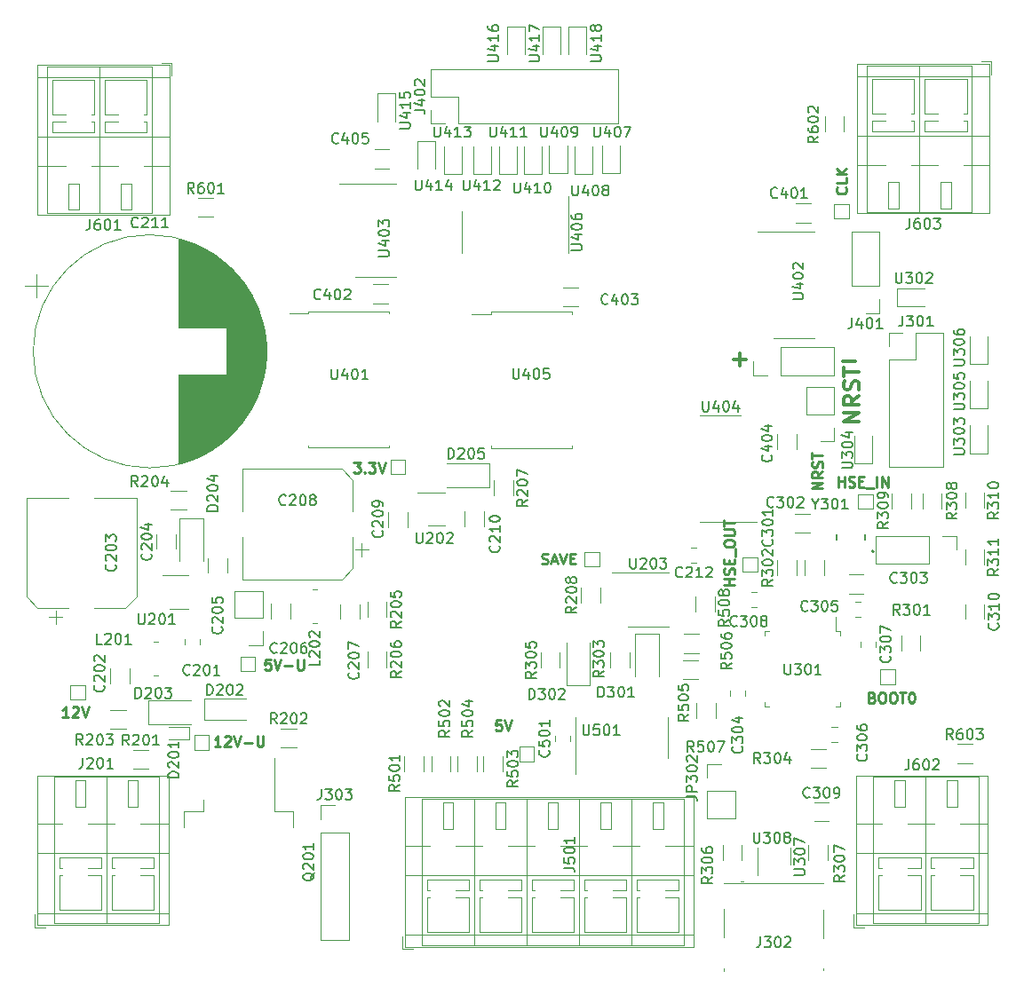
<source format=gbr>
%TF.GenerationSoftware,KiCad,Pcbnew,7.0.8*%
%TF.CreationDate,2024-04-05T12:05:25+02:00*%
%TF.ProjectId,menelaos-rev-4,6d656e65-6c61-46f7-932d-7265762d342e,rev?*%
%TF.SameCoordinates,Original*%
%TF.FileFunction,Legend,Top*%
%TF.FilePolarity,Positive*%
%FSLAX46Y46*%
G04 Gerber Fmt 4.6, Leading zero omitted, Abs format (unit mm)*
G04 Created by KiCad (PCBNEW 7.0.8) date 2024-04-05 12:05:25*
%MOMM*%
%LPD*%
G01*
G04 APERTURE LIST*
%ADD10C,0.250000*%
%ADD11C,0.300000*%
%ADD12C,0.150000*%
%ADD13C,0.120000*%
%ADD14C,0.127000*%
%ADD15C,0.200000*%
G04 APERTURE END LIST*
D10*
X263414619Y-92647431D02*
X262414619Y-92647431D01*
X262414619Y-92647431D02*
X263414619Y-92076003D01*
X263414619Y-92076003D02*
X262414619Y-92076003D01*
X263414619Y-91028384D02*
X262938428Y-91361717D01*
X263414619Y-91599812D02*
X262414619Y-91599812D01*
X262414619Y-91599812D02*
X262414619Y-91218860D01*
X262414619Y-91218860D02*
X262462238Y-91123622D01*
X262462238Y-91123622D02*
X262509857Y-91076003D01*
X262509857Y-91076003D02*
X262605095Y-91028384D01*
X262605095Y-91028384D02*
X262747952Y-91028384D01*
X262747952Y-91028384D02*
X262843190Y-91076003D01*
X262843190Y-91076003D02*
X262890809Y-91123622D01*
X262890809Y-91123622D02*
X262938428Y-91218860D01*
X262938428Y-91218860D02*
X262938428Y-91599812D01*
X263367000Y-90647431D02*
X263414619Y-90504574D01*
X263414619Y-90504574D02*
X263414619Y-90266479D01*
X263414619Y-90266479D02*
X263367000Y-90171241D01*
X263367000Y-90171241D02*
X263319380Y-90123622D01*
X263319380Y-90123622D02*
X263224142Y-90076003D01*
X263224142Y-90076003D02*
X263128904Y-90076003D01*
X263128904Y-90076003D02*
X263033666Y-90123622D01*
X263033666Y-90123622D02*
X262986047Y-90171241D01*
X262986047Y-90171241D02*
X262938428Y-90266479D01*
X262938428Y-90266479D02*
X262890809Y-90456955D01*
X262890809Y-90456955D02*
X262843190Y-90552193D01*
X262843190Y-90552193D02*
X262795571Y-90599812D01*
X262795571Y-90599812D02*
X262700333Y-90647431D01*
X262700333Y-90647431D02*
X262605095Y-90647431D01*
X262605095Y-90647431D02*
X262509857Y-90599812D01*
X262509857Y-90599812D02*
X262462238Y-90552193D01*
X262462238Y-90552193D02*
X262414619Y-90456955D01*
X262414619Y-90456955D02*
X262414619Y-90218860D01*
X262414619Y-90218860D02*
X262462238Y-90076003D01*
X262414619Y-89790288D02*
X262414619Y-89218860D01*
X263414619Y-89504574D02*
X262414619Y-89504574D01*
X264902568Y-92514619D02*
X264902568Y-91514619D01*
X264902568Y-91990809D02*
X265473996Y-91990809D01*
X265473996Y-92514619D02*
X265473996Y-91514619D01*
X265902568Y-92467000D02*
X266045425Y-92514619D01*
X266045425Y-92514619D02*
X266283520Y-92514619D01*
X266283520Y-92514619D02*
X266378758Y-92467000D01*
X266378758Y-92467000D02*
X266426377Y-92419380D01*
X266426377Y-92419380D02*
X266473996Y-92324142D01*
X266473996Y-92324142D02*
X266473996Y-92228904D01*
X266473996Y-92228904D02*
X266426377Y-92133666D01*
X266426377Y-92133666D02*
X266378758Y-92086047D01*
X266378758Y-92086047D02*
X266283520Y-92038428D01*
X266283520Y-92038428D02*
X266093044Y-91990809D01*
X266093044Y-91990809D02*
X265997806Y-91943190D01*
X265997806Y-91943190D02*
X265950187Y-91895571D01*
X265950187Y-91895571D02*
X265902568Y-91800333D01*
X265902568Y-91800333D02*
X265902568Y-91705095D01*
X265902568Y-91705095D02*
X265950187Y-91609857D01*
X265950187Y-91609857D02*
X265997806Y-91562238D01*
X265997806Y-91562238D02*
X266093044Y-91514619D01*
X266093044Y-91514619D02*
X266331139Y-91514619D01*
X266331139Y-91514619D02*
X266473996Y-91562238D01*
X266902568Y-91990809D02*
X267235901Y-91990809D01*
X267378758Y-92514619D02*
X266902568Y-92514619D01*
X266902568Y-92514619D02*
X266902568Y-91514619D01*
X266902568Y-91514619D02*
X267378758Y-91514619D01*
X267569235Y-92609857D02*
X268331139Y-92609857D01*
X268569235Y-92514619D02*
X268569235Y-91514619D01*
X269045425Y-92514619D02*
X269045425Y-91514619D01*
X269045425Y-91514619D02*
X269616853Y-92514619D01*
X269616853Y-92514619D02*
X269616853Y-91514619D01*
X191526377Y-114464619D02*
X190954949Y-114464619D01*
X191240663Y-114464619D02*
X191240663Y-113464619D01*
X191240663Y-113464619D02*
X191145425Y-113607476D01*
X191145425Y-113607476D02*
X191050187Y-113702714D01*
X191050187Y-113702714D02*
X190954949Y-113750333D01*
X191907330Y-113559857D02*
X191954949Y-113512238D01*
X191954949Y-113512238D02*
X192050187Y-113464619D01*
X192050187Y-113464619D02*
X192288282Y-113464619D01*
X192288282Y-113464619D02*
X192383520Y-113512238D01*
X192383520Y-113512238D02*
X192431139Y-113559857D01*
X192431139Y-113559857D02*
X192478758Y-113655095D01*
X192478758Y-113655095D02*
X192478758Y-113750333D01*
X192478758Y-113750333D02*
X192431139Y-113893190D01*
X192431139Y-113893190D02*
X191859711Y-114464619D01*
X191859711Y-114464619D02*
X192478758Y-114464619D01*
X192764473Y-113464619D02*
X193097806Y-114464619D01*
X193097806Y-114464619D02*
X193431139Y-113464619D01*
X236654949Y-99817000D02*
X236797806Y-99864619D01*
X236797806Y-99864619D02*
X237035901Y-99864619D01*
X237035901Y-99864619D02*
X237131139Y-99817000D01*
X237131139Y-99817000D02*
X237178758Y-99769380D01*
X237178758Y-99769380D02*
X237226377Y-99674142D01*
X237226377Y-99674142D02*
X237226377Y-99578904D01*
X237226377Y-99578904D02*
X237178758Y-99483666D01*
X237178758Y-99483666D02*
X237131139Y-99436047D01*
X237131139Y-99436047D02*
X237035901Y-99388428D01*
X237035901Y-99388428D02*
X236845425Y-99340809D01*
X236845425Y-99340809D02*
X236750187Y-99293190D01*
X236750187Y-99293190D02*
X236702568Y-99245571D01*
X236702568Y-99245571D02*
X236654949Y-99150333D01*
X236654949Y-99150333D02*
X236654949Y-99055095D01*
X236654949Y-99055095D02*
X236702568Y-98959857D01*
X236702568Y-98959857D02*
X236750187Y-98912238D01*
X236750187Y-98912238D02*
X236845425Y-98864619D01*
X236845425Y-98864619D02*
X237083520Y-98864619D01*
X237083520Y-98864619D02*
X237226377Y-98912238D01*
X237607330Y-99578904D02*
X238083520Y-99578904D01*
X237512092Y-99864619D02*
X237845425Y-98864619D01*
X237845425Y-98864619D02*
X238178758Y-99864619D01*
X238369235Y-98864619D02*
X238702568Y-99864619D01*
X238702568Y-99864619D02*
X239035901Y-98864619D01*
X239369235Y-99340809D02*
X239702568Y-99340809D01*
X239845425Y-99864619D02*
X239369235Y-99864619D01*
X239369235Y-99864619D02*
X239369235Y-98864619D01*
X239369235Y-98864619D02*
X239845425Y-98864619D01*
X206026377Y-117264619D02*
X205454949Y-117264619D01*
X205740663Y-117264619D02*
X205740663Y-116264619D01*
X205740663Y-116264619D02*
X205645425Y-116407476D01*
X205645425Y-116407476D02*
X205550187Y-116502714D01*
X205550187Y-116502714D02*
X205454949Y-116550333D01*
X206407330Y-116359857D02*
X206454949Y-116312238D01*
X206454949Y-116312238D02*
X206550187Y-116264619D01*
X206550187Y-116264619D02*
X206788282Y-116264619D01*
X206788282Y-116264619D02*
X206883520Y-116312238D01*
X206883520Y-116312238D02*
X206931139Y-116359857D01*
X206931139Y-116359857D02*
X206978758Y-116455095D01*
X206978758Y-116455095D02*
X206978758Y-116550333D01*
X206978758Y-116550333D02*
X206931139Y-116693190D01*
X206931139Y-116693190D02*
X206359711Y-117264619D01*
X206359711Y-117264619D02*
X206978758Y-117264619D01*
X207264473Y-116264619D02*
X207597806Y-117264619D01*
X207597806Y-117264619D02*
X207931139Y-116264619D01*
X208264473Y-116883666D02*
X209026378Y-116883666D01*
X209502568Y-116264619D02*
X209502568Y-117074142D01*
X209502568Y-117074142D02*
X209550187Y-117169380D01*
X209550187Y-117169380D02*
X209597806Y-117217000D01*
X209597806Y-117217000D02*
X209693044Y-117264619D01*
X209693044Y-117264619D02*
X209883520Y-117264619D01*
X209883520Y-117264619D02*
X209978758Y-117217000D01*
X209978758Y-117217000D02*
X210026377Y-117169380D01*
X210026377Y-117169380D02*
X210073996Y-117074142D01*
X210073996Y-117074142D02*
X210073996Y-116264619D01*
X255014619Y-101847431D02*
X254014619Y-101847431D01*
X254490809Y-101847431D02*
X254490809Y-101276003D01*
X255014619Y-101276003D02*
X254014619Y-101276003D01*
X254967000Y-100847431D02*
X255014619Y-100704574D01*
X255014619Y-100704574D02*
X255014619Y-100466479D01*
X255014619Y-100466479D02*
X254967000Y-100371241D01*
X254967000Y-100371241D02*
X254919380Y-100323622D01*
X254919380Y-100323622D02*
X254824142Y-100276003D01*
X254824142Y-100276003D02*
X254728904Y-100276003D01*
X254728904Y-100276003D02*
X254633666Y-100323622D01*
X254633666Y-100323622D02*
X254586047Y-100371241D01*
X254586047Y-100371241D02*
X254538428Y-100466479D01*
X254538428Y-100466479D02*
X254490809Y-100656955D01*
X254490809Y-100656955D02*
X254443190Y-100752193D01*
X254443190Y-100752193D02*
X254395571Y-100799812D01*
X254395571Y-100799812D02*
X254300333Y-100847431D01*
X254300333Y-100847431D02*
X254205095Y-100847431D01*
X254205095Y-100847431D02*
X254109857Y-100799812D01*
X254109857Y-100799812D02*
X254062238Y-100752193D01*
X254062238Y-100752193D02*
X254014619Y-100656955D01*
X254014619Y-100656955D02*
X254014619Y-100418860D01*
X254014619Y-100418860D02*
X254062238Y-100276003D01*
X254490809Y-99847431D02*
X254490809Y-99514098D01*
X255014619Y-99371241D02*
X255014619Y-99847431D01*
X255014619Y-99847431D02*
X254014619Y-99847431D01*
X254014619Y-99847431D02*
X254014619Y-99371241D01*
X255109857Y-99180765D02*
X255109857Y-98418860D01*
X254014619Y-97990288D02*
X254014619Y-97799812D01*
X254014619Y-97799812D02*
X254062238Y-97704574D01*
X254062238Y-97704574D02*
X254157476Y-97609336D01*
X254157476Y-97609336D02*
X254347952Y-97561717D01*
X254347952Y-97561717D02*
X254681285Y-97561717D01*
X254681285Y-97561717D02*
X254871761Y-97609336D01*
X254871761Y-97609336D02*
X254967000Y-97704574D01*
X254967000Y-97704574D02*
X255014619Y-97799812D01*
X255014619Y-97799812D02*
X255014619Y-97990288D01*
X255014619Y-97990288D02*
X254967000Y-98085526D01*
X254967000Y-98085526D02*
X254871761Y-98180764D01*
X254871761Y-98180764D02*
X254681285Y-98228383D01*
X254681285Y-98228383D02*
X254347952Y-98228383D01*
X254347952Y-98228383D02*
X254157476Y-98180764D01*
X254157476Y-98180764D02*
X254062238Y-98085526D01*
X254062238Y-98085526D02*
X254014619Y-97990288D01*
X254014619Y-97133145D02*
X254824142Y-97133145D01*
X254824142Y-97133145D02*
X254919380Y-97085526D01*
X254919380Y-97085526D02*
X254967000Y-97037907D01*
X254967000Y-97037907D02*
X255014619Y-96942669D01*
X255014619Y-96942669D02*
X255014619Y-96752193D01*
X255014619Y-96752193D02*
X254967000Y-96656955D01*
X254967000Y-96656955D02*
X254919380Y-96609336D01*
X254919380Y-96609336D02*
X254824142Y-96561717D01*
X254824142Y-96561717D02*
X254014619Y-96561717D01*
X254014619Y-96228383D02*
X254014619Y-95656955D01*
X255014619Y-95942669D02*
X254014619Y-95942669D01*
X232778758Y-114764619D02*
X232302568Y-114764619D01*
X232302568Y-114764619D02*
X232254949Y-115240809D01*
X232254949Y-115240809D02*
X232302568Y-115193190D01*
X232302568Y-115193190D02*
X232397806Y-115145571D01*
X232397806Y-115145571D02*
X232635901Y-115145571D01*
X232635901Y-115145571D02*
X232731139Y-115193190D01*
X232731139Y-115193190D02*
X232778758Y-115240809D01*
X232778758Y-115240809D02*
X232826377Y-115336047D01*
X232826377Y-115336047D02*
X232826377Y-115574142D01*
X232826377Y-115574142D02*
X232778758Y-115669380D01*
X232778758Y-115669380D02*
X232731139Y-115717000D01*
X232731139Y-115717000D02*
X232635901Y-115764619D01*
X232635901Y-115764619D02*
X232397806Y-115764619D01*
X232397806Y-115764619D02*
X232302568Y-115717000D01*
X232302568Y-115717000D02*
X232254949Y-115669380D01*
X233112092Y-114764619D02*
X233445425Y-115764619D01*
X233445425Y-115764619D02*
X233778758Y-114764619D01*
X210778758Y-108964619D02*
X210302568Y-108964619D01*
X210302568Y-108964619D02*
X210254949Y-109440809D01*
X210254949Y-109440809D02*
X210302568Y-109393190D01*
X210302568Y-109393190D02*
X210397806Y-109345571D01*
X210397806Y-109345571D02*
X210635901Y-109345571D01*
X210635901Y-109345571D02*
X210731139Y-109393190D01*
X210731139Y-109393190D02*
X210778758Y-109440809D01*
X210778758Y-109440809D02*
X210826377Y-109536047D01*
X210826377Y-109536047D02*
X210826377Y-109774142D01*
X210826377Y-109774142D02*
X210778758Y-109869380D01*
X210778758Y-109869380D02*
X210731139Y-109917000D01*
X210731139Y-109917000D02*
X210635901Y-109964619D01*
X210635901Y-109964619D02*
X210397806Y-109964619D01*
X210397806Y-109964619D02*
X210302568Y-109917000D01*
X210302568Y-109917000D02*
X210254949Y-109869380D01*
X211112092Y-108964619D02*
X211445425Y-109964619D01*
X211445425Y-109964619D02*
X211778758Y-108964619D01*
X212112092Y-109583666D02*
X212873997Y-109583666D01*
X213350187Y-108964619D02*
X213350187Y-109774142D01*
X213350187Y-109774142D02*
X213397806Y-109869380D01*
X213397806Y-109869380D02*
X213445425Y-109917000D01*
X213445425Y-109917000D02*
X213540663Y-109964619D01*
X213540663Y-109964619D02*
X213731139Y-109964619D01*
X213731139Y-109964619D02*
X213826377Y-109917000D01*
X213826377Y-109917000D02*
X213873996Y-109869380D01*
X213873996Y-109869380D02*
X213921615Y-109774142D01*
X213921615Y-109774142D02*
X213921615Y-108964619D01*
X265619380Y-63926003D02*
X265667000Y-63973622D01*
X265667000Y-63973622D02*
X265714619Y-64116479D01*
X265714619Y-64116479D02*
X265714619Y-64211717D01*
X265714619Y-64211717D02*
X265667000Y-64354574D01*
X265667000Y-64354574D02*
X265571761Y-64449812D01*
X265571761Y-64449812D02*
X265476523Y-64497431D01*
X265476523Y-64497431D02*
X265286047Y-64545050D01*
X265286047Y-64545050D02*
X265143190Y-64545050D01*
X265143190Y-64545050D02*
X264952714Y-64497431D01*
X264952714Y-64497431D02*
X264857476Y-64449812D01*
X264857476Y-64449812D02*
X264762238Y-64354574D01*
X264762238Y-64354574D02*
X264714619Y-64211717D01*
X264714619Y-64211717D02*
X264714619Y-64116479D01*
X264714619Y-64116479D02*
X264762238Y-63973622D01*
X264762238Y-63973622D02*
X264809857Y-63926003D01*
X265714619Y-63021241D02*
X265714619Y-63497431D01*
X265714619Y-63497431D02*
X264714619Y-63497431D01*
X265714619Y-62687907D02*
X264714619Y-62687907D01*
X265714619Y-62116479D02*
X265143190Y-62545050D01*
X264714619Y-62116479D02*
X265286047Y-62687907D01*
X268135901Y-112590809D02*
X268278758Y-112638428D01*
X268278758Y-112638428D02*
X268326377Y-112686047D01*
X268326377Y-112686047D02*
X268373996Y-112781285D01*
X268373996Y-112781285D02*
X268373996Y-112924142D01*
X268373996Y-112924142D02*
X268326377Y-113019380D01*
X268326377Y-113019380D02*
X268278758Y-113067000D01*
X268278758Y-113067000D02*
X268183520Y-113114619D01*
X268183520Y-113114619D02*
X267802568Y-113114619D01*
X267802568Y-113114619D02*
X267802568Y-112114619D01*
X267802568Y-112114619D02*
X268135901Y-112114619D01*
X268135901Y-112114619D02*
X268231139Y-112162238D01*
X268231139Y-112162238D02*
X268278758Y-112209857D01*
X268278758Y-112209857D02*
X268326377Y-112305095D01*
X268326377Y-112305095D02*
X268326377Y-112400333D01*
X268326377Y-112400333D02*
X268278758Y-112495571D01*
X268278758Y-112495571D02*
X268231139Y-112543190D01*
X268231139Y-112543190D02*
X268135901Y-112590809D01*
X268135901Y-112590809D02*
X267802568Y-112590809D01*
X268993044Y-112114619D02*
X269183520Y-112114619D01*
X269183520Y-112114619D02*
X269278758Y-112162238D01*
X269278758Y-112162238D02*
X269373996Y-112257476D01*
X269373996Y-112257476D02*
X269421615Y-112447952D01*
X269421615Y-112447952D02*
X269421615Y-112781285D01*
X269421615Y-112781285D02*
X269373996Y-112971761D01*
X269373996Y-112971761D02*
X269278758Y-113067000D01*
X269278758Y-113067000D02*
X269183520Y-113114619D01*
X269183520Y-113114619D02*
X268993044Y-113114619D01*
X268993044Y-113114619D02*
X268897806Y-113067000D01*
X268897806Y-113067000D02*
X268802568Y-112971761D01*
X268802568Y-112971761D02*
X268754949Y-112781285D01*
X268754949Y-112781285D02*
X268754949Y-112447952D01*
X268754949Y-112447952D02*
X268802568Y-112257476D01*
X268802568Y-112257476D02*
X268897806Y-112162238D01*
X268897806Y-112162238D02*
X268993044Y-112114619D01*
X270040663Y-112114619D02*
X270231139Y-112114619D01*
X270231139Y-112114619D02*
X270326377Y-112162238D01*
X270326377Y-112162238D02*
X270421615Y-112257476D01*
X270421615Y-112257476D02*
X270469234Y-112447952D01*
X270469234Y-112447952D02*
X270469234Y-112781285D01*
X270469234Y-112781285D02*
X270421615Y-112971761D01*
X270421615Y-112971761D02*
X270326377Y-113067000D01*
X270326377Y-113067000D02*
X270231139Y-113114619D01*
X270231139Y-113114619D02*
X270040663Y-113114619D01*
X270040663Y-113114619D02*
X269945425Y-113067000D01*
X269945425Y-113067000D02*
X269850187Y-112971761D01*
X269850187Y-112971761D02*
X269802568Y-112781285D01*
X269802568Y-112781285D02*
X269802568Y-112447952D01*
X269802568Y-112447952D02*
X269850187Y-112257476D01*
X269850187Y-112257476D02*
X269945425Y-112162238D01*
X269945425Y-112162238D02*
X270040663Y-112114619D01*
X270754949Y-112114619D02*
X271326377Y-112114619D01*
X271040663Y-113114619D02*
X271040663Y-112114619D01*
X271850187Y-112114619D02*
X271945425Y-112114619D01*
X271945425Y-112114619D02*
X272040663Y-112162238D01*
X272040663Y-112162238D02*
X272088282Y-112209857D01*
X272088282Y-112209857D02*
X272135901Y-112305095D01*
X272135901Y-112305095D02*
X272183520Y-112495571D01*
X272183520Y-112495571D02*
X272183520Y-112733666D01*
X272183520Y-112733666D02*
X272135901Y-112924142D01*
X272135901Y-112924142D02*
X272088282Y-113019380D01*
X272088282Y-113019380D02*
X272040663Y-113067000D01*
X272040663Y-113067000D02*
X271945425Y-113114619D01*
X271945425Y-113114619D02*
X271850187Y-113114619D01*
X271850187Y-113114619D02*
X271754949Y-113067000D01*
X271754949Y-113067000D02*
X271707330Y-113019380D01*
X271707330Y-113019380D02*
X271659711Y-112924142D01*
X271659711Y-112924142D02*
X271612092Y-112733666D01*
X271612092Y-112733666D02*
X271612092Y-112495571D01*
X271612092Y-112495571D02*
X271659711Y-112305095D01*
X271659711Y-112305095D02*
X271707330Y-112209857D01*
X271707330Y-112209857D02*
X271754949Y-112162238D01*
X271754949Y-112162238D02*
X271850187Y-112114619D01*
D11*
X266900828Y-86245489D02*
X265400828Y-86245489D01*
X265400828Y-86245489D02*
X266900828Y-85388346D01*
X266900828Y-85388346D02*
X265400828Y-85388346D01*
X266900828Y-83816917D02*
X266186542Y-84316917D01*
X266900828Y-84674060D02*
X265400828Y-84674060D01*
X265400828Y-84674060D02*
X265400828Y-84102631D01*
X265400828Y-84102631D02*
X265472257Y-83959774D01*
X265472257Y-83959774D02*
X265543685Y-83888345D01*
X265543685Y-83888345D02*
X265686542Y-83816917D01*
X265686542Y-83816917D02*
X265900828Y-83816917D01*
X265900828Y-83816917D02*
X266043685Y-83888345D01*
X266043685Y-83888345D02*
X266115114Y-83959774D01*
X266115114Y-83959774D02*
X266186542Y-84102631D01*
X266186542Y-84102631D02*
X266186542Y-84674060D01*
X266829400Y-83245488D02*
X266900828Y-83031203D01*
X266900828Y-83031203D02*
X266900828Y-82674060D01*
X266900828Y-82674060D02*
X266829400Y-82531203D01*
X266829400Y-82531203D02*
X266757971Y-82459774D01*
X266757971Y-82459774D02*
X266615114Y-82388345D01*
X266615114Y-82388345D02*
X266472257Y-82388345D01*
X266472257Y-82388345D02*
X266329400Y-82459774D01*
X266329400Y-82459774D02*
X266257971Y-82531203D01*
X266257971Y-82531203D02*
X266186542Y-82674060D01*
X266186542Y-82674060D02*
X266115114Y-82959774D01*
X266115114Y-82959774D02*
X266043685Y-83102631D01*
X266043685Y-83102631D02*
X265972257Y-83174060D01*
X265972257Y-83174060D02*
X265829400Y-83245488D01*
X265829400Y-83245488D02*
X265686542Y-83245488D01*
X265686542Y-83245488D02*
X265543685Y-83174060D01*
X265543685Y-83174060D02*
X265472257Y-83102631D01*
X265472257Y-83102631D02*
X265400828Y-82959774D01*
X265400828Y-82959774D02*
X265400828Y-82602631D01*
X265400828Y-82602631D02*
X265472257Y-82388345D01*
X265400828Y-81959774D02*
X265400828Y-81102632D01*
X266900828Y-81531203D02*
X265400828Y-81531203D01*
D10*
X218707330Y-90164619D02*
X219326377Y-90164619D01*
X219326377Y-90164619D02*
X218993044Y-90545571D01*
X218993044Y-90545571D02*
X219135901Y-90545571D01*
X219135901Y-90545571D02*
X219231139Y-90593190D01*
X219231139Y-90593190D02*
X219278758Y-90640809D01*
X219278758Y-90640809D02*
X219326377Y-90736047D01*
X219326377Y-90736047D02*
X219326377Y-90974142D01*
X219326377Y-90974142D02*
X219278758Y-91069380D01*
X219278758Y-91069380D02*
X219231139Y-91117000D01*
X219231139Y-91117000D02*
X219135901Y-91164619D01*
X219135901Y-91164619D02*
X218850187Y-91164619D01*
X218850187Y-91164619D02*
X218754949Y-91117000D01*
X218754949Y-91117000D02*
X218707330Y-91069380D01*
X219754949Y-91069380D02*
X219802568Y-91117000D01*
X219802568Y-91117000D02*
X219754949Y-91164619D01*
X219754949Y-91164619D02*
X219707330Y-91117000D01*
X219707330Y-91117000D02*
X219754949Y-91069380D01*
X219754949Y-91069380D02*
X219754949Y-91164619D01*
X220135901Y-90164619D02*
X220754948Y-90164619D01*
X220754948Y-90164619D02*
X220421615Y-90545571D01*
X220421615Y-90545571D02*
X220564472Y-90545571D01*
X220564472Y-90545571D02*
X220659710Y-90593190D01*
X220659710Y-90593190D02*
X220707329Y-90640809D01*
X220707329Y-90640809D02*
X220754948Y-90736047D01*
X220754948Y-90736047D02*
X220754948Y-90974142D01*
X220754948Y-90974142D02*
X220707329Y-91069380D01*
X220707329Y-91069380D02*
X220659710Y-91117000D01*
X220659710Y-91117000D02*
X220564472Y-91164619D01*
X220564472Y-91164619D02*
X220278758Y-91164619D01*
X220278758Y-91164619D02*
X220183520Y-91117000D01*
X220183520Y-91117000D02*
X220135901Y-91069380D01*
X221040663Y-90164619D02*
X221373996Y-91164619D01*
X221373996Y-91164619D02*
X221707329Y-90164619D01*
D11*
X254954510Y-80329400D02*
X256097368Y-80329400D01*
X255525939Y-80900828D02*
X255525939Y-79757971D01*
X265354510Y-80529400D02*
X266497368Y-80529400D01*
D12*
X211380952Y-115084819D02*
X211047619Y-114608628D01*
X210809524Y-115084819D02*
X210809524Y-114084819D01*
X210809524Y-114084819D02*
X211190476Y-114084819D01*
X211190476Y-114084819D02*
X211285714Y-114132438D01*
X211285714Y-114132438D02*
X211333333Y-114180057D01*
X211333333Y-114180057D02*
X211380952Y-114275295D01*
X211380952Y-114275295D02*
X211380952Y-114418152D01*
X211380952Y-114418152D02*
X211333333Y-114513390D01*
X211333333Y-114513390D02*
X211285714Y-114561009D01*
X211285714Y-114561009D02*
X211190476Y-114608628D01*
X211190476Y-114608628D02*
X210809524Y-114608628D01*
X211761905Y-114180057D02*
X211809524Y-114132438D01*
X211809524Y-114132438D02*
X211904762Y-114084819D01*
X211904762Y-114084819D02*
X212142857Y-114084819D01*
X212142857Y-114084819D02*
X212238095Y-114132438D01*
X212238095Y-114132438D02*
X212285714Y-114180057D01*
X212285714Y-114180057D02*
X212333333Y-114275295D01*
X212333333Y-114275295D02*
X212333333Y-114370533D01*
X212333333Y-114370533D02*
X212285714Y-114513390D01*
X212285714Y-114513390D02*
X211714286Y-115084819D01*
X211714286Y-115084819D02*
X212333333Y-115084819D01*
X212952381Y-114084819D02*
X213047619Y-114084819D01*
X213047619Y-114084819D02*
X213142857Y-114132438D01*
X213142857Y-114132438D02*
X213190476Y-114180057D01*
X213190476Y-114180057D02*
X213238095Y-114275295D01*
X213238095Y-114275295D02*
X213285714Y-114465771D01*
X213285714Y-114465771D02*
X213285714Y-114703866D01*
X213285714Y-114703866D02*
X213238095Y-114894342D01*
X213238095Y-114894342D02*
X213190476Y-114989580D01*
X213190476Y-114989580D02*
X213142857Y-115037200D01*
X213142857Y-115037200D02*
X213047619Y-115084819D01*
X213047619Y-115084819D02*
X212952381Y-115084819D01*
X212952381Y-115084819D02*
X212857143Y-115037200D01*
X212857143Y-115037200D02*
X212809524Y-114989580D01*
X212809524Y-114989580D02*
X212761905Y-114894342D01*
X212761905Y-114894342D02*
X212714286Y-114703866D01*
X212714286Y-114703866D02*
X212714286Y-114465771D01*
X212714286Y-114465771D02*
X212761905Y-114275295D01*
X212761905Y-114275295D02*
X212809524Y-114180057D01*
X212809524Y-114180057D02*
X212857143Y-114132438D01*
X212857143Y-114132438D02*
X212952381Y-114084819D01*
X213666667Y-114180057D02*
X213714286Y-114132438D01*
X213714286Y-114132438D02*
X213809524Y-114084819D01*
X213809524Y-114084819D02*
X214047619Y-114084819D01*
X214047619Y-114084819D02*
X214142857Y-114132438D01*
X214142857Y-114132438D02*
X214190476Y-114180057D01*
X214190476Y-114180057D02*
X214238095Y-114275295D01*
X214238095Y-114275295D02*
X214238095Y-114370533D01*
X214238095Y-114370533D02*
X214190476Y-114513390D01*
X214190476Y-114513390D02*
X213619048Y-115084819D01*
X213619048Y-115084819D02*
X214238095Y-115084819D01*
X223224819Y-105319047D02*
X222748628Y-105652380D01*
X223224819Y-105890475D02*
X222224819Y-105890475D01*
X222224819Y-105890475D02*
X222224819Y-105509523D01*
X222224819Y-105509523D02*
X222272438Y-105414285D01*
X222272438Y-105414285D02*
X222320057Y-105366666D01*
X222320057Y-105366666D02*
X222415295Y-105319047D01*
X222415295Y-105319047D02*
X222558152Y-105319047D01*
X222558152Y-105319047D02*
X222653390Y-105366666D01*
X222653390Y-105366666D02*
X222701009Y-105414285D01*
X222701009Y-105414285D02*
X222748628Y-105509523D01*
X222748628Y-105509523D02*
X222748628Y-105890475D01*
X222320057Y-104938094D02*
X222272438Y-104890475D01*
X222272438Y-104890475D02*
X222224819Y-104795237D01*
X222224819Y-104795237D02*
X222224819Y-104557142D01*
X222224819Y-104557142D02*
X222272438Y-104461904D01*
X222272438Y-104461904D02*
X222320057Y-104414285D01*
X222320057Y-104414285D02*
X222415295Y-104366666D01*
X222415295Y-104366666D02*
X222510533Y-104366666D01*
X222510533Y-104366666D02*
X222653390Y-104414285D01*
X222653390Y-104414285D02*
X223224819Y-104985713D01*
X223224819Y-104985713D02*
X223224819Y-104366666D01*
X222224819Y-103747618D02*
X222224819Y-103652380D01*
X222224819Y-103652380D02*
X222272438Y-103557142D01*
X222272438Y-103557142D02*
X222320057Y-103509523D01*
X222320057Y-103509523D02*
X222415295Y-103461904D01*
X222415295Y-103461904D02*
X222605771Y-103414285D01*
X222605771Y-103414285D02*
X222843866Y-103414285D01*
X222843866Y-103414285D02*
X223034342Y-103461904D01*
X223034342Y-103461904D02*
X223129580Y-103509523D01*
X223129580Y-103509523D02*
X223177200Y-103557142D01*
X223177200Y-103557142D02*
X223224819Y-103652380D01*
X223224819Y-103652380D02*
X223224819Y-103747618D01*
X223224819Y-103747618D02*
X223177200Y-103842856D01*
X223177200Y-103842856D02*
X223129580Y-103890475D01*
X223129580Y-103890475D02*
X223034342Y-103938094D01*
X223034342Y-103938094D02*
X222843866Y-103985713D01*
X222843866Y-103985713D02*
X222605771Y-103985713D01*
X222605771Y-103985713D02*
X222415295Y-103938094D01*
X222415295Y-103938094D02*
X222320057Y-103890475D01*
X222320057Y-103890475D02*
X222272438Y-103842856D01*
X222272438Y-103842856D02*
X222224819Y-103747618D01*
X222224819Y-102509523D02*
X222224819Y-102985713D01*
X222224819Y-102985713D02*
X222701009Y-103033332D01*
X222701009Y-103033332D02*
X222653390Y-102985713D01*
X222653390Y-102985713D02*
X222605771Y-102890475D01*
X222605771Y-102890475D02*
X222605771Y-102652380D01*
X222605771Y-102652380D02*
X222653390Y-102557142D01*
X222653390Y-102557142D02*
X222701009Y-102509523D01*
X222701009Y-102509523D02*
X222796247Y-102461904D01*
X222796247Y-102461904D02*
X223034342Y-102461904D01*
X223034342Y-102461904D02*
X223129580Y-102509523D01*
X223129580Y-102509523D02*
X223177200Y-102557142D01*
X223177200Y-102557142D02*
X223224819Y-102652380D01*
X223224819Y-102652380D02*
X223224819Y-102890475D01*
X223224819Y-102890475D02*
X223177200Y-102985713D01*
X223177200Y-102985713D02*
X223129580Y-103033332D01*
X203480952Y-64484819D02*
X203147619Y-64008628D01*
X202909524Y-64484819D02*
X202909524Y-63484819D01*
X202909524Y-63484819D02*
X203290476Y-63484819D01*
X203290476Y-63484819D02*
X203385714Y-63532438D01*
X203385714Y-63532438D02*
X203433333Y-63580057D01*
X203433333Y-63580057D02*
X203480952Y-63675295D01*
X203480952Y-63675295D02*
X203480952Y-63818152D01*
X203480952Y-63818152D02*
X203433333Y-63913390D01*
X203433333Y-63913390D02*
X203385714Y-63961009D01*
X203385714Y-63961009D02*
X203290476Y-64008628D01*
X203290476Y-64008628D02*
X202909524Y-64008628D01*
X204338095Y-63484819D02*
X204147619Y-63484819D01*
X204147619Y-63484819D02*
X204052381Y-63532438D01*
X204052381Y-63532438D02*
X204004762Y-63580057D01*
X204004762Y-63580057D02*
X203909524Y-63722914D01*
X203909524Y-63722914D02*
X203861905Y-63913390D01*
X203861905Y-63913390D02*
X203861905Y-64294342D01*
X203861905Y-64294342D02*
X203909524Y-64389580D01*
X203909524Y-64389580D02*
X203957143Y-64437200D01*
X203957143Y-64437200D02*
X204052381Y-64484819D01*
X204052381Y-64484819D02*
X204242857Y-64484819D01*
X204242857Y-64484819D02*
X204338095Y-64437200D01*
X204338095Y-64437200D02*
X204385714Y-64389580D01*
X204385714Y-64389580D02*
X204433333Y-64294342D01*
X204433333Y-64294342D02*
X204433333Y-64056247D01*
X204433333Y-64056247D02*
X204385714Y-63961009D01*
X204385714Y-63961009D02*
X204338095Y-63913390D01*
X204338095Y-63913390D02*
X204242857Y-63865771D01*
X204242857Y-63865771D02*
X204052381Y-63865771D01*
X204052381Y-63865771D02*
X203957143Y-63913390D01*
X203957143Y-63913390D02*
X203909524Y-63961009D01*
X203909524Y-63961009D02*
X203861905Y-64056247D01*
X205052381Y-63484819D02*
X205147619Y-63484819D01*
X205147619Y-63484819D02*
X205242857Y-63532438D01*
X205242857Y-63532438D02*
X205290476Y-63580057D01*
X205290476Y-63580057D02*
X205338095Y-63675295D01*
X205338095Y-63675295D02*
X205385714Y-63865771D01*
X205385714Y-63865771D02*
X205385714Y-64103866D01*
X205385714Y-64103866D02*
X205338095Y-64294342D01*
X205338095Y-64294342D02*
X205290476Y-64389580D01*
X205290476Y-64389580D02*
X205242857Y-64437200D01*
X205242857Y-64437200D02*
X205147619Y-64484819D01*
X205147619Y-64484819D02*
X205052381Y-64484819D01*
X205052381Y-64484819D02*
X204957143Y-64437200D01*
X204957143Y-64437200D02*
X204909524Y-64389580D01*
X204909524Y-64389580D02*
X204861905Y-64294342D01*
X204861905Y-64294342D02*
X204814286Y-64103866D01*
X204814286Y-64103866D02*
X204814286Y-63865771D01*
X204814286Y-63865771D02*
X204861905Y-63675295D01*
X204861905Y-63675295D02*
X204909524Y-63580057D01*
X204909524Y-63580057D02*
X204957143Y-63532438D01*
X204957143Y-63532438D02*
X205052381Y-63484819D01*
X206338095Y-64484819D02*
X205766667Y-64484819D01*
X206052381Y-64484819D02*
X206052381Y-63484819D01*
X206052381Y-63484819D02*
X205957143Y-63627676D01*
X205957143Y-63627676D02*
X205861905Y-63722914D01*
X205861905Y-63722914D02*
X205766667Y-63770533D01*
X239525714Y-63724819D02*
X239525714Y-64534342D01*
X239525714Y-64534342D02*
X239573333Y-64629580D01*
X239573333Y-64629580D02*
X239620952Y-64677200D01*
X239620952Y-64677200D02*
X239716190Y-64724819D01*
X239716190Y-64724819D02*
X239906666Y-64724819D01*
X239906666Y-64724819D02*
X240001904Y-64677200D01*
X240001904Y-64677200D02*
X240049523Y-64629580D01*
X240049523Y-64629580D02*
X240097142Y-64534342D01*
X240097142Y-64534342D02*
X240097142Y-63724819D01*
X241001904Y-64058152D02*
X241001904Y-64724819D01*
X240763809Y-63677200D02*
X240525714Y-64391485D01*
X240525714Y-64391485D02*
X241144761Y-64391485D01*
X241716190Y-63724819D02*
X241811428Y-63724819D01*
X241811428Y-63724819D02*
X241906666Y-63772438D01*
X241906666Y-63772438D02*
X241954285Y-63820057D01*
X241954285Y-63820057D02*
X242001904Y-63915295D01*
X242001904Y-63915295D02*
X242049523Y-64105771D01*
X242049523Y-64105771D02*
X242049523Y-64343866D01*
X242049523Y-64343866D02*
X242001904Y-64534342D01*
X242001904Y-64534342D02*
X241954285Y-64629580D01*
X241954285Y-64629580D02*
X241906666Y-64677200D01*
X241906666Y-64677200D02*
X241811428Y-64724819D01*
X241811428Y-64724819D02*
X241716190Y-64724819D01*
X241716190Y-64724819D02*
X241620952Y-64677200D01*
X241620952Y-64677200D02*
X241573333Y-64629580D01*
X241573333Y-64629580D02*
X241525714Y-64534342D01*
X241525714Y-64534342D02*
X241478095Y-64343866D01*
X241478095Y-64343866D02*
X241478095Y-64105771D01*
X241478095Y-64105771D02*
X241525714Y-63915295D01*
X241525714Y-63915295D02*
X241573333Y-63820057D01*
X241573333Y-63820057D02*
X241620952Y-63772438D01*
X241620952Y-63772438D02*
X241716190Y-63724819D01*
X242620952Y-64153390D02*
X242525714Y-64105771D01*
X242525714Y-64105771D02*
X242478095Y-64058152D01*
X242478095Y-64058152D02*
X242430476Y-63962914D01*
X242430476Y-63962914D02*
X242430476Y-63915295D01*
X242430476Y-63915295D02*
X242478095Y-63820057D01*
X242478095Y-63820057D02*
X242525714Y-63772438D01*
X242525714Y-63772438D02*
X242620952Y-63724819D01*
X242620952Y-63724819D02*
X242811428Y-63724819D01*
X242811428Y-63724819D02*
X242906666Y-63772438D01*
X242906666Y-63772438D02*
X242954285Y-63820057D01*
X242954285Y-63820057D02*
X243001904Y-63915295D01*
X243001904Y-63915295D02*
X243001904Y-63962914D01*
X243001904Y-63962914D02*
X242954285Y-64058152D01*
X242954285Y-64058152D02*
X242906666Y-64105771D01*
X242906666Y-64105771D02*
X242811428Y-64153390D01*
X242811428Y-64153390D02*
X242620952Y-64153390D01*
X242620952Y-64153390D02*
X242525714Y-64201009D01*
X242525714Y-64201009D02*
X242478095Y-64248628D01*
X242478095Y-64248628D02*
X242430476Y-64343866D01*
X242430476Y-64343866D02*
X242430476Y-64534342D01*
X242430476Y-64534342D02*
X242478095Y-64629580D01*
X242478095Y-64629580D02*
X242525714Y-64677200D01*
X242525714Y-64677200D02*
X242620952Y-64724819D01*
X242620952Y-64724819D02*
X242811428Y-64724819D01*
X242811428Y-64724819D02*
X242906666Y-64677200D01*
X242906666Y-64677200D02*
X242954285Y-64629580D01*
X242954285Y-64629580D02*
X243001904Y-64534342D01*
X243001904Y-64534342D02*
X243001904Y-64343866D01*
X243001904Y-64343866D02*
X242954285Y-64248628D01*
X242954285Y-64248628D02*
X242906666Y-64201009D01*
X242906666Y-64201009D02*
X242811428Y-64153390D01*
X238754819Y-128835714D02*
X239469104Y-128835714D01*
X239469104Y-128835714D02*
X239611961Y-128883333D01*
X239611961Y-128883333D02*
X239707200Y-128978571D01*
X239707200Y-128978571D02*
X239754819Y-129121428D01*
X239754819Y-129121428D02*
X239754819Y-129216666D01*
X238754819Y-127883333D02*
X238754819Y-128359523D01*
X238754819Y-128359523D02*
X239231009Y-128407142D01*
X239231009Y-128407142D02*
X239183390Y-128359523D01*
X239183390Y-128359523D02*
X239135771Y-128264285D01*
X239135771Y-128264285D02*
X239135771Y-128026190D01*
X239135771Y-128026190D02*
X239183390Y-127930952D01*
X239183390Y-127930952D02*
X239231009Y-127883333D01*
X239231009Y-127883333D02*
X239326247Y-127835714D01*
X239326247Y-127835714D02*
X239564342Y-127835714D01*
X239564342Y-127835714D02*
X239659580Y-127883333D01*
X239659580Y-127883333D02*
X239707200Y-127930952D01*
X239707200Y-127930952D02*
X239754819Y-128026190D01*
X239754819Y-128026190D02*
X239754819Y-128264285D01*
X239754819Y-128264285D02*
X239707200Y-128359523D01*
X239707200Y-128359523D02*
X239659580Y-128407142D01*
X238754819Y-127216666D02*
X238754819Y-127121428D01*
X238754819Y-127121428D02*
X238802438Y-127026190D01*
X238802438Y-127026190D02*
X238850057Y-126978571D01*
X238850057Y-126978571D02*
X238945295Y-126930952D01*
X238945295Y-126930952D02*
X239135771Y-126883333D01*
X239135771Y-126883333D02*
X239373866Y-126883333D01*
X239373866Y-126883333D02*
X239564342Y-126930952D01*
X239564342Y-126930952D02*
X239659580Y-126978571D01*
X239659580Y-126978571D02*
X239707200Y-127026190D01*
X239707200Y-127026190D02*
X239754819Y-127121428D01*
X239754819Y-127121428D02*
X239754819Y-127216666D01*
X239754819Y-127216666D02*
X239707200Y-127311904D01*
X239707200Y-127311904D02*
X239659580Y-127359523D01*
X239659580Y-127359523D02*
X239564342Y-127407142D01*
X239564342Y-127407142D02*
X239373866Y-127454761D01*
X239373866Y-127454761D02*
X239135771Y-127454761D01*
X239135771Y-127454761D02*
X238945295Y-127407142D01*
X238945295Y-127407142D02*
X238850057Y-127359523D01*
X238850057Y-127359523D02*
X238802438Y-127311904D01*
X238802438Y-127311904D02*
X238754819Y-127216666D01*
X239754819Y-125930952D02*
X239754819Y-126502380D01*
X239754819Y-126216666D02*
X238754819Y-126216666D01*
X238754819Y-126216666D02*
X238897676Y-126311904D01*
X238897676Y-126311904D02*
X238992914Y-126407142D01*
X238992914Y-126407142D02*
X239040533Y-126502380D01*
X224685714Y-96854819D02*
X224685714Y-97664342D01*
X224685714Y-97664342D02*
X224733333Y-97759580D01*
X224733333Y-97759580D02*
X224780952Y-97807200D01*
X224780952Y-97807200D02*
X224876190Y-97854819D01*
X224876190Y-97854819D02*
X225066666Y-97854819D01*
X225066666Y-97854819D02*
X225161904Y-97807200D01*
X225161904Y-97807200D02*
X225209523Y-97759580D01*
X225209523Y-97759580D02*
X225257142Y-97664342D01*
X225257142Y-97664342D02*
X225257142Y-96854819D01*
X225685714Y-96950057D02*
X225733333Y-96902438D01*
X225733333Y-96902438D02*
X225828571Y-96854819D01*
X225828571Y-96854819D02*
X226066666Y-96854819D01*
X226066666Y-96854819D02*
X226161904Y-96902438D01*
X226161904Y-96902438D02*
X226209523Y-96950057D01*
X226209523Y-96950057D02*
X226257142Y-97045295D01*
X226257142Y-97045295D02*
X226257142Y-97140533D01*
X226257142Y-97140533D02*
X226209523Y-97283390D01*
X226209523Y-97283390D02*
X225638095Y-97854819D01*
X225638095Y-97854819D02*
X226257142Y-97854819D01*
X226876190Y-96854819D02*
X226971428Y-96854819D01*
X226971428Y-96854819D02*
X227066666Y-96902438D01*
X227066666Y-96902438D02*
X227114285Y-96950057D01*
X227114285Y-96950057D02*
X227161904Y-97045295D01*
X227161904Y-97045295D02*
X227209523Y-97235771D01*
X227209523Y-97235771D02*
X227209523Y-97473866D01*
X227209523Y-97473866D02*
X227161904Y-97664342D01*
X227161904Y-97664342D02*
X227114285Y-97759580D01*
X227114285Y-97759580D02*
X227066666Y-97807200D01*
X227066666Y-97807200D02*
X226971428Y-97854819D01*
X226971428Y-97854819D02*
X226876190Y-97854819D01*
X226876190Y-97854819D02*
X226780952Y-97807200D01*
X226780952Y-97807200D02*
X226733333Y-97759580D01*
X226733333Y-97759580D02*
X226685714Y-97664342D01*
X226685714Y-97664342D02*
X226638095Y-97473866D01*
X226638095Y-97473866D02*
X226638095Y-97235771D01*
X226638095Y-97235771D02*
X226685714Y-97045295D01*
X226685714Y-97045295D02*
X226733333Y-96950057D01*
X226733333Y-96950057D02*
X226780952Y-96902438D01*
X226780952Y-96902438D02*
X226876190Y-96854819D01*
X227590476Y-96950057D02*
X227638095Y-96902438D01*
X227638095Y-96902438D02*
X227733333Y-96854819D01*
X227733333Y-96854819D02*
X227971428Y-96854819D01*
X227971428Y-96854819D02*
X228066666Y-96902438D01*
X228066666Y-96902438D02*
X228114285Y-96950057D01*
X228114285Y-96950057D02*
X228161904Y-97045295D01*
X228161904Y-97045295D02*
X228161904Y-97140533D01*
X228161904Y-97140533D02*
X228114285Y-97283390D01*
X228114285Y-97283390D02*
X227542857Y-97854819D01*
X227542857Y-97854819D02*
X228161904Y-97854819D01*
X280109580Y-105519047D02*
X280157200Y-105566666D01*
X280157200Y-105566666D02*
X280204819Y-105709523D01*
X280204819Y-105709523D02*
X280204819Y-105804761D01*
X280204819Y-105804761D02*
X280157200Y-105947618D01*
X280157200Y-105947618D02*
X280061961Y-106042856D01*
X280061961Y-106042856D02*
X279966723Y-106090475D01*
X279966723Y-106090475D02*
X279776247Y-106138094D01*
X279776247Y-106138094D02*
X279633390Y-106138094D01*
X279633390Y-106138094D02*
X279442914Y-106090475D01*
X279442914Y-106090475D02*
X279347676Y-106042856D01*
X279347676Y-106042856D02*
X279252438Y-105947618D01*
X279252438Y-105947618D02*
X279204819Y-105804761D01*
X279204819Y-105804761D02*
X279204819Y-105709523D01*
X279204819Y-105709523D02*
X279252438Y-105566666D01*
X279252438Y-105566666D02*
X279300057Y-105519047D01*
X279204819Y-105185713D02*
X279204819Y-104566666D01*
X279204819Y-104566666D02*
X279585771Y-104899999D01*
X279585771Y-104899999D02*
X279585771Y-104757142D01*
X279585771Y-104757142D02*
X279633390Y-104661904D01*
X279633390Y-104661904D02*
X279681009Y-104614285D01*
X279681009Y-104614285D02*
X279776247Y-104566666D01*
X279776247Y-104566666D02*
X280014342Y-104566666D01*
X280014342Y-104566666D02*
X280109580Y-104614285D01*
X280109580Y-104614285D02*
X280157200Y-104661904D01*
X280157200Y-104661904D02*
X280204819Y-104757142D01*
X280204819Y-104757142D02*
X280204819Y-105042856D01*
X280204819Y-105042856D02*
X280157200Y-105138094D01*
X280157200Y-105138094D02*
X280109580Y-105185713D01*
X280204819Y-103614285D02*
X280204819Y-104185713D01*
X280204819Y-103899999D02*
X279204819Y-103899999D01*
X279204819Y-103899999D02*
X279347676Y-103995237D01*
X279347676Y-103995237D02*
X279442914Y-104090475D01*
X279442914Y-104090475D02*
X279490533Y-104185713D01*
X279204819Y-102995237D02*
X279204819Y-102899999D01*
X279204819Y-102899999D02*
X279252438Y-102804761D01*
X279252438Y-102804761D02*
X279300057Y-102757142D01*
X279300057Y-102757142D02*
X279395295Y-102709523D01*
X279395295Y-102709523D02*
X279585771Y-102661904D01*
X279585771Y-102661904D02*
X279823866Y-102661904D01*
X279823866Y-102661904D02*
X280014342Y-102709523D01*
X280014342Y-102709523D02*
X280109580Y-102757142D01*
X280109580Y-102757142D02*
X280157200Y-102804761D01*
X280157200Y-102804761D02*
X280204819Y-102899999D01*
X280204819Y-102899999D02*
X280204819Y-102995237D01*
X280204819Y-102995237D02*
X280157200Y-103090475D01*
X280157200Y-103090475D02*
X280109580Y-103138094D01*
X280109580Y-103138094D02*
X280014342Y-103185713D01*
X280014342Y-103185713D02*
X279823866Y-103233332D01*
X279823866Y-103233332D02*
X279585771Y-103233332D01*
X279585771Y-103233332D02*
X279395295Y-103185713D01*
X279395295Y-103185713D02*
X279300057Y-103138094D01*
X279300057Y-103138094D02*
X279252438Y-103090475D01*
X279252438Y-103090475D02*
X279204819Y-102995237D01*
X251965714Y-84304819D02*
X251965714Y-85114342D01*
X251965714Y-85114342D02*
X252013333Y-85209580D01*
X252013333Y-85209580D02*
X252060952Y-85257200D01*
X252060952Y-85257200D02*
X252156190Y-85304819D01*
X252156190Y-85304819D02*
X252346666Y-85304819D01*
X252346666Y-85304819D02*
X252441904Y-85257200D01*
X252441904Y-85257200D02*
X252489523Y-85209580D01*
X252489523Y-85209580D02*
X252537142Y-85114342D01*
X252537142Y-85114342D02*
X252537142Y-84304819D01*
X253441904Y-84638152D02*
X253441904Y-85304819D01*
X253203809Y-84257200D02*
X252965714Y-84971485D01*
X252965714Y-84971485D02*
X253584761Y-84971485D01*
X254156190Y-84304819D02*
X254251428Y-84304819D01*
X254251428Y-84304819D02*
X254346666Y-84352438D01*
X254346666Y-84352438D02*
X254394285Y-84400057D01*
X254394285Y-84400057D02*
X254441904Y-84495295D01*
X254441904Y-84495295D02*
X254489523Y-84685771D01*
X254489523Y-84685771D02*
X254489523Y-84923866D01*
X254489523Y-84923866D02*
X254441904Y-85114342D01*
X254441904Y-85114342D02*
X254394285Y-85209580D01*
X254394285Y-85209580D02*
X254346666Y-85257200D01*
X254346666Y-85257200D02*
X254251428Y-85304819D01*
X254251428Y-85304819D02*
X254156190Y-85304819D01*
X254156190Y-85304819D02*
X254060952Y-85257200D01*
X254060952Y-85257200D02*
X254013333Y-85209580D01*
X254013333Y-85209580D02*
X253965714Y-85114342D01*
X253965714Y-85114342D02*
X253918095Y-84923866D01*
X253918095Y-84923866D02*
X253918095Y-84685771D01*
X253918095Y-84685771D02*
X253965714Y-84495295D01*
X253965714Y-84495295D02*
X254013333Y-84400057D01*
X254013333Y-84400057D02*
X254060952Y-84352438D01*
X254060952Y-84352438D02*
X254156190Y-84304819D01*
X255346666Y-84638152D02*
X255346666Y-85304819D01*
X255108571Y-84257200D02*
X254870476Y-84971485D01*
X254870476Y-84971485D02*
X255489523Y-84971485D01*
X219109580Y-110209047D02*
X219157200Y-110256666D01*
X219157200Y-110256666D02*
X219204819Y-110399523D01*
X219204819Y-110399523D02*
X219204819Y-110494761D01*
X219204819Y-110494761D02*
X219157200Y-110637618D01*
X219157200Y-110637618D02*
X219061961Y-110732856D01*
X219061961Y-110732856D02*
X218966723Y-110780475D01*
X218966723Y-110780475D02*
X218776247Y-110828094D01*
X218776247Y-110828094D02*
X218633390Y-110828094D01*
X218633390Y-110828094D02*
X218442914Y-110780475D01*
X218442914Y-110780475D02*
X218347676Y-110732856D01*
X218347676Y-110732856D02*
X218252438Y-110637618D01*
X218252438Y-110637618D02*
X218204819Y-110494761D01*
X218204819Y-110494761D02*
X218204819Y-110399523D01*
X218204819Y-110399523D02*
X218252438Y-110256666D01*
X218252438Y-110256666D02*
X218300057Y-110209047D01*
X218300057Y-109828094D02*
X218252438Y-109780475D01*
X218252438Y-109780475D02*
X218204819Y-109685237D01*
X218204819Y-109685237D02*
X218204819Y-109447142D01*
X218204819Y-109447142D02*
X218252438Y-109351904D01*
X218252438Y-109351904D02*
X218300057Y-109304285D01*
X218300057Y-109304285D02*
X218395295Y-109256666D01*
X218395295Y-109256666D02*
X218490533Y-109256666D01*
X218490533Y-109256666D02*
X218633390Y-109304285D01*
X218633390Y-109304285D02*
X219204819Y-109875713D01*
X219204819Y-109875713D02*
X219204819Y-109256666D01*
X218204819Y-108637618D02*
X218204819Y-108542380D01*
X218204819Y-108542380D02*
X218252438Y-108447142D01*
X218252438Y-108447142D02*
X218300057Y-108399523D01*
X218300057Y-108399523D02*
X218395295Y-108351904D01*
X218395295Y-108351904D02*
X218585771Y-108304285D01*
X218585771Y-108304285D02*
X218823866Y-108304285D01*
X218823866Y-108304285D02*
X219014342Y-108351904D01*
X219014342Y-108351904D02*
X219109580Y-108399523D01*
X219109580Y-108399523D02*
X219157200Y-108447142D01*
X219157200Y-108447142D02*
X219204819Y-108542380D01*
X219204819Y-108542380D02*
X219204819Y-108637618D01*
X219204819Y-108637618D02*
X219157200Y-108732856D01*
X219157200Y-108732856D02*
X219109580Y-108780475D01*
X219109580Y-108780475D02*
X219014342Y-108828094D01*
X219014342Y-108828094D02*
X218823866Y-108875713D01*
X218823866Y-108875713D02*
X218585771Y-108875713D01*
X218585771Y-108875713D02*
X218395295Y-108828094D01*
X218395295Y-108828094D02*
X218300057Y-108780475D01*
X218300057Y-108780475D02*
X218252438Y-108732856D01*
X218252438Y-108732856D02*
X218204819Y-108637618D01*
X218204819Y-107970951D02*
X218204819Y-107304285D01*
X218204819Y-107304285D02*
X219204819Y-107732856D01*
X233885714Y-81214819D02*
X233885714Y-82024342D01*
X233885714Y-82024342D02*
X233933333Y-82119580D01*
X233933333Y-82119580D02*
X233980952Y-82167200D01*
X233980952Y-82167200D02*
X234076190Y-82214819D01*
X234076190Y-82214819D02*
X234266666Y-82214819D01*
X234266666Y-82214819D02*
X234361904Y-82167200D01*
X234361904Y-82167200D02*
X234409523Y-82119580D01*
X234409523Y-82119580D02*
X234457142Y-82024342D01*
X234457142Y-82024342D02*
X234457142Y-81214819D01*
X235361904Y-81548152D02*
X235361904Y-82214819D01*
X235123809Y-81167200D02*
X234885714Y-81881485D01*
X234885714Y-81881485D02*
X235504761Y-81881485D01*
X236076190Y-81214819D02*
X236171428Y-81214819D01*
X236171428Y-81214819D02*
X236266666Y-81262438D01*
X236266666Y-81262438D02*
X236314285Y-81310057D01*
X236314285Y-81310057D02*
X236361904Y-81405295D01*
X236361904Y-81405295D02*
X236409523Y-81595771D01*
X236409523Y-81595771D02*
X236409523Y-81833866D01*
X236409523Y-81833866D02*
X236361904Y-82024342D01*
X236361904Y-82024342D02*
X236314285Y-82119580D01*
X236314285Y-82119580D02*
X236266666Y-82167200D01*
X236266666Y-82167200D02*
X236171428Y-82214819D01*
X236171428Y-82214819D02*
X236076190Y-82214819D01*
X236076190Y-82214819D02*
X235980952Y-82167200D01*
X235980952Y-82167200D02*
X235933333Y-82119580D01*
X235933333Y-82119580D02*
X235885714Y-82024342D01*
X235885714Y-82024342D02*
X235838095Y-81833866D01*
X235838095Y-81833866D02*
X235838095Y-81595771D01*
X235838095Y-81595771D02*
X235885714Y-81405295D01*
X235885714Y-81405295D02*
X235933333Y-81310057D01*
X235933333Y-81310057D02*
X235980952Y-81262438D01*
X235980952Y-81262438D02*
X236076190Y-81214819D01*
X237314285Y-81214819D02*
X236838095Y-81214819D01*
X236838095Y-81214819D02*
X236790476Y-81691009D01*
X236790476Y-81691009D02*
X236838095Y-81643390D01*
X236838095Y-81643390D02*
X236933333Y-81595771D01*
X236933333Y-81595771D02*
X237171428Y-81595771D01*
X237171428Y-81595771D02*
X237266666Y-81643390D01*
X237266666Y-81643390D02*
X237314285Y-81691009D01*
X237314285Y-81691009D02*
X237361904Y-81786247D01*
X237361904Y-81786247D02*
X237361904Y-82024342D01*
X237361904Y-82024342D02*
X237314285Y-82119580D01*
X237314285Y-82119580D02*
X237266666Y-82167200D01*
X237266666Y-82167200D02*
X237171428Y-82214819D01*
X237171428Y-82214819D02*
X236933333Y-82214819D01*
X236933333Y-82214819D02*
X236838095Y-82167200D01*
X236838095Y-82167200D02*
X236790476Y-82119580D01*
X192864285Y-118344819D02*
X192864285Y-119059104D01*
X192864285Y-119059104D02*
X192816666Y-119201961D01*
X192816666Y-119201961D02*
X192721428Y-119297200D01*
X192721428Y-119297200D02*
X192578571Y-119344819D01*
X192578571Y-119344819D02*
X192483333Y-119344819D01*
X193292857Y-118440057D02*
X193340476Y-118392438D01*
X193340476Y-118392438D02*
X193435714Y-118344819D01*
X193435714Y-118344819D02*
X193673809Y-118344819D01*
X193673809Y-118344819D02*
X193769047Y-118392438D01*
X193769047Y-118392438D02*
X193816666Y-118440057D01*
X193816666Y-118440057D02*
X193864285Y-118535295D01*
X193864285Y-118535295D02*
X193864285Y-118630533D01*
X193864285Y-118630533D02*
X193816666Y-118773390D01*
X193816666Y-118773390D02*
X193245238Y-119344819D01*
X193245238Y-119344819D02*
X193864285Y-119344819D01*
X194483333Y-118344819D02*
X194578571Y-118344819D01*
X194578571Y-118344819D02*
X194673809Y-118392438D01*
X194673809Y-118392438D02*
X194721428Y-118440057D01*
X194721428Y-118440057D02*
X194769047Y-118535295D01*
X194769047Y-118535295D02*
X194816666Y-118725771D01*
X194816666Y-118725771D02*
X194816666Y-118963866D01*
X194816666Y-118963866D02*
X194769047Y-119154342D01*
X194769047Y-119154342D02*
X194721428Y-119249580D01*
X194721428Y-119249580D02*
X194673809Y-119297200D01*
X194673809Y-119297200D02*
X194578571Y-119344819D01*
X194578571Y-119344819D02*
X194483333Y-119344819D01*
X194483333Y-119344819D02*
X194388095Y-119297200D01*
X194388095Y-119297200D02*
X194340476Y-119249580D01*
X194340476Y-119249580D02*
X194292857Y-119154342D01*
X194292857Y-119154342D02*
X194245238Y-118963866D01*
X194245238Y-118963866D02*
X194245238Y-118725771D01*
X194245238Y-118725771D02*
X194292857Y-118535295D01*
X194292857Y-118535295D02*
X194340476Y-118440057D01*
X194340476Y-118440057D02*
X194388095Y-118392438D01*
X194388095Y-118392438D02*
X194483333Y-118344819D01*
X195769047Y-119344819D02*
X195197619Y-119344819D01*
X195483333Y-119344819D02*
X195483333Y-118344819D01*
X195483333Y-118344819D02*
X195388095Y-118487676D01*
X195388095Y-118487676D02*
X195292857Y-118582914D01*
X195292857Y-118582914D02*
X195197619Y-118630533D01*
X266214285Y-76384819D02*
X266214285Y-77099104D01*
X266214285Y-77099104D02*
X266166666Y-77241961D01*
X266166666Y-77241961D02*
X266071428Y-77337200D01*
X266071428Y-77337200D02*
X265928571Y-77384819D01*
X265928571Y-77384819D02*
X265833333Y-77384819D01*
X267119047Y-76718152D02*
X267119047Y-77384819D01*
X266880952Y-76337200D02*
X266642857Y-77051485D01*
X266642857Y-77051485D02*
X267261904Y-77051485D01*
X267833333Y-76384819D02*
X267928571Y-76384819D01*
X267928571Y-76384819D02*
X268023809Y-76432438D01*
X268023809Y-76432438D02*
X268071428Y-76480057D01*
X268071428Y-76480057D02*
X268119047Y-76575295D01*
X268119047Y-76575295D02*
X268166666Y-76765771D01*
X268166666Y-76765771D02*
X268166666Y-77003866D01*
X268166666Y-77003866D02*
X268119047Y-77194342D01*
X268119047Y-77194342D02*
X268071428Y-77289580D01*
X268071428Y-77289580D02*
X268023809Y-77337200D01*
X268023809Y-77337200D02*
X267928571Y-77384819D01*
X267928571Y-77384819D02*
X267833333Y-77384819D01*
X267833333Y-77384819D02*
X267738095Y-77337200D01*
X267738095Y-77337200D02*
X267690476Y-77289580D01*
X267690476Y-77289580D02*
X267642857Y-77194342D01*
X267642857Y-77194342D02*
X267595238Y-77003866D01*
X267595238Y-77003866D02*
X267595238Y-76765771D01*
X267595238Y-76765771D02*
X267642857Y-76575295D01*
X267642857Y-76575295D02*
X267690476Y-76480057D01*
X267690476Y-76480057D02*
X267738095Y-76432438D01*
X267738095Y-76432438D02*
X267833333Y-76384819D01*
X269119047Y-77384819D02*
X268547619Y-77384819D01*
X268833333Y-77384819D02*
X268833333Y-76384819D01*
X268833333Y-76384819D02*
X268738095Y-76527676D01*
X268738095Y-76527676D02*
X268642857Y-76622914D01*
X268642857Y-76622914D02*
X268547619Y-76670533D01*
X257480952Y-118854819D02*
X257147619Y-118378628D01*
X256909524Y-118854819D02*
X256909524Y-117854819D01*
X256909524Y-117854819D02*
X257290476Y-117854819D01*
X257290476Y-117854819D02*
X257385714Y-117902438D01*
X257385714Y-117902438D02*
X257433333Y-117950057D01*
X257433333Y-117950057D02*
X257480952Y-118045295D01*
X257480952Y-118045295D02*
X257480952Y-118188152D01*
X257480952Y-118188152D02*
X257433333Y-118283390D01*
X257433333Y-118283390D02*
X257385714Y-118331009D01*
X257385714Y-118331009D02*
X257290476Y-118378628D01*
X257290476Y-118378628D02*
X256909524Y-118378628D01*
X257814286Y-117854819D02*
X258433333Y-117854819D01*
X258433333Y-117854819D02*
X258100000Y-118235771D01*
X258100000Y-118235771D02*
X258242857Y-118235771D01*
X258242857Y-118235771D02*
X258338095Y-118283390D01*
X258338095Y-118283390D02*
X258385714Y-118331009D01*
X258385714Y-118331009D02*
X258433333Y-118426247D01*
X258433333Y-118426247D02*
X258433333Y-118664342D01*
X258433333Y-118664342D02*
X258385714Y-118759580D01*
X258385714Y-118759580D02*
X258338095Y-118807200D01*
X258338095Y-118807200D02*
X258242857Y-118854819D01*
X258242857Y-118854819D02*
X257957143Y-118854819D01*
X257957143Y-118854819D02*
X257861905Y-118807200D01*
X257861905Y-118807200D02*
X257814286Y-118759580D01*
X259052381Y-117854819D02*
X259147619Y-117854819D01*
X259147619Y-117854819D02*
X259242857Y-117902438D01*
X259242857Y-117902438D02*
X259290476Y-117950057D01*
X259290476Y-117950057D02*
X259338095Y-118045295D01*
X259338095Y-118045295D02*
X259385714Y-118235771D01*
X259385714Y-118235771D02*
X259385714Y-118473866D01*
X259385714Y-118473866D02*
X259338095Y-118664342D01*
X259338095Y-118664342D02*
X259290476Y-118759580D01*
X259290476Y-118759580D02*
X259242857Y-118807200D01*
X259242857Y-118807200D02*
X259147619Y-118854819D01*
X259147619Y-118854819D02*
X259052381Y-118854819D01*
X259052381Y-118854819D02*
X258957143Y-118807200D01*
X258957143Y-118807200D02*
X258909524Y-118759580D01*
X258909524Y-118759580D02*
X258861905Y-118664342D01*
X258861905Y-118664342D02*
X258814286Y-118473866D01*
X258814286Y-118473866D02*
X258814286Y-118235771D01*
X258814286Y-118235771D02*
X258861905Y-118045295D01*
X258861905Y-118045295D02*
X258909524Y-117950057D01*
X258909524Y-117950057D02*
X258957143Y-117902438D01*
X258957143Y-117902438D02*
X259052381Y-117854819D01*
X260242857Y-118188152D02*
X260242857Y-118854819D01*
X260004762Y-117807200D02*
X259766667Y-118521485D01*
X259766667Y-118521485D02*
X260385714Y-118521485D01*
X280174819Y-100319047D02*
X279698628Y-100652380D01*
X280174819Y-100890475D02*
X279174819Y-100890475D01*
X279174819Y-100890475D02*
X279174819Y-100509523D01*
X279174819Y-100509523D02*
X279222438Y-100414285D01*
X279222438Y-100414285D02*
X279270057Y-100366666D01*
X279270057Y-100366666D02*
X279365295Y-100319047D01*
X279365295Y-100319047D02*
X279508152Y-100319047D01*
X279508152Y-100319047D02*
X279603390Y-100366666D01*
X279603390Y-100366666D02*
X279651009Y-100414285D01*
X279651009Y-100414285D02*
X279698628Y-100509523D01*
X279698628Y-100509523D02*
X279698628Y-100890475D01*
X279174819Y-99985713D02*
X279174819Y-99366666D01*
X279174819Y-99366666D02*
X279555771Y-99699999D01*
X279555771Y-99699999D02*
X279555771Y-99557142D01*
X279555771Y-99557142D02*
X279603390Y-99461904D01*
X279603390Y-99461904D02*
X279651009Y-99414285D01*
X279651009Y-99414285D02*
X279746247Y-99366666D01*
X279746247Y-99366666D02*
X279984342Y-99366666D01*
X279984342Y-99366666D02*
X280079580Y-99414285D01*
X280079580Y-99414285D02*
X280127200Y-99461904D01*
X280127200Y-99461904D02*
X280174819Y-99557142D01*
X280174819Y-99557142D02*
X280174819Y-99842856D01*
X280174819Y-99842856D02*
X280127200Y-99938094D01*
X280127200Y-99938094D02*
X280079580Y-99985713D01*
X280174819Y-98414285D02*
X280174819Y-98985713D01*
X280174819Y-98699999D02*
X279174819Y-98699999D01*
X279174819Y-98699999D02*
X279317676Y-98795237D01*
X279317676Y-98795237D02*
X279412914Y-98890475D01*
X279412914Y-98890475D02*
X279460533Y-98985713D01*
X280174819Y-97461904D02*
X280174819Y-98033332D01*
X280174819Y-97747618D02*
X279174819Y-97747618D01*
X279174819Y-97747618D02*
X279317676Y-97842856D01*
X279317676Y-97842856D02*
X279412914Y-97938094D01*
X279412914Y-97938094D02*
X279460533Y-98033332D01*
X280174819Y-94919047D02*
X279698628Y-95252380D01*
X280174819Y-95490475D02*
X279174819Y-95490475D01*
X279174819Y-95490475D02*
X279174819Y-95109523D01*
X279174819Y-95109523D02*
X279222438Y-95014285D01*
X279222438Y-95014285D02*
X279270057Y-94966666D01*
X279270057Y-94966666D02*
X279365295Y-94919047D01*
X279365295Y-94919047D02*
X279508152Y-94919047D01*
X279508152Y-94919047D02*
X279603390Y-94966666D01*
X279603390Y-94966666D02*
X279651009Y-95014285D01*
X279651009Y-95014285D02*
X279698628Y-95109523D01*
X279698628Y-95109523D02*
X279698628Y-95490475D01*
X279174819Y-94585713D02*
X279174819Y-93966666D01*
X279174819Y-93966666D02*
X279555771Y-94299999D01*
X279555771Y-94299999D02*
X279555771Y-94157142D01*
X279555771Y-94157142D02*
X279603390Y-94061904D01*
X279603390Y-94061904D02*
X279651009Y-94014285D01*
X279651009Y-94014285D02*
X279746247Y-93966666D01*
X279746247Y-93966666D02*
X279984342Y-93966666D01*
X279984342Y-93966666D02*
X280079580Y-94014285D01*
X280079580Y-94014285D02*
X280127200Y-94061904D01*
X280127200Y-94061904D02*
X280174819Y-94157142D01*
X280174819Y-94157142D02*
X280174819Y-94442856D01*
X280174819Y-94442856D02*
X280127200Y-94538094D01*
X280127200Y-94538094D02*
X280079580Y-94585713D01*
X280174819Y-93014285D02*
X280174819Y-93585713D01*
X280174819Y-93299999D02*
X279174819Y-93299999D01*
X279174819Y-93299999D02*
X279317676Y-93395237D01*
X279317676Y-93395237D02*
X279412914Y-93490475D01*
X279412914Y-93490475D02*
X279460533Y-93585713D01*
X279174819Y-92395237D02*
X279174819Y-92299999D01*
X279174819Y-92299999D02*
X279222438Y-92204761D01*
X279222438Y-92204761D02*
X279270057Y-92157142D01*
X279270057Y-92157142D02*
X279365295Y-92109523D01*
X279365295Y-92109523D02*
X279555771Y-92061904D01*
X279555771Y-92061904D02*
X279793866Y-92061904D01*
X279793866Y-92061904D02*
X279984342Y-92109523D01*
X279984342Y-92109523D02*
X280079580Y-92157142D01*
X280079580Y-92157142D02*
X280127200Y-92204761D01*
X280127200Y-92204761D02*
X280174819Y-92299999D01*
X280174819Y-92299999D02*
X280174819Y-92395237D01*
X280174819Y-92395237D02*
X280127200Y-92490475D01*
X280127200Y-92490475D02*
X280079580Y-92538094D01*
X280079580Y-92538094D02*
X279984342Y-92585713D01*
X279984342Y-92585713D02*
X279793866Y-92633332D01*
X279793866Y-92633332D02*
X279555771Y-92633332D01*
X279555771Y-92633332D02*
X279365295Y-92585713D01*
X279365295Y-92585713D02*
X279270057Y-92538094D01*
X279270057Y-92538094D02*
X279222438Y-92490475D01*
X279222438Y-92490475D02*
X279174819Y-92395237D01*
X212230952Y-94159580D02*
X212183333Y-94207200D01*
X212183333Y-94207200D02*
X212040476Y-94254819D01*
X212040476Y-94254819D02*
X211945238Y-94254819D01*
X211945238Y-94254819D02*
X211802381Y-94207200D01*
X211802381Y-94207200D02*
X211707143Y-94111961D01*
X211707143Y-94111961D02*
X211659524Y-94016723D01*
X211659524Y-94016723D02*
X211611905Y-93826247D01*
X211611905Y-93826247D02*
X211611905Y-93683390D01*
X211611905Y-93683390D02*
X211659524Y-93492914D01*
X211659524Y-93492914D02*
X211707143Y-93397676D01*
X211707143Y-93397676D02*
X211802381Y-93302438D01*
X211802381Y-93302438D02*
X211945238Y-93254819D01*
X211945238Y-93254819D02*
X212040476Y-93254819D01*
X212040476Y-93254819D02*
X212183333Y-93302438D01*
X212183333Y-93302438D02*
X212230952Y-93350057D01*
X212611905Y-93350057D02*
X212659524Y-93302438D01*
X212659524Y-93302438D02*
X212754762Y-93254819D01*
X212754762Y-93254819D02*
X212992857Y-93254819D01*
X212992857Y-93254819D02*
X213088095Y-93302438D01*
X213088095Y-93302438D02*
X213135714Y-93350057D01*
X213135714Y-93350057D02*
X213183333Y-93445295D01*
X213183333Y-93445295D02*
X213183333Y-93540533D01*
X213183333Y-93540533D02*
X213135714Y-93683390D01*
X213135714Y-93683390D02*
X212564286Y-94254819D01*
X212564286Y-94254819D02*
X213183333Y-94254819D01*
X213802381Y-93254819D02*
X213897619Y-93254819D01*
X213897619Y-93254819D02*
X213992857Y-93302438D01*
X213992857Y-93302438D02*
X214040476Y-93350057D01*
X214040476Y-93350057D02*
X214088095Y-93445295D01*
X214088095Y-93445295D02*
X214135714Y-93635771D01*
X214135714Y-93635771D02*
X214135714Y-93873866D01*
X214135714Y-93873866D02*
X214088095Y-94064342D01*
X214088095Y-94064342D02*
X214040476Y-94159580D01*
X214040476Y-94159580D02*
X213992857Y-94207200D01*
X213992857Y-94207200D02*
X213897619Y-94254819D01*
X213897619Y-94254819D02*
X213802381Y-94254819D01*
X213802381Y-94254819D02*
X213707143Y-94207200D01*
X213707143Y-94207200D02*
X213659524Y-94159580D01*
X213659524Y-94159580D02*
X213611905Y-94064342D01*
X213611905Y-94064342D02*
X213564286Y-93873866D01*
X213564286Y-93873866D02*
X213564286Y-93635771D01*
X213564286Y-93635771D02*
X213611905Y-93445295D01*
X213611905Y-93445295D02*
X213659524Y-93350057D01*
X213659524Y-93350057D02*
X213707143Y-93302438D01*
X213707143Y-93302438D02*
X213802381Y-93254819D01*
X214707143Y-93683390D02*
X214611905Y-93635771D01*
X214611905Y-93635771D02*
X214564286Y-93588152D01*
X214564286Y-93588152D02*
X214516667Y-93492914D01*
X214516667Y-93492914D02*
X214516667Y-93445295D01*
X214516667Y-93445295D02*
X214564286Y-93350057D01*
X214564286Y-93350057D02*
X214611905Y-93302438D01*
X214611905Y-93302438D02*
X214707143Y-93254819D01*
X214707143Y-93254819D02*
X214897619Y-93254819D01*
X214897619Y-93254819D02*
X214992857Y-93302438D01*
X214992857Y-93302438D02*
X215040476Y-93350057D01*
X215040476Y-93350057D02*
X215088095Y-93445295D01*
X215088095Y-93445295D02*
X215088095Y-93492914D01*
X215088095Y-93492914D02*
X215040476Y-93588152D01*
X215040476Y-93588152D02*
X214992857Y-93635771D01*
X214992857Y-93635771D02*
X214897619Y-93683390D01*
X214897619Y-93683390D02*
X214707143Y-93683390D01*
X214707143Y-93683390D02*
X214611905Y-93731009D01*
X214611905Y-93731009D02*
X214564286Y-93778628D01*
X214564286Y-93778628D02*
X214516667Y-93873866D01*
X214516667Y-93873866D02*
X214516667Y-94064342D01*
X214516667Y-94064342D02*
X214564286Y-94159580D01*
X214564286Y-94159580D02*
X214611905Y-94207200D01*
X214611905Y-94207200D02*
X214707143Y-94254819D01*
X214707143Y-94254819D02*
X214897619Y-94254819D01*
X214897619Y-94254819D02*
X214992857Y-94207200D01*
X214992857Y-94207200D02*
X215040476Y-94159580D01*
X215040476Y-94159580D02*
X215088095Y-94064342D01*
X215088095Y-94064342D02*
X215088095Y-93873866D01*
X215088095Y-93873866D02*
X215040476Y-93778628D01*
X215040476Y-93778628D02*
X214992857Y-93731009D01*
X214992857Y-93731009D02*
X214897619Y-93683390D01*
X223084819Y-120929047D02*
X222608628Y-121262380D01*
X223084819Y-121500475D02*
X222084819Y-121500475D01*
X222084819Y-121500475D02*
X222084819Y-121119523D01*
X222084819Y-121119523D02*
X222132438Y-121024285D01*
X222132438Y-121024285D02*
X222180057Y-120976666D01*
X222180057Y-120976666D02*
X222275295Y-120929047D01*
X222275295Y-120929047D02*
X222418152Y-120929047D01*
X222418152Y-120929047D02*
X222513390Y-120976666D01*
X222513390Y-120976666D02*
X222561009Y-121024285D01*
X222561009Y-121024285D02*
X222608628Y-121119523D01*
X222608628Y-121119523D02*
X222608628Y-121500475D01*
X222084819Y-120024285D02*
X222084819Y-120500475D01*
X222084819Y-120500475D02*
X222561009Y-120548094D01*
X222561009Y-120548094D02*
X222513390Y-120500475D01*
X222513390Y-120500475D02*
X222465771Y-120405237D01*
X222465771Y-120405237D02*
X222465771Y-120167142D01*
X222465771Y-120167142D02*
X222513390Y-120071904D01*
X222513390Y-120071904D02*
X222561009Y-120024285D01*
X222561009Y-120024285D02*
X222656247Y-119976666D01*
X222656247Y-119976666D02*
X222894342Y-119976666D01*
X222894342Y-119976666D02*
X222989580Y-120024285D01*
X222989580Y-120024285D02*
X223037200Y-120071904D01*
X223037200Y-120071904D02*
X223084819Y-120167142D01*
X223084819Y-120167142D02*
X223084819Y-120405237D01*
X223084819Y-120405237D02*
X223037200Y-120500475D01*
X223037200Y-120500475D02*
X222989580Y-120548094D01*
X222084819Y-119357618D02*
X222084819Y-119262380D01*
X222084819Y-119262380D02*
X222132438Y-119167142D01*
X222132438Y-119167142D02*
X222180057Y-119119523D01*
X222180057Y-119119523D02*
X222275295Y-119071904D01*
X222275295Y-119071904D02*
X222465771Y-119024285D01*
X222465771Y-119024285D02*
X222703866Y-119024285D01*
X222703866Y-119024285D02*
X222894342Y-119071904D01*
X222894342Y-119071904D02*
X222989580Y-119119523D01*
X222989580Y-119119523D02*
X223037200Y-119167142D01*
X223037200Y-119167142D02*
X223084819Y-119262380D01*
X223084819Y-119262380D02*
X223084819Y-119357618D01*
X223084819Y-119357618D02*
X223037200Y-119452856D01*
X223037200Y-119452856D02*
X222989580Y-119500475D01*
X222989580Y-119500475D02*
X222894342Y-119548094D01*
X222894342Y-119548094D02*
X222703866Y-119595713D01*
X222703866Y-119595713D02*
X222465771Y-119595713D01*
X222465771Y-119595713D02*
X222275295Y-119548094D01*
X222275295Y-119548094D02*
X222180057Y-119500475D01*
X222180057Y-119500475D02*
X222132438Y-119452856D01*
X222132438Y-119452856D02*
X222084819Y-119357618D01*
X223084819Y-118071904D02*
X223084819Y-118643332D01*
X223084819Y-118357618D02*
X222084819Y-118357618D01*
X222084819Y-118357618D02*
X222227676Y-118452856D01*
X222227676Y-118452856D02*
X222322914Y-118548094D01*
X222322914Y-118548094D02*
X222370533Y-118643332D01*
X259080952Y-64859580D02*
X259033333Y-64907200D01*
X259033333Y-64907200D02*
X258890476Y-64954819D01*
X258890476Y-64954819D02*
X258795238Y-64954819D01*
X258795238Y-64954819D02*
X258652381Y-64907200D01*
X258652381Y-64907200D02*
X258557143Y-64811961D01*
X258557143Y-64811961D02*
X258509524Y-64716723D01*
X258509524Y-64716723D02*
X258461905Y-64526247D01*
X258461905Y-64526247D02*
X258461905Y-64383390D01*
X258461905Y-64383390D02*
X258509524Y-64192914D01*
X258509524Y-64192914D02*
X258557143Y-64097676D01*
X258557143Y-64097676D02*
X258652381Y-64002438D01*
X258652381Y-64002438D02*
X258795238Y-63954819D01*
X258795238Y-63954819D02*
X258890476Y-63954819D01*
X258890476Y-63954819D02*
X259033333Y-64002438D01*
X259033333Y-64002438D02*
X259080952Y-64050057D01*
X259938095Y-64288152D02*
X259938095Y-64954819D01*
X259700000Y-63907200D02*
X259461905Y-64621485D01*
X259461905Y-64621485D02*
X260080952Y-64621485D01*
X260652381Y-63954819D02*
X260747619Y-63954819D01*
X260747619Y-63954819D02*
X260842857Y-64002438D01*
X260842857Y-64002438D02*
X260890476Y-64050057D01*
X260890476Y-64050057D02*
X260938095Y-64145295D01*
X260938095Y-64145295D02*
X260985714Y-64335771D01*
X260985714Y-64335771D02*
X260985714Y-64573866D01*
X260985714Y-64573866D02*
X260938095Y-64764342D01*
X260938095Y-64764342D02*
X260890476Y-64859580D01*
X260890476Y-64859580D02*
X260842857Y-64907200D01*
X260842857Y-64907200D02*
X260747619Y-64954819D01*
X260747619Y-64954819D02*
X260652381Y-64954819D01*
X260652381Y-64954819D02*
X260557143Y-64907200D01*
X260557143Y-64907200D02*
X260509524Y-64859580D01*
X260509524Y-64859580D02*
X260461905Y-64764342D01*
X260461905Y-64764342D02*
X260414286Y-64573866D01*
X260414286Y-64573866D02*
X260414286Y-64335771D01*
X260414286Y-64335771D02*
X260461905Y-64145295D01*
X260461905Y-64145295D02*
X260509524Y-64050057D01*
X260509524Y-64050057D02*
X260557143Y-64002438D01*
X260557143Y-64002438D02*
X260652381Y-63954819D01*
X261938095Y-64954819D02*
X261366667Y-64954819D01*
X261652381Y-64954819D02*
X261652381Y-63954819D01*
X261652381Y-63954819D02*
X261557143Y-64097676D01*
X261557143Y-64097676D02*
X261461905Y-64192914D01*
X261461905Y-64192914D02*
X261366667Y-64240533D01*
X193564285Y-66974819D02*
X193564285Y-67689104D01*
X193564285Y-67689104D02*
X193516666Y-67831961D01*
X193516666Y-67831961D02*
X193421428Y-67927200D01*
X193421428Y-67927200D02*
X193278571Y-67974819D01*
X193278571Y-67974819D02*
X193183333Y-67974819D01*
X194469047Y-66974819D02*
X194278571Y-66974819D01*
X194278571Y-66974819D02*
X194183333Y-67022438D01*
X194183333Y-67022438D02*
X194135714Y-67070057D01*
X194135714Y-67070057D02*
X194040476Y-67212914D01*
X194040476Y-67212914D02*
X193992857Y-67403390D01*
X193992857Y-67403390D02*
X193992857Y-67784342D01*
X193992857Y-67784342D02*
X194040476Y-67879580D01*
X194040476Y-67879580D02*
X194088095Y-67927200D01*
X194088095Y-67927200D02*
X194183333Y-67974819D01*
X194183333Y-67974819D02*
X194373809Y-67974819D01*
X194373809Y-67974819D02*
X194469047Y-67927200D01*
X194469047Y-67927200D02*
X194516666Y-67879580D01*
X194516666Y-67879580D02*
X194564285Y-67784342D01*
X194564285Y-67784342D02*
X194564285Y-67546247D01*
X194564285Y-67546247D02*
X194516666Y-67451009D01*
X194516666Y-67451009D02*
X194469047Y-67403390D01*
X194469047Y-67403390D02*
X194373809Y-67355771D01*
X194373809Y-67355771D02*
X194183333Y-67355771D01*
X194183333Y-67355771D02*
X194088095Y-67403390D01*
X194088095Y-67403390D02*
X194040476Y-67451009D01*
X194040476Y-67451009D02*
X193992857Y-67546247D01*
X195183333Y-66974819D02*
X195278571Y-66974819D01*
X195278571Y-66974819D02*
X195373809Y-67022438D01*
X195373809Y-67022438D02*
X195421428Y-67070057D01*
X195421428Y-67070057D02*
X195469047Y-67165295D01*
X195469047Y-67165295D02*
X195516666Y-67355771D01*
X195516666Y-67355771D02*
X195516666Y-67593866D01*
X195516666Y-67593866D02*
X195469047Y-67784342D01*
X195469047Y-67784342D02*
X195421428Y-67879580D01*
X195421428Y-67879580D02*
X195373809Y-67927200D01*
X195373809Y-67927200D02*
X195278571Y-67974819D01*
X195278571Y-67974819D02*
X195183333Y-67974819D01*
X195183333Y-67974819D02*
X195088095Y-67927200D01*
X195088095Y-67927200D02*
X195040476Y-67879580D01*
X195040476Y-67879580D02*
X194992857Y-67784342D01*
X194992857Y-67784342D02*
X194945238Y-67593866D01*
X194945238Y-67593866D02*
X194945238Y-67355771D01*
X194945238Y-67355771D02*
X194992857Y-67165295D01*
X194992857Y-67165295D02*
X195040476Y-67070057D01*
X195040476Y-67070057D02*
X195088095Y-67022438D01*
X195088095Y-67022438D02*
X195183333Y-66974819D01*
X196469047Y-67974819D02*
X195897619Y-67974819D01*
X196183333Y-67974819D02*
X196183333Y-66974819D01*
X196183333Y-66974819D02*
X196088095Y-67117676D01*
X196088095Y-67117676D02*
X195992857Y-67212914D01*
X195992857Y-67212914D02*
X195897619Y-67260533D01*
X234354819Y-120519047D02*
X233878628Y-120852380D01*
X234354819Y-121090475D02*
X233354819Y-121090475D01*
X233354819Y-121090475D02*
X233354819Y-120709523D01*
X233354819Y-120709523D02*
X233402438Y-120614285D01*
X233402438Y-120614285D02*
X233450057Y-120566666D01*
X233450057Y-120566666D02*
X233545295Y-120519047D01*
X233545295Y-120519047D02*
X233688152Y-120519047D01*
X233688152Y-120519047D02*
X233783390Y-120566666D01*
X233783390Y-120566666D02*
X233831009Y-120614285D01*
X233831009Y-120614285D02*
X233878628Y-120709523D01*
X233878628Y-120709523D02*
X233878628Y-121090475D01*
X233354819Y-119614285D02*
X233354819Y-120090475D01*
X233354819Y-120090475D02*
X233831009Y-120138094D01*
X233831009Y-120138094D02*
X233783390Y-120090475D01*
X233783390Y-120090475D02*
X233735771Y-119995237D01*
X233735771Y-119995237D02*
X233735771Y-119757142D01*
X233735771Y-119757142D02*
X233783390Y-119661904D01*
X233783390Y-119661904D02*
X233831009Y-119614285D01*
X233831009Y-119614285D02*
X233926247Y-119566666D01*
X233926247Y-119566666D02*
X234164342Y-119566666D01*
X234164342Y-119566666D02*
X234259580Y-119614285D01*
X234259580Y-119614285D02*
X234307200Y-119661904D01*
X234307200Y-119661904D02*
X234354819Y-119757142D01*
X234354819Y-119757142D02*
X234354819Y-119995237D01*
X234354819Y-119995237D02*
X234307200Y-120090475D01*
X234307200Y-120090475D02*
X234259580Y-120138094D01*
X233354819Y-118947618D02*
X233354819Y-118852380D01*
X233354819Y-118852380D02*
X233402438Y-118757142D01*
X233402438Y-118757142D02*
X233450057Y-118709523D01*
X233450057Y-118709523D02*
X233545295Y-118661904D01*
X233545295Y-118661904D02*
X233735771Y-118614285D01*
X233735771Y-118614285D02*
X233973866Y-118614285D01*
X233973866Y-118614285D02*
X234164342Y-118661904D01*
X234164342Y-118661904D02*
X234259580Y-118709523D01*
X234259580Y-118709523D02*
X234307200Y-118757142D01*
X234307200Y-118757142D02*
X234354819Y-118852380D01*
X234354819Y-118852380D02*
X234354819Y-118947618D01*
X234354819Y-118947618D02*
X234307200Y-119042856D01*
X234307200Y-119042856D02*
X234259580Y-119090475D01*
X234259580Y-119090475D02*
X234164342Y-119138094D01*
X234164342Y-119138094D02*
X233973866Y-119185713D01*
X233973866Y-119185713D02*
X233735771Y-119185713D01*
X233735771Y-119185713D02*
X233545295Y-119138094D01*
X233545295Y-119138094D02*
X233450057Y-119090475D01*
X233450057Y-119090475D02*
X233402438Y-119042856D01*
X233402438Y-119042856D02*
X233354819Y-118947618D01*
X233354819Y-118280951D02*
X233354819Y-117661904D01*
X233354819Y-117661904D02*
X233735771Y-117995237D01*
X233735771Y-117995237D02*
X233735771Y-117852380D01*
X233735771Y-117852380D02*
X233783390Y-117757142D01*
X233783390Y-117757142D02*
X233831009Y-117709523D01*
X233831009Y-117709523D02*
X233926247Y-117661904D01*
X233926247Y-117661904D02*
X234164342Y-117661904D01*
X234164342Y-117661904D02*
X234259580Y-117709523D01*
X234259580Y-117709523D02*
X234307200Y-117757142D01*
X234307200Y-117757142D02*
X234354819Y-117852380D01*
X234354819Y-117852380D02*
X234354819Y-118138094D01*
X234354819Y-118138094D02*
X234307200Y-118233332D01*
X234307200Y-118233332D02*
X234259580Y-118280951D01*
X197889524Y-112654819D02*
X197889524Y-111654819D01*
X197889524Y-111654819D02*
X198127619Y-111654819D01*
X198127619Y-111654819D02*
X198270476Y-111702438D01*
X198270476Y-111702438D02*
X198365714Y-111797676D01*
X198365714Y-111797676D02*
X198413333Y-111892914D01*
X198413333Y-111892914D02*
X198460952Y-112083390D01*
X198460952Y-112083390D02*
X198460952Y-112226247D01*
X198460952Y-112226247D02*
X198413333Y-112416723D01*
X198413333Y-112416723D02*
X198365714Y-112511961D01*
X198365714Y-112511961D02*
X198270476Y-112607200D01*
X198270476Y-112607200D02*
X198127619Y-112654819D01*
X198127619Y-112654819D02*
X197889524Y-112654819D01*
X198841905Y-111750057D02*
X198889524Y-111702438D01*
X198889524Y-111702438D02*
X198984762Y-111654819D01*
X198984762Y-111654819D02*
X199222857Y-111654819D01*
X199222857Y-111654819D02*
X199318095Y-111702438D01*
X199318095Y-111702438D02*
X199365714Y-111750057D01*
X199365714Y-111750057D02*
X199413333Y-111845295D01*
X199413333Y-111845295D02*
X199413333Y-111940533D01*
X199413333Y-111940533D02*
X199365714Y-112083390D01*
X199365714Y-112083390D02*
X198794286Y-112654819D01*
X198794286Y-112654819D02*
X199413333Y-112654819D01*
X200032381Y-111654819D02*
X200127619Y-111654819D01*
X200127619Y-111654819D02*
X200222857Y-111702438D01*
X200222857Y-111702438D02*
X200270476Y-111750057D01*
X200270476Y-111750057D02*
X200318095Y-111845295D01*
X200318095Y-111845295D02*
X200365714Y-112035771D01*
X200365714Y-112035771D02*
X200365714Y-112273866D01*
X200365714Y-112273866D02*
X200318095Y-112464342D01*
X200318095Y-112464342D02*
X200270476Y-112559580D01*
X200270476Y-112559580D02*
X200222857Y-112607200D01*
X200222857Y-112607200D02*
X200127619Y-112654819D01*
X200127619Y-112654819D02*
X200032381Y-112654819D01*
X200032381Y-112654819D02*
X199937143Y-112607200D01*
X199937143Y-112607200D02*
X199889524Y-112559580D01*
X199889524Y-112559580D02*
X199841905Y-112464342D01*
X199841905Y-112464342D02*
X199794286Y-112273866D01*
X199794286Y-112273866D02*
X199794286Y-112035771D01*
X199794286Y-112035771D02*
X199841905Y-111845295D01*
X199841905Y-111845295D02*
X199889524Y-111750057D01*
X199889524Y-111750057D02*
X199937143Y-111702438D01*
X199937143Y-111702438D02*
X200032381Y-111654819D01*
X200699048Y-111654819D02*
X201318095Y-111654819D01*
X201318095Y-111654819D02*
X200984762Y-112035771D01*
X200984762Y-112035771D02*
X201127619Y-112035771D01*
X201127619Y-112035771D02*
X201222857Y-112083390D01*
X201222857Y-112083390D02*
X201270476Y-112131009D01*
X201270476Y-112131009D02*
X201318095Y-112226247D01*
X201318095Y-112226247D02*
X201318095Y-112464342D01*
X201318095Y-112464342D02*
X201270476Y-112559580D01*
X201270476Y-112559580D02*
X201222857Y-112607200D01*
X201222857Y-112607200D02*
X201127619Y-112654819D01*
X201127619Y-112654819D02*
X200841905Y-112654819D01*
X200841905Y-112654819D02*
X200746667Y-112607200D01*
X200746667Y-112607200D02*
X200699048Y-112559580D01*
X255699580Y-117279047D02*
X255747200Y-117326666D01*
X255747200Y-117326666D02*
X255794819Y-117469523D01*
X255794819Y-117469523D02*
X255794819Y-117564761D01*
X255794819Y-117564761D02*
X255747200Y-117707618D01*
X255747200Y-117707618D02*
X255651961Y-117802856D01*
X255651961Y-117802856D02*
X255556723Y-117850475D01*
X255556723Y-117850475D02*
X255366247Y-117898094D01*
X255366247Y-117898094D02*
X255223390Y-117898094D01*
X255223390Y-117898094D02*
X255032914Y-117850475D01*
X255032914Y-117850475D02*
X254937676Y-117802856D01*
X254937676Y-117802856D02*
X254842438Y-117707618D01*
X254842438Y-117707618D02*
X254794819Y-117564761D01*
X254794819Y-117564761D02*
X254794819Y-117469523D01*
X254794819Y-117469523D02*
X254842438Y-117326666D01*
X254842438Y-117326666D02*
X254890057Y-117279047D01*
X254794819Y-116945713D02*
X254794819Y-116326666D01*
X254794819Y-116326666D02*
X255175771Y-116659999D01*
X255175771Y-116659999D02*
X255175771Y-116517142D01*
X255175771Y-116517142D02*
X255223390Y-116421904D01*
X255223390Y-116421904D02*
X255271009Y-116374285D01*
X255271009Y-116374285D02*
X255366247Y-116326666D01*
X255366247Y-116326666D02*
X255604342Y-116326666D01*
X255604342Y-116326666D02*
X255699580Y-116374285D01*
X255699580Y-116374285D02*
X255747200Y-116421904D01*
X255747200Y-116421904D02*
X255794819Y-116517142D01*
X255794819Y-116517142D02*
X255794819Y-116802856D01*
X255794819Y-116802856D02*
X255747200Y-116898094D01*
X255747200Y-116898094D02*
X255699580Y-116945713D01*
X254794819Y-115707618D02*
X254794819Y-115612380D01*
X254794819Y-115612380D02*
X254842438Y-115517142D01*
X254842438Y-115517142D02*
X254890057Y-115469523D01*
X254890057Y-115469523D02*
X254985295Y-115421904D01*
X254985295Y-115421904D02*
X255175771Y-115374285D01*
X255175771Y-115374285D02*
X255413866Y-115374285D01*
X255413866Y-115374285D02*
X255604342Y-115421904D01*
X255604342Y-115421904D02*
X255699580Y-115469523D01*
X255699580Y-115469523D02*
X255747200Y-115517142D01*
X255747200Y-115517142D02*
X255794819Y-115612380D01*
X255794819Y-115612380D02*
X255794819Y-115707618D01*
X255794819Y-115707618D02*
X255747200Y-115802856D01*
X255747200Y-115802856D02*
X255699580Y-115850475D01*
X255699580Y-115850475D02*
X255604342Y-115898094D01*
X255604342Y-115898094D02*
X255413866Y-115945713D01*
X255413866Y-115945713D02*
X255175771Y-115945713D01*
X255175771Y-115945713D02*
X254985295Y-115898094D01*
X254985295Y-115898094D02*
X254890057Y-115850475D01*
X254890057Y-115850475D02*
X254842438Y-115802856D01*
X254842438Y-115802856D02*
X254794819Y-115707618D01*
X255128152Y-114517142D02*
X255794819Y-114517142D01*
X254747200Y-114755237D02*
X255461485Y-114993332D01*
X255461485Y-114993332D02*
X255461485Y-114374285D01*
X205754819Y-94790475D02*
X204754819Y-94790475D01*
X204754819Y-94790475D02*
X204754819Y-94552380D01*
X204754819Y-94552380D02*
X204802438Y-94409523D01*
X204802438Y-94409523D02*
X204897676Y-94314285D01*
X204897676Y-94314285D02*
X204992914Y-94266666D01*
X204992914Y-94266666D02*
X205183390Y-94219047D01*
X205183390Y-94219047D02*
X205326247Y-94219047D01*
X205326247Y-94219047D02*
X205516723Y-94266666D01*
X205516723Y-94266666D02*
X205611961Y-94314285D01*
X205611961Y-94314285D02*
X205707200Y-94409523D01*
X205707200Y-94409523D02*
X205754819Y-94552380D01*
X205754819Y-94552380D02*
X205754819Y-94790475D01*
X204850057Y-93838094D02*
X204802438Y-93790475D01*
X204802438Y-93790475D02*
X204754819Y-93695237D01*
X204754819Y-93695237D02*
X204754819Y-93457142D01*
X204754819Y-93457142D02*
X204802438Y-93361904D01*
X204802438Y-93361904D02*
X204850057Y-93314285D01*
X204850057Y-93314285D02*
X204945295Y-93266666D01*
X204945295Y-93266666D02*
X205040533Y-93266666D01*
X205040533Y-93266666D02*
X205183390Y-93314285D01*
X205183390Y-93314285D02*
X205754819Y-93885713D01*
X205754819Y-93885713D02*
X205754819Y-93266666D01*
X204754819Y-92647618D02*
X204754819Y-92552380D01*
X204754819Y-92552380D02*
X204802438Y-92457142D01*
X204802438Y-92457142D02*
X204850057Y-92409523D01*
X204850057Y-92409523D02*
X204945295Y-92361904D01*
X204945295Y-92361904D02*
X205135771Y-92314285D01*
X205135771Y-92314285D02*
X205373866Y-92314285D01*
X205373866Y-92314285D02*
X205564342Y-92361904D01*
X205564342Y-92361904D02*
X205659580Y-92409523D01*
X205659580Y-92409523D02*
X205707200Y-92457142D01*
X205707200Y-92457142D02*
X205754819Y-92552380D01*
X205754819Y-92552380D02*
X205754819Y-92647618D01*
X205754819Y-92647618D02*
X205707200Y-92742856D01*
X205707200Y-92742856D02*
X205659580Y-92790475D01*
X205659580Y-92790475D02*
X205564342Y-92838094D01*
X205564342Y-92838094D02*
X205373866Y-92885713D01*
X205373866Y-92885713D02*
X205135771Y-92885713D01*
X205135771Y-92885713D02*
X204945295Y-92838094D01*
X204945295Y-92838094D02*
X204850057Y-92790475D01*
X204850057Y-92790475D02*
X204802438Y-92742856D01*
X204802438Y-92742856D02*
X204754819Y-92647618D01*
X205088152Y-91457142D02*
X205754819Y-91457142D01*
X204707200Y-91695237D02*
X205421485Y-91933332D01*
X205421485Y-91933332D02*
X205421485Y-91314285D01*
X224499819Y-56540714D02*
X225214104Y-56540714D01*
X225214104Y-56540714D02*
X225356961Y-56588333D01*
X225356961Y-56588333D02*
X225452200Y-56683571D01*
X225452200Y-56683571D02*
X225499819Y-56826428D01*
X225499819Y-56826428D02*
X225499819Y-56921666D01*
X224833152Y-55635952D02*
X225499819Y-55635952D01*
X224452200Y-55874047D02*
X225166485Y-56112142D01*
X225166485Y-56112142D02*
X225166485Y-55493095D01*
X224499819Y-54921666D02*
X224499819Y-54826428D01*
X224499819Y-54826428D02*
X224547438Y-54731190D01*
X224547438Y-54731190D02*
X224595057Y-54683571D01*
X224595057Y-54683571D02*
X224690295Y-54635952D01*
X224690295Y-54635952D02*
X224880771Y-54588333D01*
X224880771Y-54588333D02*
X225118866Y-54588333D01*
X225118866Y-54588333D02*
X225309342Y-54635952D01*
X225309342Y-54635952D02*
X225404580Y-54683571D01*
X225404580Y-54683571D02*
X225452200Y-54731190D01*
X225452200Y-54731190D02*
X225499819Y-54826428D01*
X225499819Y-54826428D02*
X225499819Y-54921666D01*
X225499819Y-54921666D02*
X225452200Y-55016904D01*
X225452200Y-55016904D02*
X225404580Y-55064523D01*
X225404580Y-55064523D02*
X225309342Y-55112142D01*
X225309342Y-55112142D02*
X225118866Y-55159761D01*
X225118866Y-55159761D02*
X224880771Y-55159761D01*
X224880771Y-55159761D02*
X224690295Y-55112142D01*
X224690295Y-55112142D02*
X224595057Y-55064523D01*
X224595057Y-55064523D02*
X224547438Y-55016904D01*
X224547438Y-55016904D02*
X224499819Y-54921666D01*
X224595057Y-54207380D02*
X224547438Y-54159761D01*
X224547438Y-54159761D02*
X224499819Y-54064523D01*
X224499819Y-54064523D02*
X224499819Y-53826428D01*
X224499819Y-53826428D02*
X224547438Y-53731190D01*
X224547438Y-53731190D02*
X224595057Y-53683571D01*
X224595057Y-53683571D02*
X224690295Y-53635952D01*
X224690295Y-53635952D02*
X224785533Y-53635952D01*
X224785533Y-53635952D02*
X224928390Y-53683571D01*
X224928390Y-53683571D02*
X225499819Y-54254999D01*
X225499819Y-54254999D02*
X225499819Y-53635952D01*
X223224819Y-110086547D02*
X222748628Y-110419880D01*
X223224819Y-110657975D02*
X222224819Y-110657975D01*
X222224819Y-110657975D02*
X222224819Y-110277023D01*
X222224819Y-110277023D02*
X222272438Y-110181785D01*
X222272438Y-110181785D02*
X222320057Y-110134166D01*
X222320057Y-110134166D02*
X222415295Y-110086547D01*
X222415295Y-110086547D02*
X222558152Y-110086547D01*
X222558152Y-110086547D02*
X222653390Y-110134166D01*
X222653390Y-110134166D02*
X222701009Y-110181785D01*
X222701009Y-110181785D02*
X222748628Y-110277023D01*
X222748628Y-110277023D02*
X222748628Y-110657975D01*
X222320057Y-109705594D02*
X222272438Y-109657975D01*
X222272438Y-109657975D02*
X222224819Y-109562737D01*
X222224819Y-109562737D02*
X222224819Y-109324642D01*
X222224819Y-109324642D02*
X222272438Y-109229404D01*
X222272438Y-109229404D02*
X222320057Y-109181785D01*
X222320057Y-109181785D02*
X222415295Y-109134166D01*
X222415295Y-109134166D02*
X222510533Y-109134166D01*
X222510533Y-109134166D02*
X222653390Y-109181785D01*
X222653390Y-109181785D02*
X223224819Y-109753213D01*
X223224819Y-109753213D02*
X223224819Y-109134166D01*
X222224819Y-108515118D02*
X222224819Y-108419880D01*
X222224819Y-108419880D02*
X222272438Y-108324642D01*
X222272438Y-108324642D02*
X222320057Y-108277023D01*
X222320057Y-108277023D02*
X222415295Y-108229404D01*
X222415295Y-108229404D02*
X222605771Y-108181785D01*
X222605771Y-108181785D02*
X222843866Y-108181785D01*
X222843866Y-108181785D02*
X223034342Y-108229404D01*
X223034342Y-108229404D02*
X223129580Y-108277023D01*
X223129580Y-108277023D02*
X223177200Y-108324642D01*
X223177200Y-108324642D02*
X223224819Y-108419880D01*
X223224819Y-108419880D02*
X223224819Y-108515118D01*
X223224819Y-108515118D02*
X223177200Y-108610356D01*
X223177200Y-108610356D02*
X223129580Y-108657975D01*
X223129580Y-108657975D02*
X223034342Y-108705594D01*
X223034342Y-108705594D02*
X222843866Y-108753213D01*
X222843866Y-108753213D02*
X222605771Y-108753213D01*
X222605771Y-108753213D02*
X222415295Y-108705594D01*
X222415295Y-108705594D02*
X222320057Y-108657975D01*
X222320057Y-108657975D02*
X222272438Y-108610356D01*
X222272438Y-108610356D02*
X222224819Y-108515118D01*
X222224819Y-107324642D02*
X222224819Y-107515118D01*
X222224819Y-107515118D02*
X222272438Y-107610356D01*
X222272438Y-107610356D02*
X222320057Y-107657975D01*
X222320057Y-107657975D02*
X222462914Y-107753213D01*
X222462914Y-107753213D02*
X222653390Y-107800832D01*
X222653390Y-107800832D02*
X223034342Y-107800832D01*
X223034342Y-107800832D02*
X223129580Y-107753213D01*
X223129580Y-107753213D02*
X223177200Y-107705594D01*
X223177200Y-107705594D02*
X223224819Y-107610356D01*
X223224819Y-107610356D02*
X223224819Y-107419880D01*
X223224819Y-107419880D02*
X223177200Y-107324642D01*
X223177200Y-107324642D02*
X223129580Y-107277023D01*
X223129580Y-107277023D02*
X223034342Y-107229404D01*
X223034342Y-107229404D02*
X222796247Y-107229404D01*
X222796247Y-107229404D02*
X222701009Y-107277023D01*
X222701009Y-107277023D02*
X222653390Y-107324642D01*
X222653390Y-107324642D02*
X222605771Y-107419880D01*
X222605771Y-107419880D02*
X222605771Y-107610356D01*
X222605771Y-107610356D02*
X222653390Y-107705594D01*
X222653390Y-107705594D02*
X222701009Y-107753213D01*
X222701009Y-107753213D02*
X222796247Y-107800832D01*
X260704819Y-129514285D02*
X261514342Y-129514285D01*
X261514342Y-129514285D02*
X261609580Y-129466666D01*
X261609580Y-129466666D02*
X261657200Y-129419047D01*
X261657200Y-129419047D02*
X261704819Y-129323809D01*
X261704819Y-129323809D02*
X261704819Y-129133333D01*
X261704819Y-129133333D02*
X261657200Y-129038095D01*
X261657200Y-129038095D02*
X261609580Y-128990476D01*
X261609580Y-128990476D02*
X261514342Y-128942857D01*
X261514342Y-128942857D02*
X260704819Y-128942857D01*
X260704819Y-128561904D02*
X260704819Y-127942857D01*
X260704819Y-127942857D02*
X261085771Y-128276190D01*
X261085771Y-128276190D02*
X261085771Y-128133333D01*
X261085771Y-128133333D02*
X261133390Y-128038095D01*
X261133390Y-128038095D02*
X261181009Y-127990476D01*
X261181009Y-127990476D02*
X261276247Y-127942857D01*
X261276247Y-127942857D02*
X261514342Y-127942857D01*
X261514342Y-127942857D02*
X261609580Y-127990476D01*
X261609580Y-127990476D02*
X261657200Y-128038095D01*
X261657200Y-128038095D02*
X261704819Y-128133333D01*
X261704819Y-128133333D02*
X261704819Y-128419047D01*
X261704819Y-128419047D02*
X261657200Y-128514285D01*
X261657200Y-128514285D02*
X261609580Y-128561904D01*
X260704819Y-127323809D02*
X260704819Y-127228571D01*
X260704819Y-127228571D02*
X260752438Y-127133333D01*
X260752438Y-127133333D02*
X260800057Y-127085714D01*
X260800057Y-127085714D02*
X260895295Y-127038095D01*
X260895295Y-127038095D02*
X261085771Y-126990476D01*
X261085771Y-126990476D02*
X261323866Y-126990476D01*
X261323866Y-126990476D02*
X261514342Y-127038095D01*
X261514342Y-127038095D02*
X261609580Y-127085714D01*
X261609580Y-127085714D02*
X261657200Y-127133333D01*
X261657200Y-127133333D02*
X261704819Y-127228571D01*
X261704819Y-127228571D02*
X261704819Y-127323809D01*
X261704819Y-127323809D02*
X261657200Y-127419047D01*
X261657200Y-127419047D02*
X261609580Y-127466666D01*
X261609580Y-127466666D02*
X261514342Y-127514285D01*
X261514342Y-127514285D02*
X261323866Y-127561904D01*
X261323866Y-127561904D02*
X261085771Y-127561904D01*
X261085771Y-127561904D02*
X260895295Y-127514285D01*
X260895295Y-127514285D02*
X260800057Y-127466666D01*
X260800057Y-127466666D02*
X260752438Y-127419047D01*
X260752438Y-127419047D02*
X260704819Y-127323809D01*
X260704819Y-126657142D02*
X260704819Y-125990476D01*
X260704819Y-125990476D02*
X261704819Y-126419047D01*
X215454819Y-109019047D02*
X215454819Y-109495237D01*
X215454819Y-109495237D02*
X214454819Y-109495237D01*
X214550057Y-108733332D02*
X214502438Y-108685713D01*
X214502438Y-108685713D02*
X214454819Y-108590475D01*
X214454819Y-108590475D02*
X214454819Y-108352380D01*
X214454819Y-108352380D02*
X214502438Y-108257142D01*
X214502438Y-108257142D02*
X214550057Y-108209523D01*
X214550057Y-108209523D02*
X214645295Y-108161904D01*
X214645295Y-108161904D02*
X214740533Y-108161904D01*
X214740533Y-108161904D02*
X214883390Y-108209523D01*
X214883390Y-108209523D02*
X215454819Y-108780951D01*
X215454819Y-108780951D02*
X215454819Y-108161904D01*
X214454819Y-107542856D02*
X214454819Y-107447618D01*
X214454819Y-107447618D02*
X214502438Y-107352380D01*
X214502438Y-107352380D02*
X214550057Y-107304761D01*
X214550057Y-107304761D02*
X214645295Y-107257142D01*
X214645295Y-107257142D02*
X214835771Y-107209523D01*
X214835771Y-107209523D02*
X215073866Y-107209523D01*
X215073866Y-107209523D02*
X215264342Y-107257142D01*
X215264342Y-107257142D02*
X215359580Y-107304761D01*
X215359580Y-107304761D02*
X215407200Y-107352380D01*
X215407200Y-107352380D02*
X215454819Y-107447618D01*
X215454819Y-107447618D02*
X215454819Y-107542856D01*
X215454819Y-107542856D02*
X215407200Y-107638094D01*
X215407200Y-107638094D02*
X215359580Y-107685713D01*
X215359580Y-107685713D02*
X215264342Y-107733332D01*
X215264342Y-107733332D02*
X215073866Y-107780951D01*
X215073866Y-107780951D02*
X214835771Y-107780951D01*
X214835771Y-107780951D02*
X214645295Y-107733332D01*
X214645295Y-107733332D02*
X214550057Y-107685713D01*
X214550057Y-107685713D02*
X214502438Y-107638094D01*
X214502438Y-107638094D02*
X214454819Y-107542856D01*
X214550057Y-106828570D02*
X214502438Y-106780951D01*
X214502438Y-106780951D02*
X214454819Y-106685713D01*
X214454819Y-106685713D02*
X214454819Y-106447618D01*
X214454819Y-106447618D02*
X214502438Y-106352380D01*
X214502438Y-106352380D02*
X214550057Y-106304761D01*
X214550057Y-106304761D02*
X214645295Y-106257142D01*
X214645295Y-106257142D02*
X214740533Y-106257142D01*
X214740533Y-106257142D02*
X214883390Y-106304761D01*
X214883390Y-106304761D02*
X215454819Y-106876189D01*
X215454819Y-106876189D02*
X215454819Y-106257142D01*
X236084819Y-110139047D02*
X235608628Y-110472380D01*
X236084819Y-110710475D02*
X235084819Y-110710475D01*
X235084819Y-110710475D02*
X235084819Y-110329523D01*
X235084819Y-110329523D02*
X235132438Y-110234285D01*
X235132438Y-110234285D02*
X235180057Y-110186666D01*
X235180057Y-110186666D02*
X235275295Y-110139047D01*
X235275295Y-110139047D02*
X235418152Y-110139047D01*
X235418152Y-110139047D02*
X235513390Y-110186666D01*
X235513390Y-110186666D02*
X235561009Y-110234285D01*
X235561009Y-110234285D02*
X235608628Y-110329523D01*
X235608628Y-110329523D02*
X235608628Y-110710475D01*
X235084819Y-109805713D02*
X235084819Y-109186666D01*
X235084819Y-109186666D02*
X235465771Y-109519999D01*
X235465771Y-109519999D02*
X235465771Y-109377142D01*
X235465771Y-109377142D02*
X235513390Y-109281904D01*
X235513390Y-109281904D02*
X235561009Y-109234285D01*
X235561009Y-109234285D02*
X235656247Y-109186666D01*
X235656247Y-109186666D02*
X235894342Y-109186666D01*
X235894342Y-109186666D02*
X235989580Y-109234285D01*
X235989580Y-109234285D02*
X236037200Y-109281904D01*
X236037200Y-109281904D02*
X236084819Y-109377142D01*
X236084819Y-109377142D02*
X236084819Y-109662856D01*
X236084819Y-109662856D02*
X236037200Y-109758094D01*
X236037200Y-109758094D02*
X235989580Y-109805713D01*
X235084819Y-108567618D02*
X235084819Y-108472380D01*
X235084819Y-108472380D02*
X235132438Y-108377142D01*
X235132438Y-108377142D02*
X235180057Y-108329523D01*
X235180057Y-108329523D02*
X235275295Y-108281904D01*
X235275295Y-108281904D02*
X235465771Y-108234285D01*
X235465771Y-108234285D02*
X235703866Y-108234285D01*
X235703866Y-108234285D02*
X235894342Y-108281904D01*
X235894342Y-108281904D02*
X235989580Y-108329523D01*
X235989580Y-108329523D02*
X236037200Y-108377142D01*
X236037200Y-108377142D02*
X236084819Y-108472380D01*
X236084819Y-108472380D02*
X236084819Y-108567618D01*
X236084819Y-108567618D02*
X236037200Y-108662856D01*
X236037200Y-108662856D02*
X235989580Y-108710475D01*
X235989580Y-108710475D02*
X235894342Y-108758094D01*
X235894342Y-108758094D02*
X235703866Y-108805713D01*
X235703866Y-108805713D02*
X235465771Y-108805713D01*
X235465771Y-108805713D02*
X235275295Y-108758094D01*
X235275295Y-108758094D02*
X235180057Y-108710475D01*
X235180057Y-108710475D02*
X235132438Y-108662856D01*
X235132438Y-108662856D02*
X235084819Y-108567618D01*
X235084819Y-107329523D02*
X235084819Y-107805713D01*
X235084819Y-107805713D02*
X235561009Y-107853332D01*
X235561009Y-107853332D02*
X235513390Y-107805713D01*
X235513390Y-107805713D02*
X235465771Y-107710475D01*
X235465771Y-107710475D02*
X235465771Y-107472380D01*
X235465771Y-107472380D02*
X235513390Y-107377142D01*
X235513390Y-107377142D02*
X235561009Y-107329523D01*
X235561009Y-107329523D02*
X235656247Y-107281904D01*
X235656247Y-107281904D02*
X235894342Y-107281904D01*
X235894342Y-107281904D02*
X235989580Y-107329523D01*
X235989580Y-107329523D02*
X236037200Y-107377142D01*
X236037200Y-107377142D02*
X236084819Y-107472380D01*
X236084819Y-107472380D02*
X236084819Y-107710475D01*
X236084819Y-107710475D02*
X236037200Y-107805713D01*
X236037200Y-107805713D02*
X235989580Y-107853332D01*
X230054819Y-115719047D02*
X229578628Y-116052380D01*
X230054819Y-116290475D02*
X229054819Y-116290475D01*
X229054819Y-116290475D02*
X229054819Y-115909523D01*
X229054819Y-115909523D02*
X229102438Y-115814285D01*
X229102438Y-115814285D02*
X229150057Y-115766666D01*
X229150057Y-115766666D02*
X229245295Y-115719047D01*
X229245295Y-115719047D02*
X229388152Y-115719047D01*
X229388152Y-115719047D02*
X229483390Y-115766666D01*
X229483390Y-115766666D02*
X229531009Y-115814285D01*
X229531009Y-115814285D02*
X229578628Y-115909523D01*
X229578628Y-115909523D02*
X229578628Y-116290475D01*
X229054819Y-114814285D02*
X229054819Y-115290475D01*
X229054819Y-115290475D02*
X229531009Y-115338094D01*
X229531009Y-115338094D02*
X229483390Y-115290475D01*
X229483390Y-115290475D02*
X229435771Y-115195237D01*
X229435771Y-115195237D02*
X229435771Y-114957142D01*
X229435771Y-114957142D02*
X229483390Y-114861904D01*
X229483390Y-114861904D02*
X229531009Y-114814285D01*
X229531009Y-114814285D02*
X229626247Y-114766666D01*
X229626247Y-114766666D02*
X229864342Y-114766666D01*
X229864342Y-114766666D02*
X229959580Y-114814285D01*
X229959580Y-114814285D02*
X230007200Y-114861904D01*
X230007200Y-114861904D02*
X230054819Y-114957142D01*
X230054819Y-114957142D02*
X230054819Y-115195237D01*
X230054819Y-115195237D02*
X230007200Y-115290475D01*
X230007200Y-115290475D02*
X229959580Y-115338094D01*
X229054819Y-114147618D02*
X229054819Y-114052380D01*
X229054819Y-114052380D02*
X229102438Y-113957142D01*
X229102438Y-113957142D02*
X229150057Y-113909523D01*
X229150057Y-113909523D02*
X229245295Y-113861904D01*
X229245295Y-113861904D02*
X229435771Y-113814285D01*
X229435771Y-113814285D02*
X229673866Y-113814285D01*
X229673866Y-113814285D02*
X229864342Y-113861904D01*
X229864342Y-113861904D02*
X229959580Y-113909523D01*
X229959580Y-113909523D02*
X230007200Y-113957142D01*
X230007200Y-113957142D02*
X230054819Y-114052380D01*
X230054819Y-114052380D02*
X230054819Y-114147618D01*
X230054819Y-114147618D02*
X230007200Y-114242856D01*
X230007200Y-114242856D02*
X229959580Y-114290475D01*
X229959580Y-114290475D02*
X229864342Y-114338094D01*
X229864342Y-114338094D02*
X229673866Y-114385713D01*
X229673866Y-114385713D02*
X229435771Y-114385713D01*
X229435771Y-114385713D02*
X229245295Y-114338094D01*
X229245295Y-114338094D02*
X229150057Y-114290475D01*
X229150057Y-114290475D02*
X229102438Y-114242856D01*
X229102438Y-114242856D02*
X229054819Y-114147618D01*
X229388152Y-112957142D02*
X230054819Y-112957142D01*
X229007200Y-113195237D02*
X229721485Y-113433332D01*
X229721485Y-113433332D02*
X229721485Y-112814285D01*
X232559580Y-98119047D02*
X232607200Y-98166666D01*
X232607200Y-98166666D02*
X232654819Y-98309523D01*
X232654819Y-98309523D02*
X232654819Y-98404761D01*
X232654819Y-98404761D02*
X232607200Y-98547618D01*
X232607200Y-98547618D02*
X232511961Y-98642856D01*
X232511961Y-98642856D02*
X232416723Y-98690475D01*
X232416723Y-98690475D02*
X232226247Y-98738094D01*
X232226247Y-98738094D02*
X232083390Y-98738094D01*
X232083390Y-98738094D02*
X231892914Y-98690475D01*
X231892914Y-98690475D02*
X231797676Y-98642856D01*
X231797676Y-98642856D02*
X231702438Y-98547618D01*
X231702438Y-98547618D02*
X231654819Y-98404761D01*
X231654819Y-98404761D02*
X231654819Y-98309523D01*
X231654819Y-98309523D02*
X231702438Y-98166666D01*
X231702438Y-98166666D02*
X231750057Y-98119047D01*
X231750057Y-97738094D02*
X231702438Y-97690475D01*
X231702438Y-97690475D02*
X231654819Y-97595237D01*
X231654819Y-97595237D02*
X231654819Y-97357142D01*
X231654819Y-97357142D02*
X231702438Y-97261904D01*
X231702438Y-97261904D02*
X231750057Y-97214285D01*
X231750057Y-97214285D02*
X231845295Y-97166666D01*
X231845295Y-97166666D02*
X231940533Y-97166666D01*
X231940533Y-97166666D02*
X232083390Y-97214285D01*
X232083390Y-97214285D02*
X232654819Y-97785713D01*
X232654819Y-97785713D02*
X232654819Y-97166666D01*
X232654819Y-96214285D02*
X232654819Y-96785713D01*
X232654819Y-96499999D02*
X231654819Y-96499999D01*
X231654819Y-96499999D02*
X231797676Y-96595237D01*
X231797676Y-96595237D02*
X231892914Y-96690475D01*
X231892914Y-96690475D02*
X231940533Y-96785713D01*
X231654819Y-95595237D02*
X231654819Y-95499999D01*
X231654819Y-95499999D02*
X231702438Y-95404761D01*
X231702438Y-95404761D02*
X231750057Y-95357142D01*
X231750057Y-95357142D02*
X231845295Y-95309523D01*
X231845295Y-95309523D02*
X232035771Y-95261904D01*
X232035771Y-95261904D02*
X232273866Y-95261904D01*
X232273866Y-95261904D02*
X232464342Y-95309523D01*
X232464342Y-95309523D02*
X232559580Y-95357142D01*
X232559580Y-95357142D02*
X232607200Y-95404761D01*
X232607200Y-95404761D02*
X232654819Y-95499999D01*
X232654819Y-95499999D02*
X232654819Y-95595237D01*
X232654819Y-95595237D02*
X232607200Y-95690475D01*
X232607200Y-95690475D02*
X232559580Y-95738094D01*
X232559580Y-95738094D02*
X232464342Y-95785713D01*
X232464342Y-95785713D02*
X232273866Y-95833332D01*
X232273866Y-95833332D02*
X232035771Y-95833332D01*
X232035771Y-95833332D02*
X231845295Y-95785713D01*
X231845295Y-95785713D02*
X231750057Y-95738094D01*
X231750057Y-95738094D02*
X231702438Y-95690475D01*
X231702438Y-95690475D02*
X231654819Y-95595237D01*
X275904819Y-85114285D02*
X276714342Y-85114285D01*
X276714342Y-85114285D02*
X276809580Y-85066666D01*
X276809580Y-85066666D02*
X276857200Y-85019047D01*
X276857200Y-85019047D02*
X276904819Y-84923809D01*
X276904819Y-84923809D02*
X276904819Y-84733333D01*
X276904819Y-84733333D02*
X276857200Y-84638095D01*
X276857200Y-84638095D02*
X276809580Y-84590476D01*
X276809580Y-84590476D02*
X276714342Y-84542857D01*
X276714342Y-84542857D02*
X275904819Y-84542857D01*
X275904819Y-84161904D02*
X275904819Y-83542857D01*
X275904819Y-83542857D02*
X276285771Y-83876190D01*
X276285771Y-83876190D02*
X276285771Y-83733333D01*
X276285771Y-83733333D02*
X276333390Y-83638095D01*
X276333390Y-83638095D02*
X276381009Y-83590476D01*
X276381009Y-83590476D02*
X276476247Y-83542857D01*
X276476247Y-83542857D02*
X276714342Y-83542857D01*
X276714342Y-83542857D02*
X276809580Y-83590476D01*
X276809580Y-83590476D02*
X276857200Y-83638095D01*
X276857200Y-83638095D02*
X276904819Y-83733333D01*
X276904819Y-83733333D02*
X276904819Y-84019047D01*
X276904819Y-84019047D02*
X276857200Y-84114285D01*
X276857200Y-84114285D02*
X276809580Y-84161904D01*
X275904819Y-82923809D02*
X275904819Y-82828571D01*
X275904819Y-82828571D02*
X275952438Y-82733333D01*
X275952438Y-82733333D02*
X276000057Y-82685714D01*
X276000057Y-82685714D02*
X276095295Y-82638095D01*
X276095295Y-82638095D02*
X276285771Y-82590476D01*
X276285771Y-82590476D02*
X276523866Y-82590476D01*
X276523866Y-82590476D02*
X276714342Y-82638095D01*
X276714342Y-82638095D02*
X276809580Y-82685714D01*
X276809580Y-82685714D02*
X276857200Y-82733333D01*
X276857200Y-82733333D02*
X276904819Y-82828571D01*
X276904819Y-82828571D02*
X276904819Y-82923809D01*
X276904819Y-82923809D02*
X276857200Y-83019047D01*
X276857200Y-83019047D02*
X276809580Y-83066666D01*
X276809580Y-83066666D02*
X276714342Y-83114285D01*
X276714342Y-83114285D02*
X276523866Y-83161904D01*
X276523866Y-83161904D02*
X276285771Y-83161904D01*
X276285771Y-83161904D02*
X276095295Y-83114285D01*
X276095295Y-83114285D02*
X276000057Y-83066666D01*
X276000057Y-83066666D02*
X275952438Y-83019047D01*
X275952438Y-83019047D02*
X275904819Y-82923809D01*
X275904819Y-81685714D02*
X275904819Y-82161904D01*
X275904819Y-82161904D02*
X276381009Y-82209523D01*
X276381009Y-82209523D02*
X276333390Y-82161904D01*
X276333390Y-82161904D02*
X276285771Y-82066666D01*
X276285771Y-82066666D02*
X276285771Y-81828571D01*
X276285771Y-81828571D02*
X276333390Y-81733333D01*
X276333390Y-81733333D02*
X276381009Y-81685714D01*
X276381009Y-81685714D02*
X276476247Y-81638095D01*
X276476247Y-81638095D02*
X276714342Y-81638095D01*
X276714342Y-81638095D02*
X276809580Y-81685714D01*
X276809580Y-81685714D02*
X276857200Y-81733333D01*
X276857200Y-81733333D02*
X276904819Y-81828571D01*
X276904819Y-81828571D02*
X276904819Y-82066666D01*
X276904819Y-82066666D02*
X276857200Y-82161904D01*
X276857200Y-82161904D02*
X276809580Y-82209523D01*
X258559580Y-97519047D02*
X258607200Y-97566666D01*
X258607200Y-97566666D02*
X258654819Y-97709523D01*
X258654819Y-97709523D02*
X258654819Y-97804761D01*
X258654819Y-97804761D02*
X258607200Y-97947618D01*
X258607200Y-97947618D02*
X258511961Y-98042856D01*
X258511961Y-98042856D02*
X258416723Y-98090475D01*
X258416723Y-98090475D02*
X258226247Y-98138094D01*
X258226247Y-98138094D02*
X258083390Y-98138094D01*
X258083390Y-98138094D02*
X257892914Y-98090475D01*
X257892914Y-98090475D02*
X257797676Y-98042856D01*
X257797676Y-98042856D02*
X257702438Y-97947618D01*
X257702438Y-97947618D02*
X257654819Y-97804761D01*
X257654819Y-97804761D02*
X257654819Y-97709523D01*
X257654819Y-97709523D02*
X257702438Y-97566666D01*
X257702438Y-97566666D02*
X257750057Y-97519047D01*
X257654819Y-97185713D02*
X257654819Y-96566666D01*
X257654819Y-96566666D02*
X258035771Y-96899999D01*
X258035771Y-96899999D02*
X258035771Y-96757142D01*
X258035771Y-96757142D02*
X258083390Y-96661904D01*
X258083390Y-96661904D02*
X258131009Y-96614285D01*
X258131009Y-96614285D02*
X258226247Y-96566666D01*
X258226247Y-96566666D02*
X258464342Y-96566666D01*
X258464342Y-96566666D02*
X258559580Y-96614285D01*
X258559580Y-96614285D02*
X258607200Y-96661904D01*
X258607200Y-96661904D02*
X258654819Y-96757142D01*
X258654819Y-96757142D02*
X258654819Y-97042856D01*
X258654819Y-97042856D02*
X258607200Y-97138094D01*
X258607200Y-97138094D02*
X258559580Y-97185713D01*
X257654819Y-95947618D02*
X257654819Y-95852380D01*
X257654819Y-95852380D02*
X257702438Y-95757142D01*
X257702438Y-95757142D02*
X257750057Y-95709523D01*
X257750057Y-95709523D02*
X257845295Y-95661904D01*
X257845295Y-95661904D02*
X258035771Y-95614285D01*
X258035771Y-95614285D02*
X258273866Y-95614285D01*
X258273866Y-95614285D02*
X258464342Y-95661904D01*
X258464342Y-95661904D02*
X258559580Y-95709523D01*
X258559580Y-95709523D02*
X258607200Y-95757142D01*
X258607200Y-95757142D02*
X258654819Y-95852380D01*
X258654819Y-95852380D02*
X258654819Y-95947618D01*
X258654819Y-95947618D02*
X258607200Y-96042856D01*
X258607200Y-96042856D02*
X258559580Y-96090475D01*
X258559580Y-96090475D02*
X258464342Y-96138094D01*
X258464342Y-96138094D02*
X258273866Y-96185713D01*
X258273866Y-96185713D02*
X258035771Y-96185713D01*
X258035771Y-96185713D02*
X257845295Y-96138094D01*
X257845295Y-96138094D02*
X257750057Y-96090475D01*
X257750057Y-96090475D02*
X257702438Y-96042856D01*
X257702438Y-96042856D02*
X257654819Y-95947618D01*
X258654819Y-94661904D02*
X258654819Y-95233332D01*
X258654819Y-94947618D02*
X257654819Y-94947618D01*
X257654819Y-94947618D02*
X257797676Y-95042856D01*
X257797676Y-95042856D02*
X257892914Y-95138094D01*
X257892914Y-95138094D02*
X257940533Y-95233332D01*
X271034285Y-76162819D02*
X271034285Y-76877104D01*
X271034285Y-76877104D02*
X270986666Y-77019961D01*
X270986666Y-77019961D02*
X270891428Y-77115200D01*
X270891428Y-77115200D02*
X270748571Y-77162819D01*
X270748571Y-77162819D02*
X270653333Y-77162819D01*
X271415238Y-76162819D02*
X272034285Y-76162819D01*
X272034285Y-76162819D02*
X271700952Y-76543771D01*
X271700952Y-76543771D02*
X271843809Y-76543771D01*
X271843809Y-76543771D02*
X271939047Y-76591390D01*
X271939047Y-76591390D02*
X271986666Y-76639009D01*
X271986666Y-76639009D02*
X272034285Y-76734247D01*
X272034285Y-76734247D02*
X272034285Y-76972342D01*
X272034285Y-76972342D02*
X271986666Y-77067580D01*
X271986666Y-77067580D02*
X271939047Y-77115200D01*
X271939047Y-77115200D02*
X271843809Y-77162819D01*
X271843809Y-77162819D02*
X271558095Y-77162819D01*
X271558095Y-77162819D02*
X271462857Y-77115200D01*
X271462857Y-77115200D02*
X271415238Y-77067580D01*
X272653333Y-76162819D02*
X272748571Y-76162819D01*
X272748571Y-76162819D02*
X272843809Y-76210438D01*
X272843809Y-76210438D02*
X272891428Y-76258057D01*
X272891428Y-76258057D02*
X272939047Y-76353295D01*
X272939047Y-76353295D02*
X272986666Y-76543771D01*
X272986666Y-76543771D02*
X272986666Y-76781866D01*
X272986666Y-76781866D02*
X272939047Y-76972342D01*
X272939047Y-76972342D02*
X272891428Y-77067580D01*
X272891428Y-77067580D02*
X272843809Y-77115200D01*
X272843809Y-77115200D02*
X272748571Y-77162819D01*
X272748571Y-77162819D02*
X272653333Y-77162819D01*
X272653333Y-77162819D02*
X272558095Y-77115200D01*
X272558095Y-77115200D02*
X272510476Y-77067580D01*
X272510476Y-77067580D02*
X272462857Y-76972342D01*
X272462857Y-76972342D02*
X272415238Y-76781866D01*
X272415238Y-76781866D02*
X272415238Y-76543771D01*
X272415238Y-76543771D02*
X272462857Y-76353295D01*
X272462857Y-76353295D02*
X272510476Y-76258057D01*
X272510476Y-76258057D02*
X272558095Y-76210438D01*
X272558095Y-76210438D02*
X272653333Y-76162819D01*
X273939047Y-77162819D02*
X273367619Y-77162819D01*
X273653333Y-77162819D02*
X273653333Y-76162819D01*
X273653333Y-76162819D02*
X273558095Y-76305676D01*
X273558095Y-76305676D02*
X273462857Y-76400914D01*
X273462857Y-76400914D02*
X273367619Y-76448533D01*
X275830952Y-116584819D02*
X275497619Y-116108628D01*
X275259524Y-116584819D02*
X275259524Y-115584819D01*
X275259524Y-115584819D02*
X275640476Y-115584819D01*
X275640476Y-115584819D02*
X275735714Y-115632438D01*
X275735714Y-115632438D02*
X275783333Y-115680057D01*
X275783333Y-115680057D02*
X275830952Y-115775295D01*
X275830952Y-115775295D02*
X275830952Y-115918152D01*
X275830952Y-115918152D02*
X275783333Y-116013390D01*
X275783333Y-116013390D02*
X275735714Y-116061009D01*
X275735714Y-116061009D02*
X275640476Y-116108628D01*
X275640476Y-116108628D02*
X275259524Y-116108628D01*
X276688095Y-115584819D02*
X276497619Y-115584819D01*
X276497619Y-115584819D02*
X276402381Y-115632438D01*
X276402381Y-115632438D02*
X276354762Y-115680057D01*
X276354762Y-115680057D02*
X276259524Y-115822914D01*
X276259524Y-115822914D02*
X276211905Y-116013390D01*
X276211905Y-116013390D02*
X276211905Y-116394342D01*
X276211905Y-116394342D02*
X276259524Y-116489580D01*
X276259524Y-116489580D02*
X276307143Y-116537200D01*
X276307143Y-116537200D02*
X276402381Y-116584819D01*
X276402381Y-116584819D02*
X276592857Y-116584819D01*
X276592857Y-116584819D02*
X276688095Y-116537200D01*
X276688095Y-116537200D02*
X276735714Y-116489580D01*
X276735714Y-116489580D02*
X276783333Y-116394342D01*
X276783333Y-116394342D02*
X276783333Y-116156247D01*
X276783333Y-116156247D02*
X276735714Y-116061009D01*
X276735714Y-116061009D02*
X276688095Y-116013390D01*
X276688095Y-116013390D02*
X276592857Y-115965771D01*
X276592857Y-115965771D02*
X276402381Y-115965771D01*
X276402381Y-115965771D02*
X276307143Y-116013390D01*
X276307143Y-116013390D02*
X276259524Y-116061009D01*
X276259524Y-116061009D02*
X276211905Y-116156247D01*
X277402381Y-115584819D02*
X277497619Y-115584819D01*
X277497619Y-115584819D02*
X277592857Y-115632438D01*
X277592857Y-115632438D02*
X277640476Y-115680057D01*
X277640476Y-115680057D02*
X277688095Y-115775295D01*
X277688095Y-115775295D02*
X277735714Y-115965771D01*
X277735714Y-115965771D02*
X277735714Y-116203866D01*
X277735714Y-116203866D02*
X277688095Y-116394342D01*
X277688095Y-116394342D02*
X277640476Y-116489580D01*
X277640476Y-116489580D02*
X277592857Y-116537200D01*
X277592857Y-116537200D02*
X277497619Y-116584819D01*
X277497619Y-116584819D02*
X277402381Y-116584819D01*
X277402381Y-116584819D02*
X277307143Y-116537200D01*
X277307143Y-116537200D02*
X277259524Y-116489580D01*
X277259524Y-116489580D02*
X277211905Y-116394342D01*
X277211905Y-116394342D02*
X277164286Y-116203866D01*
X277164286Y-116203866D02*
X277164286Y-115965771D01*
X277164286Y-115965771D02*
X277211905Y-115775295D01*
X277211905Y-115775295D02*
X277259524Y-115680057D01*
X277259524Y-115680057D02*
X277307143Y-115632438D01*
X277307143Y-115632438D02*
X277402381Y-115584819D01*
X278069048Y-115584819D02*
X278688095Y-115584819D01*
X278688095Y-115584819D02*
X278354762Y-115965771D01*
X278354762Y-115965771D02*
X278497619Y-115965771D01*
X278497619Y-115965771D02*
X278592857Y-116013390D01*
X278592857Y-116013390D02*
X278640476Y-116061009D01*
X278640476Y-116061009D02*
X278688095Y-116156247D01*
X278688095Y-116156247D02*
X278688095Y-116394342D01*
X278688095Y-116394342D02*
X278640476Y-116489580D01*
X278640476Y-116489580D02*
X278592857Y-116537200D01*
X278592857Y-116537200D02*
X278497619Y-116584819D01*
X278497619Y-116584819D02*
X278211905Y-116584819D01*
X278211905Y-116584819D02*
X278116667Y-116537200D01*
X278116667Y-116537200D02*
X278069048Y-116489580D01*
X263004819Y-59069047D02*
X262528628Y-59402380D01*
X263004819Y-59640475D02*
X262004819Y-59640475D01*
X262004819Y-59640475D02*
X262004819Y-59259523D01*
X262004819Y-59259523D02*
X262052438Y-59164285D01*
X262052438Y-59164285D02*
X262100057Y-59116666D01*
X262100057Y-59116666D02*
X262195295Y-59069047D01*
X262195295Y-59069047D02*
X262338152Y-59069047D01*
X262338152Y-59069047D02*
X262433390Y-59116666D01*
X262433390Y-59116666D02*
X262481009Y-59164285D01*
X262481009Y-59164285D02*
X262528628Y-59259523D01*
X262528628Y-59259523D02*
X262528628Y-59640475D01*
X262004819Y-58211904D02*
X262004819Y-58402380D01*
X262004819Y-58402380D02*
X262052438Y-58497618D01*
X262052438Y-58497618D02*
X262100057Y-58545237D01*
X262100057Y-58545237D02*
X262242914Y-58640475D01*
X262242914Y-58640475D02*
X262433390Y-58688094D01*
X262433390Y-58688094D02*
X262814342Y-58688094D01*
X262814342Y-58688094D02*
X262909580Y-58640475D01*
X262909580Y-58640475D02*
X262957200Y-58592856D01*
X262957200Y-58592856D02*
X263004819Y-58497618D01*
X263004819Y-58497618D02*
X263004819Y-58307142D01*
X263004819Y-58307142D02*
X262957200Y-58211904D01*
X262957200Y-58211904D02*
X262909580Y-58164285D01*
X262909580Y-58164285D02*
X262814342Y-58116666D01*
X262814342Y-58116666D02*
X262576247Y-58116666D01*
X262576247Y-58116666D02*
X262481009Y-58164285D01*
X262481009Y-58164285D02*
X262433390Y-58211904D01*
X262433390Y-58211904D02*
X262385771Y-58307142D01*
X262385771Y-58307142D02*
X262385771Y-58497618D01*
X262385771Y-58497618D02*
X262433390Y-58592856D01*
X262433390Y-58592856D02*
X262481009Y-58640475D01*
X262481009Y-58640475D02*
X262576247Y-58688094D01*
X262004819Y-57497618D02*
X262004819Y-57402380D01*
X262004819Y-57402380D02*
X262052438Y-57307142D01*
X262052438Y-57307142D02*
X262100057Y-57259523D01*
X262100057Y-57259523D02*
X262195295Y-57211904D01*
X262195295Y-57211904D02*
X262385771Y-57164285D01*
X262385771Y-57164285D02*
X262623866Y-57164285D01*
X262623866Y-57164285D02*
X262814342Y-57211904D01*
X262814342Y-57211904D02*
X262909580Y-57259523D01*
X262909580Y-57259523D02*
X262957200Y-57307142D01*
X262957200Y-57307142D02*
X263004819Y-57402380D01*
X263004819Y-57402380D02*
X263004819Y-57497618D01*
X263004819Y-57497618D02*
X262957200Y-57592856D01*
X262957200Y-57592856D02*
X262909580Y-57640475D01*
X262909580Y-57640475D02*
X262814342Y-57688094D01*
X262814342Y-57688094D02*
X262623866Y-57735713D01*
X262623866Y-57735713D02*
X262385771Y-57735713D01*
X262385771Y-57735713D02*
X262195295Y-57688094D01*
X262195295Y-57688094D02*
X262100057Y-57640475D01*
X262100057Y-57640475D02*
X262052438Y-57592856D01*
X262052438Y-57592856D02*
X262004819Y-57497618D01*
X262100057Y-56783332D02*
X262052438Y-56735713D01*
X262052438Y-56735713D02*
X262004819Y-56640475D01*
X262004819Y-56640475D02*
X262004819Y-56402380D01*
X262004819Y-56402380D02*
X262052438Y-56307142D01*
X262052438Y-56307142D02*
X262100057Y-56259523D01*
X262100057Y-56259523D02*
X262195295Y-56211904D01*
X262195295Y-56211904D02*
X262290533Y-56211904D01*
X262290533Y-56211904D02*
X262433390Y-56259523D01*
X262433390Y-56259523D02*
X263004819Y-56830951D01*
X263004819Y-56830951D02*
X263004819Y-56211904D01*
X242554819Y-110039047D02*
X242078628Y-110372380D01*
X242554819Y-110610475D02*
X241554819Y-110610475D01*
X241554819Y-110610475D02*
X241554819Y-110229523D01*
X241554819Y-110229523D02*
X241602438Y-110134285D01*
X241602438Y-110134285D02*
X241650057Y-110086666D01*
X241650057Y-110086666D02*
X241745295Y-110039047D01*
X241745295Y-110039047D02*
X241888152Y-110039047D01*
X241888152Y-110039047D02*
X241983390Y-110086666D01*
X241983390Y-110086666D02*
X242031009Y-110134285D01*
X242031009Y-110134285D02*
X242078628Y-110229523D01*
X242078628Y-110229523D02*
X242078628Y-110610475D01*
X241554819Y-109705713D02*
X241554819Y-109086666D01*
X241554819Y-109086666D02*
X241935771Y-109419999D01*
X241935771Y-109419999D02*
X241935771Y-109277142D01*
X241935771Y-109277142D02*
X241983390Y-109181904D01*
X241983390Y-109181904D02*
X242031009Y-109134285D01*
X242031009Y-109134285D02*
X242126247Y-109086666D01*
X242126247Y-109086666D02*
X242364342Y-109086666D01*
X242364342Y-109086666D02*
X242459580Y-109134285D01*
X242459580Y-109134285D02*
X242507200Y-109181904D01*
X242507200Y-109181904D02*
X242554819Y-109277142D01*
X242554819Y-109277142D02*
X242554819Y-109562856D01*
X242554819Y-109562856D02*
X242507200Y-109658094D01*
X242507200Y-109658094D02*
X242459580Y-109705713D01*
X241554819Y-108467618D02*
X241554819Y-108372380D01*
X241554819Y-108372380D02*
X241602438Y-108277142D01*
X241602438Y-108277142D02*
X241650057Y-108229523D01*
X241650057Y-108229523D02*
X241745295Y-108181904D01*
X241745295Y-108181904D02*
X241935771Y-108134285D01*
X241935771Y-108134285D02*
X242173866Y-108134285D01*
X242173866Y-108134285D02*
X242364342Y-108181904D01*
X242364342Y-108181904D02*
X242459580Y-108229523D01*
X242459580Y-108229523D02*
X242507200Y-108277142D01*
X242507200Y-108277142D02*
X242554819Y-108372380D01*
X242554819Y-108372380D02*
X242554819Y-108467618D01*
X242554819Y-108467618D02*
X242507200Y-108562856D01*
X242507200Y-108562856D02*
X242459580Y-108610475D01*
X242459580Y-108610475D02*
X242364342Y-108658094D01*
X242364342Y-108658094D02*
X242173866Y-108705713D01*
X242173866Y-108705713D02*
X241935771Y-108705713D01*
X241935771Y-108705713D02*
X241745295Y-108658094D01*
X241745295Y-108658094D02*
X241650057Y-108610475D01*
X241650057Y-108610475D02*
X241602438Y-108562856D01*
X241602438Y-108562856D02*
X241554819Y-108467618D01*
X241554819Y-107800951D02*
X241554819Y-107181904D01*
X241554819Y-107181904D02*
X241935771Y-107515237D01*
X241935771Y-107515237D02*
X241935771Y-107372380D01*
X241935771Y-107372380D02*
X241983390Y-107277142D01*
X241983390Y-107277142D02*
X242031009Y-107229523D01*
X242031009Y-107229523D02*
X242126247Y-107181904D01*
X242126247Y-107181904D02*
X242364342Y-107181904D01*
X242364342Y-107181904D02*
X242459580Y-107229523D01*
X242459580Y-107229523D02*
X242507200Y-107277142D01*
X242507200Y-107277142D02*
X242554819Y-107372380D01*
X242554819Y-107372380D02*
X242554819Y-107658094D01*
X242554819Y-107658094D02*
X242507200Y-107753332D01*
X242507200Y-107753332D02*
X242459580Y-107800951D01*
X223104819Y-58314285D02*
X223914342Y-58314285D01*
X223914342Y-58314285D02*
X224009580Y-58266666D01*
X224009580Y-58266666D02*
X224057200Y-58219047D01*
X224057200Y-58219047D02*
X224104819Y-58123809D01*
X224104819Y-58123809D02*
X224104819Y-57933333D01*
X224104819Y-57933333D02*
X224057200Y-57838095D01*
X224057200Y-57838095D02*
X224009580Y-57790476D01*
X224009580Y-57790476D02*
X223914342Y-57742857D01*
X223914342Y-57742857D02*
X223104819Y-57742857D01*
X223438152Y-56838095D02*
X224104819Y-56838095D01*
X223057200Y-57076190D02*
X223771485Y-57314285D01*
X223771485Y-57314285D02*
X223771485Y-56695238D01*
X224104819Y-55790476D02*
X224104819Y-56361904D01*
X224104819Y-56076190D02*
X223104819Y-56076190D01*
X223104819Y-56076190D02*
X223247676Y-56171428D01*
X223247676Y-56171428D02*
X223342914Y-56266666D01*
X223342914Y-56266666D02*
X223390533Y-56361904D01*
X223104819Y-54885714D02*
X223104819Y-55361904D01*
X223104819Y-55361904D02*
X223581009Y-55409523D01*
X223581009Y-55409523D02*
X223533390Y-55361904D01*
X223533390Y-55361904D02*
X223485771Y-55266666D01*
X223485771Y-55266666D02*
X223485771Y-55028571D01*
X223485771Y-55028571D02*
X223533390Y-54933333D01*
X223533390Y-54933333D02*
X223581009Y-54885714D01*
X223581009Y-54885714D02*
X223676247Y-54838095D01*
X223676247Y-54838095D02*
X223914342Y-54838095D01*
X223914342Y-54838095D02*
X224009580Y-54885714D01*
X224009580Y-54885714D02*
X224057200Y-54933333D01*
X224057200Y-54933333D02*
X224104819Y-55028571D01*
X224104819Y-55028571D02*
X224104819Y-55266666D01*
X224104819Y-55266666D02*
X224057200Y-55361904D01*
X224057200Y-55361904D02*
X224009580Y-55409523D01*
X251130952Y-117754819D02*
X250797619Y-117278628D01*
X250559524Y-117754819D02*
X250559524Y-116754819D01*
X250559524Y-116754819D02*
X250940476Y-116754819D01*
X250940476Y-116754819D02*
X251035714Y-116802438D01*
X251035714Y-116802438D02*
X251083333Y-116850057D01*
X251083333Y-116850057D02*
X251130952Y-116945295D01*
X251130952Y-116945295D02*
X251130952Y-117088152D01*
X251130952Y-117088152D02*
X251083333Y-117183390D01*
X251083333Y-117183390D02*
X251035714Y-117231009D01*
X251035714Y-117231009D02*
X250940476Y-117278628D01*
X250940476Y-117278628D02*
X250559524Y-117278628D01*
X252035714Y-116754819D02*
X251559524Y-116754819D01*
X251559524Y-116754819D02*
X251511905Y-117231009D01*
X251511905Y-117231009D02*
X251559524Y-117183390D01*
X251559524Y-117183390D02*
X251654762Y-117135771D01*
X251654762Y-117135771D02*
X251892857Y-117135771D01*
X251892857Y-117135771D02*
X251988095Y-117183390D01*
X251988095Y-117183390D02*
X252035714Y-117231009D01*
X252035714Y-117231009D02*
X252083333Y-117326247D01*
X252083333Y-117326247D02*
X252083333Y-117564342D01*
X252083333Y-117564342D02*
X252035714Y-117659580D01*
X252035714Y-117659580D02*
X251988095Y-117707200D01*
X251988095Y-117707200D02*
X251892857Y-117754819D01*
X251892857Y-117754819D02*
X251654762Y-117754819D01*
X251654762Y-117754819D02*
X251559524Y-117707200D01*
X251559524Y-117707200D02*
X251511905Y-117659580D01*
X252702381Y-116754819D02*
X252797619Y-116754819D01*
X252797619Y-116754819D02*
X252892857Y-116802438D01*
X252892857Y-116802438D02*
X252940476Y-116850057D01*
X252940476Y-116850057D02*
X252988095Y-116945295D01*
X252988095Y-116945295D02*
X253035714Y-117135771D01*
X253035714Y-117135771D02*
X253035714Y-117373866D01*
X253035714Y-117373866D02*
X252988095Y-117564342D01*
X252988095Y-117564342D02*
X252940476Y-117659580D01*
X252940476Y-117659580D02*
X252892857Y-117707200D01*
X252892857Y-117707200D02*
X252797619Y-117754819D01*
X252797619Y-117754819D02*
X252702381Y-117754819D01*
X252702381Y-117754819D02*
X252607143Y-117707200D01*
X252607143Y-117707200D02*
X252559524Y-117659580D01*
X252559524Y-117659580D02*
X252511905Y-117564342D01*
X252511905Y-117564342D02*
X252464286Y-117373866D01*
X252464286Y-117373866D02*
X252464286Y-117135771D01*
X252464286Y-117135771D02*
X252511905Y-116945295D01*
X252511905Y-116945295D02*
X252559524Y-116850057D01*
X252559524Y-116850057D02*
X252607143Y-116802438D01*
X252607143Y-116802438D02*
X252702381Y-116754819D01*
X253369048Y-116754819D02*
X254035714Y-116754819D01*
X254035714Y-116754819D02*
X253607143Y-117754819D01*
X276204819Y-94969047D02*
X275728628Y-95302380D01*
X276204819Y-95540475D02*
X275204819Y-95540475D01*
X275204819Y-95540475D02*
X275204819Y-95159523D01*
X275204819Y-95159523D02*
X275252438Y-95064285D01*
X275252438Y-95064285D02*
X275300057Y-95016666D01*
X275300057Y-95016666D02*
X275395295Y-94969047D01*
X275395295Y-94969047D02*
X275538152Y-94969047D01*
X275538152Y-94969047D02*
X275633390Y-95016666D01*
X275633390Y-95016666D02*
X275681009Y-95064285D01*
X275681009Y-95064285D02*
X275728628Y-95159523D01*
X275728628Y-95159523D02*
X275728628Y-95540475D01*
X275204819Y-94635713D02*
X275204819Y-94016666D01*
X275204819Y-94016666D02*
X275585771Y-94349999D01*
X275585771Y-94349999D02*
X275585771Y-94207142D01*
X275585771Y-94207142D02*
X275633390Y-94111904D01*
X275633390Y-94111904D02*
X275681009Y-94064285D01*
X275681009Y-94064285D02*
X275776247Y-94016666D01*
X275776247Y-94016666D02*
X276014342Y-94016666D01*
X276014342Y-94016666D02*
X276109580Y-94064285D01*
X276109580Y-94064285D02*
X276157200Y-94111904D01*
X276157200Y-94111904D02*
X276204819Y-94207142D01*
X276204819Y-94207142D02*
X276204819Y-94492856D01*
X276204819Y-94492856D02*
X276157200Y-94588094D01*
X276157200Y-94588094D02*
X276109580Y-94635713D01*
X275204819Y-93397618D02*
X275204819Y-93302380D01*
X275204819Y-93302380D02*
X275252438Y-93207142D01*
X275252438Y-93207142D02*
X275300057Y-93159523D01*
X275300057Y-93159523D02*
X275395295Y-93111904D01*
X275395295Y-93111904D02*
X275585771Y-93064285D01*
X275585771Y-93064285D02*
X275823866Y-93064285D01*
X275823866Y-93064285D02*
X276014342Y-93111904D01*
X276014342Y-93111904D02*
X276109580Y-93159523D01*
X276109580Y-93159523D02*
X276157200Y-93207142D01*
X276157200Y-93207142D02*
X276204819Y-93302380D01*
X276204819Y-93302380D02*
X276204819Y-93397618D01*
X276204819Y-93397618D02*
X276157200Y-93492856D01*
X276157200Y-93492856D02*
X276109580Y-93540475D01*
X276109580Y-93540475D02*
X276014342Y-93588094D01*
X276014342Y-93588094D02*
X275823866Y-93635713D01*
X275823866Y-93635713D02*
X275585771Y-93635713D01*
X275585771Y-93635713D02*
X275395295Y-93588094D01*
X275395295Y-93588094D02*
X275300057Y-93540475D01*
X275300057Y-93540475D02*
X275252438Y-93492856D01*
X275252438Y-93492856D02*
X275204819Y-93397618D01*
X275633390Y-92492856D02*
X275585771Y-92588094D01*
X275585771Y-92588094D02*
X275538152Y-92635713D01*
X275538152Y-92635713D02*
X275442914Y-92683332D01*
X275442914Y-92683332D02*
X275395295Y-92683332D01*
X275395295Y-92683332D02*
X275300057Y-92635713D01*
X275300057Y-92635713D02*
X275252438Y-92588094D01*
X275252438Y-92588094D02*
X275204819Y-92492856D01*
X275204819Y-92492856D02*
X275204819Y-92302380D01*
X275204819Y-92302380D02*
X275252438Y-92207142D01*
X275252438Y-92207142D02*
X275300057Y-92159523D01*
X275300057Y-92159523D02*
X275395295Y-92111904D01*
X275395295Y-92111904D02*
X275442914Y-92111904D01*
X275442914Y-92111904D02*
X275538152Y-92159523D01*
X275538152Y-92159523D02*
X275585771Y-92207142D01*
X275585771Y-92207142D02*
X275633390Y-92302380D01*
X275633390Y-92302380D02*
X275633390Y-92492856D01*
X275633390Y-92492856D02*
X275681009Y-92588094D01*
X275681009Y-92588094D02*
X275728628Y-92635713D01*
X275728628Y-92635713D02*
X275823866Y-92683332D01*
X275823866Y-92683332D02*
X276014342Y-92683332D01*
X276014342Y-92683332D02*
X276109580Y-92635713D01*
X276109580Y-92635713D02*
X276157200Y-92588094D01*
X276157200Y-92588094D02*
X276204819Y-92492856D01*
X276204819Y-92492856D02*
X276204819Y-92302380D01*
X276204819Y-92302380D02*
X276157200Y-92207142D01*
X276157200Y-92207142D02*
X276109580Y-92159523D01*
X276109580Y-92159523D02*
X276014342Y-92111904D01*
X276014342Y-92111904D02*
X275823866Y-92111904D01*
X275823866Y-92111904D02*
X275728628Y-92159523D01*
X275728628Y-92159523D02*
X275681009Y-92207142D01*
X275681009Y-92207142D02*
X275633390Y-92302380D01*
X262721428Y-94128628D02*
X262721428Y-94604819D01*
X262388095Y-93604819D02*
X262721428Y-94128628D01*
X262721428Y-94128628D02*
X263054761Y-93604819D01*
X263292857Y-93604819D02*
X263911904Y-93604819D01*
X263911904Y-93604819D02*
X263578571Y-93985771D01*
X263578571Y-93985771D02*
X263721428Y-93985771D01*
X263721428Y-93985771D02*
X263816666Y-94033390D01*
X263816666Y-94033390D02*
X263864285Y-94081009D01*
X263864285Y-94081009D02*
X263911904Y-94176247D01*
X263911904Y-94176247D02*
X263911904Y-94414342D01*
X263911904Y-94414342D02*
X263864285Y-94509580D01*
X263864285Y-94509580D02*
X263816666Y-94557200D01*
X263816666Y-94557200D02*
X263721428Y-94604819D01*
X263721428Y-94604819D02*
X263435714Y-94604819D01*
X263435714Y-94604819D02*
X263340476Y-94557200D01*
X263340476Y-94557200D02*
X263292857Y-94509580D01*
X264530952Y-93604819D02*
X264626190Y-93604819D01*
X264626190Y-93604819D02*
X264721428Y-93652438D01*
X264721428Y-93652438D02*
X264769047Y-93700057D01*
X264769047Y-93700057D02*
X264816666Y-93795295D01*
X264816666Y-93795295D02*
X264864285Y-93985771D01*
X264864285Y-93985771D02*
X264864285Y-94223866D01*
X264864285Y-94223866D02*
X264816666Y-94414342D01*
X264816666Y-94414342D02*
X264769047Y-94509580D01*
X264769047Y-94509580D02*
X264721428Y-94557200D01*
X264721428Y-94557200D02*
X264626190Y-94604819D01*
X264626190Y-94604819D02*
X264530952Y-94604819D01*
X264530952Y-94604819D02*
X264435714Y-94557200D01*
X264435714Y-94557200D02*
X264388095Y-94509580D01*
X264388095Y-94509580D02*
X264340476Y-94414342D01*
X264340476Y-94414342D02*
X264292857Y-94223866D01*
X264292857Y-94223866D02*
X264292857Y-93985771D01*
X264292857Y-93985771D02*
X264340476Y-93795295D01*
X264340476Y-93795295D02*
X264388095Y-93700057D01*
X264388095Y-93700057D02*
X264435714Y-93652438D01*
X264435714Y-93652438D02*
X264530952Y-93604819D01*
X265816666Y-94604819D02*
X265245238Y-94604819D01*
X265530952Y-94604819D02*
X265530952Y-93604819D01*
X265530952Y-93604819D02*
X265435714Y-93747676D01*
X265435714Y-93747676D02*
X265340476Y-93842914D01*
X265340476Y-93842914D02*
X265245238Y-93890533D01*
X204709524Y-112354819D02*
X204709524Y-111354819D01*
X204709524Y-111354819D02*
X204947619Y-111354819D01*
X204947619Y-111354819D02*
X205090476Y-111402438D01*
X205090476Y-111402438D02*
X205185714Y-111497676D01*
X205185714Y-111497676D02*
X205233333Y-111592914D01*
X205233333Y-111592914D02*
X205280952Y-111783390D01*
X205280952Y-111783390D02*
X205280952Y-111926247D01*
X205280952Y-111926247D02*
X205233333Y-112116723D01*
X205233333Y-112116723D02*
X205185714Y-112211961D01*
X205185714Y-112211961D02*
X205090476Y-112307200D01*
X205090476Y-112307200D02*
X204947619Y-112354819D01*
X204947619Y-112354819D02*
X204709524Y-112354819D01*
X205661905Y-111450057D02*
X205709524Y-111402438D01*
X205709524Y-111402438D02*
X205804762Y-111354819D01*
X205804762Y-111354819D02*
X206042857Y-111354819D01*
X206042857Y-111354819D02*
X206138095Y-111402438D01*
X206138095Y-111402438D02*
X206185714Y-111450057D01*
X206185714Y-111450057D02*
X206233333Y-111545295D01*
X206233333Y-111545295D02*
X206233333Y-111640533D01*
X206233333Y-111640533D02*
X206185714Y-111783390D01*
X206185714Y-111783390D02*
X205614286Y-112354819D01*
X205614286Y-112354819D02*
X206233333Y-112354819D01*
X206852381Y-111354819D02*
X206947619Y-111354819D01*
X206947619Y-111354819D02*
X207042857Y-111402438D01*
X207042857Y-111402438D02*
X207090476Y-111450057D01*
X207090476Y-111450057D02*
X207138095Y-111545295D01*
X207138095Y-111545295D02*
X207185714Y-111735771D01*
X207185714Y-111735771D02*
X207185714Y-111973866D01*
X207185714Y-111973866D02*
X207138095Y-112164342D01*
X207138095Y-112164342D02*
X207090476Y-112259580D01*
X207090476Y-112259580D02*
X207042857Y-112307200D01*
X207042857Y-112307200D02*
X206947619Y-112354819D01*
X206947619Y-112354819D02*
X206852381Y-112354819D01*
X206852381Y-112354819D02*
X206757143Y-112307200D01*
X206757143Y-112307200D02*
X206709524Y-112259580D01*
X206709524Y-112259580D02*
X206661905Y-112164342D01*
X206661905Y-112164342D02*
X206614286Y-111973866D01*
X206614286Y-111973866D02*
X206614286Y-111735771D01*
X206614286Y-111735771D02*
X206661905Y-111545295D01*
X206661905Y-111545295D02*
X206709524Y-111450057D01*
X206709524Y-111450057D02*
X206757143Y-111402438D01*
X206757143Y-111402438D02*
X206852381Y-111354819D01*
X207566667Y-111450057D02*
X207614286Y-111402438D01*
X207614286Y-111402438D02*
X207709524Y-111354819D01*
X207709524Y-111354819D02*
X207947619Y-111354819D01*
X207947619Y-111354819D02*
X208042857Y-111402438D01*
X208042857Y-111402438D02*
X208090476Y-111450057D01*
X208090476Y-111450057D02*
X208138095Y-111545295D01*
X208138095Y-111545295D02*
X208138095Y-111640533D01*
X208138095Y-111640533D02*
X208090476Y-111783390D01*
X208090476Y-111783390D02*
X207519048Y-112354819D01*
X207519048Y-112354819D02*
X208138095Y-112354819D01*
X206109580Y-105869047D02*
X206157200Y-105916666D01*
X206157200Y-105916666D02*
X206204819Y-106059523D01*
X206204819Y-106059523D02*
X206204819Y-106154761D01*
X206204819Y-106154761D02*
X206157200Y-106297618D01*
X206157200Y-106297618D02*
X206061961Y-106392856D01*
X206061961Y-106392856D02*
X205966723Y-106440475D01*
X205966723Y-106440475D02*
X205776247Y-106488094D01*
X205776247Y-106488094D02*
X205633390Y-106488094D01*
X205633390Y-106488094D02*
X205442914Y-106440475D01*
X205442914Y-106440475D02*
X205347676Y-106392856D01*
X205347676Y-106392856D02*
X205252438Y-106297618D01*
X205252438Y-106297618D02*
X205204819Y-106154761D01*
X205204819Y-106154761D02*
X205204819Y-106059523D01*
X205204819Y-106059523D02*
X205252438Y-105916666D01*
X205252438Y-105916666D02*
X205300057Y-105869047D01*
X205300057Y-105488094D02*
X205252438Y-105440475D01*
X205252438Y-105440475D02*
X205204819Y-105345237D01*
X205204819Y-105345237D02*
X205204819Y-105107142D01*
X205204819Y-105107142D02*
X205252438Y-105011904D01*
X205252438Y-105011904D02*
X205300057Y-104964285D01*
X205300057Y-104964285D02*
X205395295Y-104916666D01*
X205395295Y-104916666D02*
X205490533Y-104916666D01*
X205490533Y-104916666D02*
X205633390Y-104964285D01*
X205633390Y-104964285D02*
X206204819Y-105535713D01*
X206204819Y-105535713D02*
X206204819Y-104916666D01*
X205204819Y-104297618D02*
X205204819Y-104202380D01*
X205204819Y-104202380D02*
X205252438Y-104107142D01*
X205252438Y-104107142D02*
X205300057Y-104059523D01*
X205300057Y-104059523D02*
X205395295Y-104011904D01*
X205395295Y-104011904D02*
X205585771Y-103964285D01*
X205585771Y-103964285D02*
X205823866Y-103964285D01*
X205823866Y-103964285D02*
X206014342Y-104011904D01*
X206014342Y-104011904D02*
X206109580Y-104059523D01*
X206109580Y-104059523D02*
X206157200Y-104107142D01*
X206157200Y-104107142D02*
X206204819Y-104202380D01*
X206204819Y-104202380D02*
X206204819Y-104297618D01*
X206204819Y-104297618D02*
X206157200Y-104392856D01*
X206157200Y-104392856D02*
X206109580Y-104440475D01*
X206109580Y-104440475D02*
X206014342Y-104488094D01*
X206014342Y-104488094D02*
X205823866Y-104535713D01*
X205823866Y-104535713D02*
X205585771Y-104535713D01*
X205585771Y-104535713D02*
X205395295Y-104488094D01*
X205395295Y-104488094D02*
X205300057Y-104440475D01*
X205300057Y-104440475D02*
X205252438Y-104392856D01*
X205252438Y-104392856D02*
X205204819Y-104297618D01*
X205204819Y-103059523D02*
X205204819Y-103535713D01*
X205204819Y-103535713D02*
X205681009Y-103583332D01*
X205681009Y-103583332D02*
X205633390Y-103535713D01*
X205633390Y-103535713D02*
X205585771Y-103440475D01*
X205585771Y-103440475D02*
X205585771Y-103202380D01*
X205585771Y-103202380D02*
X205633390Y-103107142D01*
X205633390Y-103107142D02*
X205681009Y-103059523D01*
X205681009Y-103059523D02*
X205776247Y-103011904D01*
X205776247Y-103011904D02*
X206014342Y-103011904D01*
X206014342Y-103011904D02*
X206109580Y-103059523D01*
X206109580Y-103059523D02*
X206157200Y-103107142D01*
X206157200Y-103107142D02*
X206204819Y-103202380D01*
X206204819Y-103202380D02*
X206204819Y-103440475D01*
X206204819Y-103440475D02*
X206157200Y-103535713D01*
X206157200Y-103535713D02*
X206109580Y-103583332D01*
X229171714Y-63208819D02*
X229171714Y-64018342D01*
X229171714Y-64018342D02*
X229219333Y-64113580D01*
X229219333Y-64113580D02*
X229266952Y-64161200D01*
X229266952Y-64161200D02*
X229362190Y-64208819D01*
X229362190Y-64208819D02*
X229552666Y-64208819D01*
X229552666Y-64208819D02*
X229647904Y-64161200D01*
X229647904Y-64161200D02*
X229695523Y-64113580D01*
X229695523Y-64113580D02*
X229743142Y-64018342D01*
X229743142Y-64018342D02*
X229743142Y-63208819D01*
X230647904Y-63542152D02*
X230647904Y-64208819D01*
X230409809Y-63161200D02*
X230171714Y-63875485D01*
X230171714Y-63875485D02*
X230790761Y-63875485D01*
X231695523Y-64208819D02*
X231124095Y-64208819D01*
X231409809Y-64208819D02*
X231409809Y-63208819D01*
X231409809Y-63208819D02*
X231314571Y-63351676D01*
X231314571Y-63351676D02*
X231219333Y-63446914D01*
X231219333Y-63446914D02*
X231124095Y-63494533D01*
X232076476Y-63304057D02*
X232124095Y-63256438D01*
X232124095Y-63256438D02*
X232219333Y-63208819D01*
X232219333Y-63208819D02*
X232457428Y-63208819D01*
X232457428Y-63208819D02*
X232552666Y-63256438D01*
X232552666Y-63256438D02*
X232600285Y-63304057D01*
X232600285Y-63304057D02*
X232647904Y-63399295D01*
X232647904Y-63399295D02*
X232647904Y-63494533D01*
X232647904Y-63494533D02*
X232600285Y-63637390D01*
X232600285Y-63637390D02*
X232028857Y-64208819D01*
X232028857Y-64208819D02*
X232647904Y-64208819D01*
X211380952Y-108259580D02*
X211333333Y-108307200D01*
X211333333Y-108307200D02*
X211190476Y-108354819D01*
X211190476Y-108354819D02*
X211095238Y-108354819D01*
X211095238Y-108354819D02*
X210952381Y-108307200D01*
X210952381Y-108307200D02*
X210857143Y-108211961D01*
X210857143Y-108211961D02*
X210809524Y-108116723D01*
X210809524Y-108116723D02*
X210761905Y-107926247D01*
X210761905Y-107926247D02*
X210761905Y-107783390D01*
X210761905Y-107783390D02*
X210809524Y-107592914D01*
X210809524Y-107592914D02*
X210857143Y-107497676D01*
X210857143Y-107497676D02*
X210952381Y-107402438D01*
X210952381Y-107402438D02*
X211095238Y-107354819D01*
X211095238Y-107354819D02*
X211190476Y-107354819D01*
X211190476Y-107354819D02*
X211333333Y-107402438D01*
X211333333Y-107402438D02*
X211380952Y-107450057D01*
X211761905Y-107450057D02*
X211809524Y-107402438D01*
X211809524Y-107402438D02*
X211904762Y-107354819D01*
X211904762Y-107354819D02*
X212142857Y-107354819D01*
X212142857Y-107354819D02*
X212238095Y-107402438D01*
X212238095Y-107402438D02*
X212285714Y-107450057D01*
X212285714Y-107450057D02*
X212333333Y-107545295D01*
X212333333Y-107545295D02*
X212333333Y-107640533D01*
X212333333Y-107640533D02*
X212285714Y-107783390D01*
X212285714Y-107783390D02*
X211714286Y-108354819D01*
X211714286Y-108354819D02*
X212333333Y-108354819D01*
X212952381Y-107354819D02*
X213047619Y-107354819D01*
X213047619Y-107354819D02*
X213142857Y-107402438D01*
X213142857Y-107402438D02*
X213190476Y-107450057D01*
X213190476Y-107450057D02*
X213238095Y-107545295D01*
X213238095Y-107545295D02*
X213285714Y-107735771D01*
X213285714Y-107735771D02*
X213285714Y-107973866D01*
X213285714Y-107973866D02*
X213238095Y-108164342D01*
X213238095Y-108164342D02*
X213190476Y-108259580D01*
X213190476Y-108259580D02*
X213142857Y-108307200D01*
X213142857Y-108307200D02*
X213047619Y-108354819D01*
X213047619Y-108354819D02*
X212952381Y-108354819D01*
X212952381Y-108354819D02*
X212857143Y-108307200D01*
X212857143Y-108307200D02*
X212809524Y-108259580D01*
X212809524Y-108259580D02*
X212761905Y-108164342D01*
X212761905Y-108164342D02*
X212714286Y-107973866D01*
X212714286Y-107973866D02*
X212714286Y-107735771D01*
X212714286Y-107735771D02*
X212761905Y-107545295D01*
X212761905Y-107545295D02*
X212809524Y-107450057D01*
X212809524Y-107450057D02*
X212857143Y-107402438D01*
X212857143Y-107402438D02*
X212952381Y-107354819D01*
X214142857Y-107354819D02*
X213952381Y-107354819D01*
X213952381Y-107354819D02*
X213857143Y-107402438D01*
X213857143Y-107402438D02*
X213809524Y-107450057D01*
X213809524Y-107450057D02*
X213714286Y-107592914D01*
X213714286Y-107592914D02*
X213666667Y-107783390D01*
X213666667Y-107783390D02*
X213666667Y-108164342D01*
X213666667Y-108164342D02*
X213714286Y-108259580D01*
X213714286Y-108259580D02*
X213761905Y-108307200D01*
X213761905Y-108307200D02*
X213857143Y-108354819D01*
X213857143Y-108354819D02*
X214047619Y-108354819D01*
X214047619Y-108354819D02*
X214142857Y-108307200D01*
X214142857Y-108307200D02*
X214190476Y-108259580D01*
X214190476Y-108259580D02*
X214238095Y-108164342D01*
X214238095Y-108164342D02*
X214238095Y-107926247D01*
X214238095Y-107926247D02*
X214190476Y-107831009D01*
X214190476Y-107831009D02*
X214142857Y-107783390D01*
X214142857Y-107783390D02*
X214047619Y-107735771D01*
X214047619Y-107735771D02*
X213857143Y-107735771D01*
X213857143Y-107735771D02*
X213761905Y-107783390D01*
X213761905Y-107783390D02*
X213714286Y-107831009D01*
X213714286Y-107831009D02*
X213666667Y-107926247D01*
X215542952Y-74527580D02*
X215495333Y-74575200D01*
X215495333Y-74575200D02*
X215352476Y-74622819D01*
X215352476Y-74622819D02*
X215257238Y-74622819D01*
X215257238Y-74622819D02*
X215114381Y-74575200D01*
X215114381Y-74575200D02*
X215019143Y-74479961D01*
X215019143Y-74479961D02*
X214971524Y-74384723D01*
X214971524Y-74384723D02*
X214923905Y-74194247D01*
X214923905Y-74194247D02*
X214923905Y-74051390D01*
X214923905Y-74051390D02*
X214971524Y-73860914D01*
X214971524Y-73860914D02*
X215019143Y-73765676D01*
X215019143Y-73765676D02*
X215114381Y-73670438D01*
X215114381Y-73670438D02*
X215257238Y-73622819D01*
X215257238Y-73622819D02*
X215352476Y-73622819D01*
X215352476Y-73622819D02*
X215495333Y-73670438D01*
X215495333Y-73670438D02*
X215542952Y-73718057D01*
X216400095Y-73956152D02*
X216400095Y-74622819D01*
X216162000Y-73575200D02*
X215923905Y-74289485D01*
X215923905Y-74289485D02*
X216542952Y-74289485D01*
X217114381Y-73622819D02*
X217209619Y-73622819D01*
X217209619Y-73622819D02*
X217304857Y-73670438D01*
X217304857Y-73670438D02*
X217352476Y-73718057D01*
X217352476Y-73718057D02*
X217400095Y-73813295D01*
X217400095Y-73813295D02*
X217447714Y-74003771D01*
X217447714Y-74003771D02*
X217447714Y-74241866D01*
X217447714Y-74241866D02*
X217400095Y-74432342D01*
X217400095Y-74432342D02*
X217352476Y-74527580D01*
X217352476Y-74527580D02*
X217304857Y-74575200D01*
X217304857Y-74575200D02*
X217209619Y-74622819D01*
X217209619Y-74622819D02*
X217114381Y-74622819D01*
X217114381Y-74622819D02*
X217019143Y-74575200D01*
X217019143Y-74575200D02*
X216971524Y-74527580D01*
X216971524Y-74527580D02*
X216923905Y-74432342D01*
X216923905Y-74432342D02*
X216876286Y-74241866D01*
X216876286Y-74241866D02*
X216876286Y-74003771D01*
X216876286Y-74003771D02*
X216923905Y-73813295D01*
X216923905Y-73813295D02*
X216971524Y-73718057D01*
X216971524Y-73718057D02*
X217019143Y-73670438D01*
X217019143Y-73670438D02*
X217114381Y-73622819D01*
X217828667Y-73718057D02*
X217876286Y-73670438D01*
X217876286Y-73670438D02*
X217971524Y-73622819D01*
X217971524Y-73622819D02*
X218209619Y-73622819D01*
X218209619Y-73622819D02*
X218304857Y-73670438D01*
X218304857Y-73670438D02*
X218352476Y-73718057D01*
X218352476Y-73718057D02*
X218400095Y-73813295D01*
X218400095Y-73813295D02*
X218400095Y-73908533D01*
X218400095Y-73908533D02*
X218352476Y-74051390D01*
X218352476Y-74051390D02*
X217781048Y-74622819D01*
X217781048Y-74622819D02*
X218400095Y-74622819D01*
X227709524Y-89804819D02*
X227709524Y-88804819D01*
X227709524Y-88804819D02*
X227947619Y-88804819D01*
X227947619Y-88804819D02*
X228090476Y-88852438D01*
X228090476Y-88852438D02*
X228185714Y-88947676D01*
X228185714Y-88947676D02*
X228233333Y-89042914D01*
X228233333Y-89042914D02*
X228280952Y-89233390D01*
X228280952Y-89233390D02*
X228280952Y-89376247D01*
X228280952Y-89376247D02*
X228233333Y-89566723D01*
X228233333Y-89566723D02*
X228185714Y-89661961D01*
X228185714Y-89661961D02*
X228090476Y-89757200D01*
X228090476Y-89757200D02*
X227947619Y-89804819D01*
X227947619Y-89804819D02*
X227709524Y-89804819D01*
X228661905Y-88900057D02*
X228709524Y-88852438D01*
X228709524Y-88852438D02*
X228804762Y-88804819D01*
X228804762Y-88804819D02*
X229042857Y-88804819D01*
X229042857Y-88804819D02*
X229138095Y-88852438D01*
X229138095Y-88852438D02*
X229185714Y-88900057D01*
X229185714Y-88900057D02*
X229233333Y-88995295D01*
X229233333Y-88995295D02*
X229233333Y-89090533D01*
X229233333Y-89090533D02*
X229185714Y-89233390D01*
X229185714Y-89233390D02*
X228614286Y-89804819D01*
X228614286Y-89804819D02*
X229233333Y-89804819D01*
X229852381Y-88804819D02*
X229947619Y-88804819D01*
X229947619Y-88804819D02*
X230042857Y-88852438D01*
X230042857Y-88852438D02*
X230090476Y-88900057D01*
X230090476Y-88900057D02*
X230138095Y-88995295D01*
X230138095Y-88995295D02*
X230185714Y-89185771D01*
X230185714Y-89185771D02*
X230185714Y-89423866D01*
X230185714Y-89423866D02*
X230138095Y-89614342D01*
X230138095Y-89614342D02*
X230090476Y-89709580D01*
X230090476Y-89709580D02*
X230042857Y-89757200D01*
X230042857Y-89757200D02*
X229947619Y-89804819D01*
X229947619Y-89804819D02*
X229852381Y-89804819D01*
X229852381Y-89804819D02*
X229757143Y-89757200D01*
X229757143Y-89757200D02*
X229709524Y-89709580D01*
X229709524Y-89709580D02*
X229661905Y-89614342D01*
X229661905Y-89614342D02*
X229614286Y-89423866D01*
X229614286Y-89423866D02*
X229614286Y-89185771D01*
X229614286Y-89185771D02*
X229661905Y-88995295D01*
X229661905Y-88995295D02*
X229709524Y-88900057D01*
X229709524Y-88900057D02*
X229757143Y-88852438D01*
X229757143Y-88852438D02*
X229852381Y-88804819D01*
X231090476Y-88804819D02*
X230614286Y-88804819D01*
X230614286Y-88804819D02*
X230566667Y-89281009D01*
X230566667Y-89281009D02*
X230614286Y-89233390D01*
X230614286Y-89233390D02*
X230709524Y-89185771D01*
X230709524Y-89185771D02*
X230947619Y-89185771D01*
X230947619Y-89185771D02*
X231042857Y-89233390D01*
X231042857Y-89233390D02*
X231090476Y-89281009D01*
X231090476Y-89281009D02*
X231138095Y-89376247D01*
X231138095Y-89376247D02*
X231138095Y-89614342D01*
X231138095Y-89614342D02*
X231090476Y-89709580D01*
X231090476Y-89709580D02*
X231042857Y-89757200D01*
X231042857Y-89757200D02*
X230947619Y-89804819D01*
X230947619Y-89804819D02*
X230709524Y-89804819D01*
X230709524Y-89804819D02*
X230614286Y-89757200D01*
X230614286Y-89757200D02*
X230566667Y-89709580D01*
X224599714Y-63208819D02*
X224599714Y-64018342D01*
X224599714Y-64018342D02*
X224647333Y-64113580D01*
X224647333Y-64113580D02*
X224694952Y-64161200D01*
X224694952Y-64161200D02*
X224790190Y-64208819D01*
X224790190Y-64208819D02*
X224980666Y-64208819D01*
X224980666Y-64208819D02*
X225075904Y-64161200D01*
X225075904Y-64161200D02*
X225123523Y-64113580D01*
X225123523Y-64113580D02*
X225171142Y-64018342D01*
X225171142Y-64018342D02*
X225171142Y-63208819D01*
X226075904Y-63542152D02*
X226075904Y-64208819D01*
X225837809Y-63161200D02*
X225599714Y-63875485D01*
X225599714Y-63875485D02*
X226218761Y-63875485D01*
X227123523Y-64208819D02*
X226552095Y-64208819D01*
X226837809Y-64208819D02*
X226837809Y-63208819D01*
X226837809Y-63208819D02*
X226742571Y-63351676D01*
X226742571Y-63351676D02*
X226647333Y-63446914D01*
X226647333Y-63446914D02*
X226552095Y-63494533D01*
X227980666Y-63542152D02*
X227980666Y-64208819D01*
X227742571Y-63161200D02*
X227504476Y-63875485D01*
X227504476Y-63875485D02*
X228123523Y-63875485D01*
X275904819Y-89414285D02*
X276714342Y-89414285D01*
X276714342Y-89414285D02*
X276809580Y-89366666D01*
X276809580Y-89366666D02*
X276857200Y-89319047D01*
X276857200Y-89319047D02*
X276904819Y-89223809D01*
X276904819Y-89223809D02*
X276904819Y-89033333D01*
X276904819Y-89033333D02*
X276857200Y-88938095D01*
X276857200Y-88938095D02*
X276809580Y-88890476D01*
X276809580Y-88890476D02*
X276714342Y-88842857D01*
X276714342Y-88842857D02*
X275904819Y-88842857D01*
X275904819Y-88461904D02*
X275904819Y-87842857D01*
X275904819Y-87842857D02*
X276285771Y-88176190D01*
X276285771Y-88176190D02*
X276285771Y-88033333D01*
X276285771Y-88033333D02*
X276333390Y-87938095D01*
X276333390Y-87938095D02*
X276381009Y-87890476D01*
X276381009Y-87890476D02*
X276476247Y-87842857D01*
X276476247Y-87842857D02*
X276714342Y-87842857D01*
X276714342Y-87842857D02*
X276809580Y-87890476D01*
X276809580Y-87890476D02*
X276857200Y-87938095D01*
X276857200Y-87938095D02*
X276904819Y-88033333D01*
X276904819Y-88033333D02*
X276904819Y-88319047D01*
X276904819Y-88319047D02*
X276857200Y-88414285D01*
X276857200Y-88414285D02*
X276809580Y-88461904D01*
X275904819Y-87223809D02*
X275904819Y-87128571D01*
X275904819Y-87128571D02*
X275952438Y-87033333D01*
X275952438Y-87033333D02*
X276000057Y-86985714D01*
X276000057Y-86985714D02*
X276095295Y-86938095D01*
X276095295Y-86938095D02*
X276285771Y-86890476D01*
X276285771Y-86890476D02*
X276523866Y-86890476D01*
X276523866Y-86890476D02*
X276714342Y-86938095D01*
X276714342Y-86938095D02*
X276809580Y-86985714D01*
X276809580Y-86985714D02*
X276857200Y-87033333D01*
X276857200Y-87033333D02*
X276904819Y-87128571D01*
X276904819Y-87128571D02*
X276904819Y-87223809D01*
X276904819Y-87223809D02*
X276857200Y-87319047D01*
X276857200Y-87319047D02*
X276809580Y-87366666D01*
X276809580Y-87366666D02*
X276714342Y-87414285D01*
X276714342Y-87414285D02*
X276523866Y-87461904D01*
X276523866Y-87461904D02*
X276285771Y-87461904D01*
X276285771Y-87461904D02*
X276095295Y-87414285D01*
X276095295Y-87414285D02*
X276000057Y-87366666D01*
X276000057Y-87366666D02*
X275952438Y-87319047D01*
X275952438Y-87319047D02*
X275904819Y-87223809D01*
X275904819Y-86557142D02*
X275904819Y-85938095D01*
X275904819Y-85938095D02*
X276285771Y-86271428D01*
X276285771Y-86271428D02*
X276285771Y-86128571D01*
X276285771Y-86128571D02*
X276333390Y-86033333D01*
X276333390Y-86033333D02*
X276381009Y-85985714D01*
X276381009Y-85985714D02*
X276476247Y-85938095D01*
X276476247Y-85938095D02*
X276714342Y-85938095D01*
X276714342Y-85938095D02*
X276809580Y-85985714D01*
X276809580Y-85985714D02*
X276857200Y-86033333D01*
X276857200Y-86033333D02*
X276904819Y-86128571D01*
X276904819Y-86128571D02*
X276904819Y-86414285D01*
X276904819Y-86414285D02*
X276857200Y-86509523D01*
X276857200Y-86509523D02*
X276809580Y-86557142D01*
X258499580Y-89469047D02*
X258547200Y-89516666D01*
X258547200Y-89516666D02*
X258594819Y-89659523D01*
X258594819Y-89659523D02*
X258594819Y-89754761D01*
X258594819Y-89754761D02*
X258547200Y-89897618D01*
X258547200Y-89897618D02*
X258451961Y-89992856D01*
X258451961Y-89992856D02*
X258356723Y-90040475D01*
X258356723Y-90040475D02*
X258166247Y-90088094D01*
X258166247Y-90088094D02*
X258023390Y-90088094D01*
X258023390Y-90088094D02*
X257832914Y-90040475D01*
X257832914Y-90040475D02*
X257737676Y-89992856D01*
X257737676Y-89992856D02*
X257642438Y-89897618D01*
X257642438Y-89897618D02*
X257594819Y-89754761D01*
X257594819Y-89754761D02*
X257594819Y-89659523D01*
X257594819Y-89659523D02*
X257642438Y-89516666D01*
X257642438Y-89516666D02*
X257690057Y-89469047D01*
X257928152Y-88611904D02*
X258594819Y-88611904D01*
X257547200Y-88849999D02*
X258261485Y-89088094D01*
X258261485Y-89088094D02*
X258261485Y-88469047D01*
X257594819Y-87897618D02*
X257594819Y-87802380D01*
X257594819Y-87802380D02*
X257642438Y-87707142D01*
X257642438Y-87707142D02*
X257690057Y-87659523D01*
X257690057Y-87659523D02*
X257785295Y-87611904D01*
X257785295Y-87611904D02*
X257975771Y-87564285D01*
X257975771Y-87564285D02*
X258213866Y-87564285D01*
X258213866Y-87564285D02*
X258404342Y-87611904D01*
X258404342Y-87611904D02*
X258499580Y-87659523D01*
X258499580Y-87659523D02*
X258547200Y-87707142D01*
X258547200Y-87707142D02*
X258594819Y-87802380D01*
X258594819Y-87802380D02*
X258594819Y-87897618D01*
X258594819Y-87897618D02*
X258547200Y-87992856D01*
X258547200Y-87992856D02*
X258499580Y-88040475D01*
X258499580Y-88040475D02*
X258404342Y-88088094D01*
X258404342Y-88088094D02*
X258213866Y-88135713D01*
X258213866Y-88135713D02*
X257975771Y-88135713D01*
X257975771Y-88135713D02*
X257785295Y-88088094D01*
X257785295Y-88088094D02*
X257690057Y-88040475D01*
X257690057Y-88040475D02*
X257642438Y-87992856D01*
X257642438Y-87992856D02*
X257594819Y-87897618D01*
X257928152Y-86707142D02*
X258594819Y-86707142D01*
X257547200Y-86945237D02*
X258261485Y-87183332D01*
X258261485Y-87183332D02*
X258261485Y-86564285D01*
X198185714Y-104604819D02*
X198185714Y-105414342D01*
X198185714Y-105414342D02*
X198233333Y-105509580D01*
X198233333Y-105509580D02*
X198280952Y-105557200D01*
X198280952Y-105557200D02*
X198376190Y-105604819D01*
X198376190Y-105604819D02*
X198566666Y-105604819D01*
X198566666Y-105604819D02*
X198661904Y-105557200D01*
X198661904Y-105557200D02*
X198709523Y-105509580D01*
X198709523Y-105509580D02*
X198757142Y-105414342D01*
X198757142Y-105414342D02*
X198757142Y-104604819D01*
X199185714Y-104700057D02*
X199233333Y-104652438D01*
X199233333Y-104652438D02*
X199328571Y-104604819D01*
X199328571Y-104604819D02*
X199566666Y-104604819D01*
X199566666Y-104604819D02*
X199661904Y-104652438D01*
X199661904Y-104652438D02*
X199709523Y-104700057D01*
X199709523Y-104700057D02*
X199757142Y-104795295D01*
X199757142Y-104795295D02*
X199757142Y-104890533D01*
X199757142Y-104890533D02*
X199709523Y-105033390D01*
X199709523Y-105033390D02*
X199138095Y-105604819D01*
X199138095Y-105604819D02*
X199757142Y-105604819D01*
X200376190Y-104604819D02*
X200471428Y-104604819D01*
X200471428Y-104604819D02*
X200566666Y-104652438D01*
X200566666Y-104652438D02*
X200614285Y-104700057D01*
X200614285Y-104700057D02*
X200661904Y-104795295D01*
X200661904Y-104795295D02*
X200709523Y-104985771D01*
X200709523Y-104985771D02*
X200709523Y-105223866D01*
X200709523Y-105223866D02*
X200661904Y-105414342D01*
X200661904Y-105414342D02*
X200614285Y-105509580D01*
X200614285Y-105509580D02*
X200566666Y-105557200D01*
X200566666Y-105557200D02*
X200471428Y-105604819D01*
X200471428Y-105604819D02*
X200376190Y-105604819D01*
X200376190Y-105604819D02*
X200280952Y-105557200D01*
X200280952Y-105557200D02*
X200233333Y-105509580D01*
X200233333Y-105509580D02*
X200185714Y-105414342D01*
X200185714Y-105414342D02*
X200138095Y-105223866D01*
X200138095Y-105223866D02*
X200138095Y-104985771D01*
X200138095Y-104985771D02*
X200185714Y-104795295D01*
X200185714Y-104795295D02*
X200233333Y-104700057D01*
X200233333Y-104700057D02*
X200280952Y-104652438D01*
X200280952Y-104652438D02*
X200376190Y-104604819D01*
X201661904Y-105604819D02*
X201090476Y-105604819D01*
X201376190Y-105604819D02*
X201376190Y-104604819D01*
X201376190Y-104604819D02*
X201280952Y-104747676D01*
X201280952Y-104747676D02*
X201185714Y-104842914D01*
X201185714Y-104842914D02*
X201090476Y-104890533D01*
X239454819Y-69914285D02*
X240264342Y-69914285D01*
X240264342Y-69914285D02*
X240359580Y-69866666D01*
X240359580Y-69866666D02*
X240407200Y-69819047D01*
X240407200Y-69819047D02*
X240454819Y-69723809D01*
X240454819Y-69723809D02*
X240454819Y-69533333D01*
X240454819Y-69533333D02*
X240407200Y-69438095D01*
X240407200Y-69438095D02*
X240359580Y-69390476D01*
X240359580Y-69390476D02*
X240264342Y-69342857D01*
X240264342Y-69342857D02*
X239454819Y-69342857D01*
X239788152Y-68438095D02*
X240454819Y-68438095D01*
X239407200Y-68676190D02*
X240121485Y-68914285D01*
X240121485Y-68914285D02*
X240121485Y-68295238D01*
X239454819Y-67723809D02*
X239454819Y-67628571D01*
X239454819Y-67628571D02*
X239502438Y-67533333D01*
X239502438Y-67533333D02*
X239550057Y-67485714D01*
X239550057Y-67485714D02*
X239645295Y-67438095D01*
X239645295Y-67438095D02*
X239835771Y-67390476D01*
X239835771Y-67390476D02*
X240073866Y-67390476D01*
X240073866Y-67390476D02*
X240264342Y-67438095D01*
X240264342Y-67438095D02*
X240359580Y-67485714D01*
X240359580Y-67485714D02*
X240407200Y-67533333D01*
X240407200Y-67533333D02*
X240454819Y-67628571D01*
X240454819Y-67628571D02*
X240454819Y-67723809D01*
X240454819Y-67723809D02*
X240407200Y-67819047D01*
X240407200Y-67819047D02*
X240359580Y-67866666D01*
X240359580Y-67866666D02*
X240264342Y-67914285D01*
X240264342Y-67914285D02*
X240073866Y-67961904D01*
X240073866Y-67961904D02*
X239835771Y-67961904D01*
X239835771Y-67961904D02*
X239645295Y-67914285D01*
X239645295Y-67914285D02*
X239550057Y-67866666D01*
X239550057Y-67866666D02*
X239502438Y-67819047D01*
X239502438Y-67819047D02*
X239454819Y-67723809D01*
X239454819Y-66533333D02*
X239454819Y-66723809D01*
X239454819Y-66723809D02*
X239502438Y-66819047D01*
X239502438Y-66819047D02*
X239550057Y-66866666D01*
X239550057Y-66866666D02*
X239692914Y-66961904D01*
X239692914Y-66961904D02*
X239883390Y-67009523D01*
X239883390Y-67009523D02*
X240264342Y-67009523D01*
X240264342Y-67009523D02*
X240359580Y-66961904D01*
X240359580Y-66961904D02*
X240407200Y-66914285D01*
X240407200Y-66914285D02*
X240454819Y-66819047D01*
X240454819Y-66819047D02*
X240454819Y-66628571D01*
X240454819Y-66628571D02*
X240407200Y-66533333D01*
X240407200Y-66533333D02*
X240359580Y-66485714D01*
X240359580Y-66485714D02*
X240264342Y-66438095D01*
X240264342Y-66438095D02*
X240026247Y-66438095D01*
X240026247Y-66438095D02*
X239931009Y-66485714D01*
X239931009Y-66485714D02*
X239883390Y-66533333D01*
X239883390Y-66533333D02*
X239835771Y-66628571D01*
X239835771Y-66628571D02*
X239835771Y-66819047D01*
X239835771Y-66819047D02*
X239883390Y-66914285D01*
X239883390Y-66914285D02*
X239931009Y-66961904D01*
X239931009Y-66961904D02*
X240026247Y-67009523D01*
X258654819Y-101339047D02*
X258178628Y-101672380D01*
X258654819Y-101910475D02*
X257654819Y-101910475D01*
X257654819Y-101910475D02*
X257654819Y-101529523D01*
X257654819Y-101529523D02*
X257702438Y-101434285D01*
X257702438Y-101434285D02*
X257750057Y-101386666D01*
X257750057Y-101386666D02*
X257845295Y-101339047D01*
X257845295Y-101339047D02*
X257988152Y-101339047D01*
X257988152Y-101339047D02*
X258083390Y-101386666D01*
X258083390Y-101386666D02*
X258131009Y-101434285D01*
X258131009Y-101434285D02*
X258178628Y-101529523D01*
X258178628Y-101529523D02*
X258178628Y-101910475D01*
X257654819Y-101005713D02*
X257654819Y-100386666D01*
X257654819Y-100386666D02*
X258035771Y-100719999D01*
X258035771Y-100719999D02*
X258035771Y-100577142D01*
X258035771Y-100577142D02*
X258083390Y-100481904D01*
X258083390Y-100481904D02*
X258131009Y-100434285D01*
X258131009Y-100434285D02*
X258226247Y-100386666D01*
X258226247Y-100386666D02*
X258464342Y-100386666D01*
X258464342Y-100386666D02*
X258559580Y-100434285D01*
X258559580Y-100434285D02*
X258607200Y-100481904D01*
X258607200Y-100481904D02*
X258654819Y-100577142D01*
X258654819Y-100577142D02*
X258654819Y-100862856D01*
X258654819Y-100862856D02*
X258607200Y-100958094D01*
X258607200Y-100958094D02*
X258559580Y-101005713D01*
X257654819Y-99767618D02*
X257654819Y-99672380D01*
X257654819Y-99672380D02*
X257702438Y-99577142D01*
X257702438Y-99577142D02*
X257750057Y-99529523D01*
X257750057Y-99529523D02*
X257845295Y-99481904D01*
X257845295Y-99481904D02*
X258035771Y-99434285D01*
X258035771Y-99434285D02*
X258273866Y-99434285D01*
X258273866Y-99434285D02*
X258464342Y-99481904D01*
X258464342Y-99481904D02*
X258559580Y-99529523D01*
X258559580Y-99529523D02*
X258607200Y-99577142D01*
X258607200Y-99577142D02*
X258654819Y-99672380D01*
X258654819Y-99672380D02*
X258654819Y-99767618D01*
X258654819Y-99767618D02*
X258607200Y-99862856D01*
X258607200Y-99862856D02*
X258559580Y-99910475D01*
X258559580Y-99910475D02*
X258464342Y-99958094D01*
X258464342Y-99958094D02*
X258273866Y-100005713D01*
X258273866Y-100005713D02*
X258035771Y-100005713D01*
X258035771Y-100005713D02*
X257845295Y-99958094D01*
X257845295Y-99958094D02*
X257750057Y-99910475D01*
X257750057Y-99910475D02*
X257702438Y-99862856D01*
X257702438Y-99862856D02*
X257654819Y-99767618D01*
X257750057Y-99053332D02*
X257702438Y-99005713D01*
X257702438Y-99005713D02*
X257654819Y-98910475D01*
X257654819Y-98910475D02*
X257654819Y-98672380D01*
X257654819Y-98672380D02*
X257702438Y-98577142D01*
X257702438Y-98577142D02*
X257750057Y-98529523D01*
X257750057Y-98529523D02*
X257845295Y-98481904D01*
X257845295Y-98481904D02*
X257940533Y-98481904D01*
X257940533Y-98481904D02*
X258083390Y-98529523D01*
X258083390Y-98529523D02*
X258654819Y-99100951D01*
X258654819Y-99100951D02*
X258654819Y-98481904D01*
X235409524Y-112754819D02*
X235409524Y-111754819D01*
X235409524Y-111754819D02*
X235647619Y-111754819D01*
X235647619Y-111754819D02*
X235790476Y-111802438D01*
X235790476Y-111802438D02*
X235885714Y-111897676D01*
X235885714Y-111897676D02*
X235933333Y-111992914D01*
X235933333Y-111992914D02*
X235980952Y-112183390D01*
X235980952Y-112183390D02*
X235980952Y-112326247D01*
X235980952Y-112326247D02*
X235933333Y-112516723D01*
X235933333Y-112516723D02*
X235885714Y-112611961D01*
X235885714Y-112611961D02*
X235790476Y-112707200D01*
X235790476Y-112707200D02*
X235647619Y-112754819D01*
X235647619Y-112754819D02*
X235409524Y-112754819D01*
X236314286Y-111754819D02*
X236933333Y-111754819D01*
X236933333Y-111754819D02*
X236600000Y-112135771D01*
X236600000Y-112135771D02*
X236742857Y-112135771D01*
X236742857Y-112135771D02*
X236838095Y-112183390D01*
X236838095Y-112183390D02*
X236885714Y-112231009D01*
X236885714Y-112231009D02*
X236933333Y-112326247D01*
X236933333Y-112326247D02*
X236933333Y-112564342D01*
X236933333Y-112564342D02*
X236885714Y-112659580D01*
X236885714Y-112659580D02*
X236838095Y-112707200D01*
X236838095Y-112707200D02*
X236742857Y-112754819D01*
X236742857Y-112754819D02*
X236457143Y-112754819D01*
X236457143Y-112754819D02*
X236361905Y-112707200D01*
X236361905Y-112707200D02*
X236314286Y-112659580D01*
X237552381Y-111754819D02*
X237647619Y-111754819D01*
X237647619Y-111754819D02*
X237742857Y-111802438D01*
X237742857Y-111802438D02*
X237790476Y-111850057D01*
X237790476Y-111850057D02*
X237838095Y-111945295D01*
X237838095Y-111945295D02*
X237885714Y-112135771D01*
X237885714Y-112135771D02*
X237885714Y-112373866D01*
X237885714Y-112373866D02*
X237838095Y-112564342D01*
X237838095Y-112564342D02*
X237790476Y-112659580D01*
X237790476Y-112659580D02*
X237742857Y-112707200D01*
X237742857Y-112707200D02*
X237647619Y-112754819D01*
X237647619Y-112754819D02*
X237552381Y-112754819D01*
X237552381Y-112754819D02*
X237457143Y-112707200D01*
X237457143Y-112707200D02*
X237409524Y-112659580D01*
X237409524Y-112659580D02*
X237361905Y-112564342D01*
X237361905Y-112564342D02*
X237314286Y-112373866D01*
X237314286Y-112373866D02*
X237314286Y-112135771D01*
X237314286Y-112135771D02*
X237361905Y-111945295D01*
X237361905Y-111945295D02*
X237409524Y-111850057D01*
X237409524Y-111850057D02*
X237457143Y-111802438D01*
X237457143Y-111802438D02*
X237552381Y-111754819D01*
X238266667Y-111850057D02*
X238314286Y-111802438D01*
X238314286Y-111802438D02*
X238409524Y-111754819D01*
X238409524Y-111754819D02*
X238647619Y-111754819D01*
X238647619Y-111754819D02*
X238742857Y-111802438D01*
X238742857Y-111802438D02*
X238790476Y-111850057D01*
X238790476Y-111850057D02*
X238838095Y-111945295D01*
X238838095Y-111945295D02*
X238838095Y-112040533D01*
X238838095Y-112040533D02*
X238790476Y-112183390D01*
X238790476Y-112183390D02*
X238219048Y-112754819D01*
X238219048Y-112754819D02*
X238838095Y-112754819D01*
X239944819Y-103949047D02*
X239468628Y-104282380D01*
X239944819Y-104520475D02*
X238944819Y-104520475D01*
X238944819Y-104520475D02*
X238944819Y-104139523D01*
X238944819Y-104139523D02*
X238992438Y-104044285D01*
X238992438Y-104044285D02*
X239040057Y-103996666D01*
X239040057Y-103996666D02*
X239135295Y-103949047D01*
X239135295Y-103949047D02*
X239278152Y-103949047D01*
X239278152Y-103949047D02*
X239373390Y-103996666D01*
X239373390Y-103996666D02*
X239421009Y-104044285D01*
X239421009Y-104044285D02*
X239468628Y-104139523D01*
X239468628Y-104139523D02*
X239468628Y-104520475D01*
X239040057Y-103568094D02*
X238992438Y-103520475D01*
X238992438Y-103520475D02*
X238944819Y-103425237D01*
X238944819Y-103425237D02*
X238944819Y-103187142D01*
X238944819Y-103187142D02*
X238992438Y-103091904D01*
X238992438Y-103091904D02*
X239040057Y-103044285D01*
X239040057Y-103044285D02*
X239135295Y-102996666D01*
X239135295Y-102996666D02*
X239230533Y-102996666D01*
X239230533Y-102996666D02*
X239373390Y-103044285D01*
X239373390Y-103044285D02*
X239944819Y-103615713D01*
X239944819Y-103615713D02*
X239944819Y-102996666D01*
X238944819Y-102377618D02*
X238944819Y-102282380D01*
X238944819Y-102282380D02*
X238992438Y-102187142D01*
X238992438Y-102187142D02*
X239040057Y-102139523D01*
X239040057Y-102139523D02*
X239135295Y-102091904D01*
X239135295Y-102091904D02*
X239325771Y-102044285D01*
X239325771Y-102044285D02*
X239563866Y-102044285D01*
X239563866Y-102044285D02*
X239754342Y-102091904D01*
X239754342Y-102091904D02*
X239849580Y-102139523D01*
X239849580Y-102139523D02*
X239897200Y-102187142D01*
X239897200Y-102187142D02*
X239944819Y-102282380D01*
X239944819Y-102282380D02*
X239944819Y-102377618D01*
X239944819Y-102377618D02*
X239897200Y-102472856D01*
X239897200Y-102472856D02*
X239849580Y-102520475D01*
X239849580Y-102520475D02*
X239754342Y-102568094D01*
X239754342Y-102568094D02*
X239563866Y-102615713D01*
X239563866Y-102615713D02*
X239325771Y-102615713D01*
X239325771Y-102615713D02*
X239135295Y-102568094D01*
X239135295Y-102568094D02*
X239040057Y-102520475D01*
X239040057Y-102520475D02*
X238992438Y-102472856D01*
X238992438Y-102472856D02*
X238944819Y-102377618D01*
X239373390Y-101472856D02*
X239325771Y-101568094D01*
X239325771Y-101568094D02*
X239278152Y-101615713D01*
X239278152Y-101615713D02*
X239182914Y-101663332D01*
X239182914Y-101663332D02*
X239135295Y-101663332D01*
X239135295Y-101663332D02*
X239040057Y-101615713D01*
X239040057Y-101615713D02*
X238992438Y-101568094D01*
X238992438Y-101568094D02*
X238944819Y-101472856D01*
X238944819Y-101472856D02*
X238944819Y-101282380D01*
X238944819Y-101282380D02*
X238992438Y-101187142D01*
X238992438Y-101187142D02*
X239040057Y-101139523D01*
X239040057Y-101139523D02*
X239135295Y-101091904D01*
X239135295Y-101091904D02*
X239182914Y-101091904D01*
X239182914Y-101091904D02*
X239278152Y-101139523D01*
X239278152Y-101139523D02*
X239325771Y-101187142D01*
X239325771Y-101187142D02*
X239373390Y-101282380D01*
X239373390Y-101282380D02*
X239373390Y-101472856D01*
X239373390Y-101472856D02*
X239421009Y-101568094D01*
X239421009Y-101568094D02*
X239468628Y-101615713D01*
X239468628Y-101615713D02*
X239563866Y-101663332D01*
X239563866Y-101663332D02*
X239754342Y-101663332D01*
X239754342Y-101663332D02*
X239849580Y-101615713D01*
X239849580Y-101615713D02*
X239897200Y-101568094D01*
X239897200Y-101568094D02*
X239944819Y-101472856D01*
X239944819Y-101472856D02*
X239944819Y-101282380D01*
X239944819Y-101282380D02*
X239897200Y-101187142D01*
X239897200Y-101187142D02*
X239849580Y-101139523D01*
X239849580Y-101139523D02*
X239754342Y-101091904D01*
X239754342Y-101091904D02*
X239563866Y-101091904D01*
X239563866Y-101091904D02*
X239468628Y-101139523D01*
X239468628Y-101139523D02*
X239421009Y-101187142D01*
X239421009Y-101187142D02*
X239373390Y-101282380D01*
X265504819Y-129569047D02*
X265028628Y-129902380D01*
X265504819Y-130140475D02*
X264504819Y-130140475D01*
X264504819Y-130140475D02*
X264504819Y-129759523D01*
X264504819Y-129759523D02*
X264552438Y-129664285D01*
X264552438Y-129664285D02*
X264600057Y-129616666D01*
X264600057Y-129616666D02*
X264695295Y-129569047D01*
X264695295Y-129569047D02*
X264838152Y-129569047D01*
X264838152Y-129569047D02*
X264933390Y-129616666D01*
X264933390Y-129616666D02*
X264981009Y-129664285D01*
X264981009Y-129664285D02*
X265028628Y-129759523D01*
X265028628Y-129759523D02*
X265028628Y-130140475D01*
X264504819Y-129235713D02*
X264504819Y-128616666D01*
X264504819Y-128616666D02*
X264885771Y-128949999D01*
X264885771Y-128949999D02*
X264885771Y-128807142D01*
X264885771Y-128807142D02*
X264933390Y-128711904D01*
X264933390Y-128711904D02*
X264981009Y-128664285D01*
X264981009Y-128664285D02*
X265076247Y-128616666D01*
X265076247Y-128616666D02*
X265314342Y-128616666D01*
X265314342Y-128616666D02*
X265409580Y-128664285D01*
X265409580Y-128664285D02*
X265457200Y-128711904D01*
X265457200Y-128711904D02*
X265504819Y-128807142D01*
X265504819Y-128807142D02*
X265504819Y-129092856D01*
X265504819Y-129092856D02*
X265457200Y-129188094D01*
X265457200Y-129188094D02*
X265409580Y-129235713D01*
X264504819Y-127997618D02*
X264504819Y-127902380D01*
X264504819Y-127902380D02*
X264552438Y-127807142D01*
X264552438Y-127807142D02*
X264600057Y-127759523D01*
X264600057Y-127759523D02*
X264695295Y-127711904D01*
X264695295Y-127711904D02*
X264885771Y-127664285D01*
X264885771Y-127664285D02*
X265123866Y-127664285D01*
X265123866Y-127664285D02*
X265314342Y-127711904D01*
X265314342Y-127711904D02*
X265409580Y-127759523D01*
X265409580Y-127759523D02*
X265457200Y-127807142D01*
X265457200Y-127807142D02*
X265504819Y-127902380D01*
X265504819Y-127902380D02*
X265504819Y-127997618D01*
X265504819Y-127997618D02*
X265457200Y-128092856D01*
X265457200Y-128092856D02*
X265409580Y-128140475D01*
X265409580Y-128140475D02*
X265314342Y-128188094D01*
X265314342Y-128188094D02*
X265123866Y-128235713D01*
X265123866Y-128235713D02*
X264885771Y-128235713D01*
X264885771Y-128235713D02*
X264695295Y-128188094D01*
X264695295Y-128188094D02*
X264600057Y-128140475D01*
X264600057Y-128140475D02*
X264552438Y-128092856D01*
X264552438Y-128092856D02*
X264504819Y-127997618D01*
X264504819Y-127330951D02*
X264504819Y-126664285D01*
X264504819Y-126664285D02*
X265504819Y-127092856D01*
X235420819Y-51914285D02*
X236230342Y-51914285D01*
X236230342Y-51914285D02*
X236325580Y-51866666D01*
X236325580Y-51866666D02*
X236373200Y-51819047D01*
X236373200Y-51819047D02*
X236420819Y-51723809D01*
X236420819Y-51723809D02*
X236420819Y-51533333D01*
X236420819Y-51533333D02*
X236373200Y-51438095D01*
X236373200Y-51438095D02*
X236325580Y-51390476D01*
X236325580Y-51390476D02*
X236230342Y-51342857D01*
X236230342Y-51342857D02*
X235420819Y-51342857D01*
X235754152Y-50438095D02*
X236420819Y-50438095D01*
X235373200Y-50676190D02*
X236087485Y-50914285D01*
X236087485Y-50914285D02*
X236087485Y-50295238D01*
X236420819Y-49390476D02*
X236420819Y-49961904D01*
X236420819Y-49676190D02*
X235420819Y-49676190D01*
X235420819Y-49676190D02*
X235563676Y-49771428D01*
X235563676Y-49771428D02*
X235658914Y-49866666D01*
X235658914Y-49866666D02*
X235706533Y-49961904D01*
X235420819Y-49057142D02*
X235420819Y-48390476D01*
X235420819Y-48390476D02*
X236420819Y-48819047D01*
X194730952Y-107504819D02*
X194254762Y-107504819D01*
X194254762Y-107504819D02*
X194254762Y-106504819D01*
X195016667Y-106600057D02*
X195064286Y-106552438D01*
X195064286Y-106552438D02*
X195159524Y-106504819D01*
X195159524Y-106504819D02*
X195397619Y-106504819D01*
X195397619Y-106504819D02*
X195492857Y-106552438D01*
X195492857Y-106552438D02*
X195540476Y-106600057D01*
X195540476Y-106600057D02*
X195588095Y-106695295D01*
X195588095Y-106695295D02*
X195588095Y-106790533D01*
X195588095Y-106790533D02*
X195540476Y-106933390D01*
X195540476Y-106933390D02*
X194969048Y-107504819D01*
X194969048Y-107504819D02*
X195588095Y-107504819D01*
X196207143Y-106504819D02*
X196302381Y-106504819D01*
X196302381Y-106504819D02*
X196397619Y-106552438D01*
X196397619Y-106552438D02*
X196445238Y-106600057D01*
X196445238Y-106600057D02*
X196492857Y-106695295D01*
X196492857Y-106695295D02*
X196540476Y-106885771D01*
X196540476Y-106885771D02*
X196540476Y-107123866D01*
X196540476Y-107123866D02*
X196492857Y-107314342D01*
X196492857Y-107314342D02*
X196445238Y-107409580D01*
X196445238Y-107409580D02*
X196397619Y-107457200D01*
X196397619Y-107457200D02*
X196302381Y-107504819D01*
X196302381Y-107504819D02*
X196207143Y-107504819D01*
X196207143Y-107504819D02*
X196111905Y-107457200D01*
X196111905Y-107457200D02*
X196064286Y-107409580D01*
X196064286Y-107409580D02*
X196016667Y-107314342D01*
X196016667Y-107314342D02*
X195969048Y-107123866D01*
X195969048Y-107123866D02*
X195969048Y-106885771D01*
X195969048Y-106885771D02*
X196016667Y-106695295D01*
X196016667Y-106695295D02*
X196064286Y-106600057D01*
X196064286Y-106600057D02*
X196111905Y-106552438D01*
X196111905Y-106552438D02*
X196207143Y-106504819D01*
X197492857Y-107504819D02*
X196921429Y-107504819D01*
X197207143Y-107504819D02*
X197207143Y-106504819D01*
X197207143Y-106504819D02*
X197111905Y-106647676D01*
X197111905Y-106647676D02*
X197016667Y-106742914D01*
X197016667Y-106742914D02*
X196921429Y-106790533D01*
X227854819Y-115719047D02*
X227378628Y-116052380D01*
X227854819Y-116290475D02*
X226854819Y-116290475D01*
X226854819Y-116290475D02*
X226854819Y-115909523D01*
X226854819Y-115909523D02*
X226902438Y-115814285D01*
X226902438Y-115814285D02*
X226950057Y-115766666D01*
X226950057Y-115766666D02*
X227045295Y-115719047D01*
X227045295Y-115719047D02*
X227188152Y-115719047D01*
X227188152Y-115719047D02*
X227283390Y-115766666D01*
X227283390Y-115766666D02*
X227331009Y-115814285D01*
X227331009Y-115814285D02*
X227378628Y-115909523D01*
X227378628Y-115909523D02*
X227378628Y-116290475D01*
X226854819Y-114814285D02*
X226854819Y-115290475D01*
X226854819Y-115290475D02*
X227331009Y-115338094D01*
X227331009Y-115338094D02*
X227283390Y-115290475D01*
X227283390Y-115290475D02*
X227235771Y-115195237D01*
X227235771Y-115195237D02*
X227235771Y-114957142D01*
X227235771Y-114957142D02*
X227283390Y-114861904D01*
X227283390Y-114861904D02*
X227331009Y-114814285D01*
X227331009Y-114814285D02*
X227426247Y-114766666D01*
X227426247Y-114766666D02*
X227664342Y-114766666D01*
X227664342Y-114766666D02*
X227759580Y-114814285D01*
X227759580Y-114814285D02*
X227807200Y-114861904D01*
X227807200Y-114861904D02*
X227854819Y-114957142D01*
X227854819Y-114957142D02*
X227854819Y-115195237D01*
X227854819Y-115195237D02*
X227807200Y-115290475D01*
X227807200Y-115290475D02*
X227759580Y-115338094D01*
X226854819Y-114147618D02*
X226854819Y-114052380D01*
X226854819Y-114052380D02*
X226902438Y-113957142D01*
X226902438Y-113957142D02*
X226950057Y-113909523D01*
X226950057Y-113909523D02*
X227045295Y-113861904D01*
X227045295Y-113861904D02*
X227235771Y-113814285D01*
X227235771Y-113814285D02*
X227473866Y-113814285D01*
X227473866Y-113814285D02*
X227664342Y-113861904D01*
X227664342Y-113861904D02*
X227759580Y-113909523D01*
X227759580Y-113909523D02*
X227807200Y-113957142D01*
X227807200Y-113957142D02*
X227854819Y-114052380D01*
X227854819Y-114052380D02*
X227854819Y-114147618D01*
X227854819Y-114147618D02*
X227807200Y-114242856D01*
X227807200Y-114242856D02*
X227759580Y-114290475D01*
X227759580Y-114290475D02*
X227664342Y-114338094D01*
X227664342Y-114338094D02*
X227473866Y-114385713D01*
X227473866Y-114385713D02*
X227235771Y-114385713D01*
X227235771Y-114385713D02*
X227045295Y-114338094D01*
X227045295Y-114338094D02*
X226950057Y-114290475D01*
X226950057Y-114290475D02*
X226902438Y-114242856D01*
X226902438Y-114242856D02*
X226854819Y-114147618D01*
X226950057Y-113433332D02*
X226902438Y-113385713D01*
X226902438Y-113385713D02*
X226854819Y-113290475D01*
X226854819Y-113290475D02*
X226854819Y-113052380D01*
X226854819Y-113052380D02*
X226902438Y-112957142D01*
X226902438Y-112957142D02*
X226950057Y-112909523D01*
X226950057Y-112909523D02*
X227045295Y-112861904D01*
X227045295Y-112861904D02*
X227140533Y-112861904D01*
X227140533Y-112861904D02*
X227283390Y-112909523D01*
X227283390Y-112909523D02*
X227854819Y-113480951D01*
X227854819Y-113480951D02*
X227854819Y-112861904D01*
X199359580Y-98869047D02*
X199407200Y-98916666D01*
X199407200Y-98916666D02*
X199454819Y-99059523D01*
X199454819Y-99059523D02*
X199454819Y-99154761D01*
X199454819Y-99154761D02*
X199407200Y-99297618D01*
X199407200Y-99297618D02*
X199311961Y-99392856D01*
X199311961Y-99392856D02*
X199216723Y-99440475D01*
X199216723Y-99440475D02*
X199026247Y-99488094D01*
X199026247Y-99488094D02*
X198883390Y-99488094D01*
X198883390Y-99488094D02*
X198692914Y-99440475D01*
X198692914Y-99440475D02*
X198597676Y-99392856D01*
X198597676Y-99392856D02*
X198502438Y-99297618D01*
X198502438Y-99297618D02*
X198454819Y-99154761D01*
X198454819Y-99154761D02*
X198454819Y-99059523D01*
X198454819Y-99059523D02*
X198502438Y-98916666D01*
X198502438Y-98916666D02*
X198550057Y-98869047D01*
X198550057Y-98488094D02*
X198502438Y-98440475D01*
X198502438Y-98440475D02*
X198454819Y-98345237D01*
X198454819Y-98345237D02*
X198454819Y-98107142D01*
X198454819Y-98107142D02*
X198502438Y-98011904D01*
X198502438Y-98011904D02*
X198550057Y-97964285D01*
X198550057Y-97964285D02*
X198645295Y-97916666D01*
X198645295Y-97916666D02*
X198740533Y-97916666D01*
X198740533Y-97916666D02*
X198883390Y-97964285D01*
X198883390Y-97964285D02*
X199454819Y-98535713D01*
X199454819Y-98535713D02*
X199454819Y-97916666D01*
X198454819Y-97297618D02*
X198454819Y-97202380D01*
X198454819Y-97202380D02*
X198502438Y-97107142D01*
X198502438Y-97107142D02*
X198550057Y-97059523D01*
X198550057Y-97059523D02*
X198645295Y-97011904D01*
X198645295Y-97011904D02*
X198835771Y-96964285D01*
X198835771Y-96964285D02*
X199073866Y-96964285D01*
X199073866Y-96964285D02*
X199264342Y-97011904D01*
X199264342Y-97011904D02*
X199359580Y-97059523D01*
X199359580Y-97059523D02*
X199407200Y-97107142D01*
X199407200Y-97107142D02*
X199454819Y-97202380D01*
X199454819Y-97202380D02*
X199454819Y-97297618D01*
X199454819Y-97297618D02*
X199407200Y-97392856D01*
X199407200Y-97392856D02*
X199359580Y-97440475D01*
X199359580Y-97440475D02*
X199264342Y-97488094D01*
X199264342Y-97488094D02*
X199073866Y-97535713D01*
X199073866Y-97535713D02*
X198835771Y-97535713D01*
X198835771Y-97535713D02*
X198645295Y-97488094D01*
X198645295Y-97488094D02*
X198550057Y-97440475D01*
X198550057Y-97440475D02*
X198502438Y-97392856D01*
X198502438Y-97392856D02*
X198454819Y-97297618D01*
X198788152Y-96107142D02*
X199454819Y-96107142D01*
X198407200Y-96345237D02*
X199121485Y-96583332D01*
X199121485Y-96583332D02*
X199121485Y-95964285D01*
X260566819Y-74612285D02*
X261376342Y-74612285D01*
X261376342Y-74612285D02*
X261471580Y-74564666D01*
X261471580Y-74564666D02*
X261519200Y-74517047D01*
X261519200Y-74517047D02*
X261566819Y-74421809D01*
X261566819Y-74421809D02*
X261566819Y-74231333D01*
X261566819Y-74231333D02*
X261519200Y-74136095D01*
X261519200Y-74136095D02*
X261471580Y-74088476D01*
X261471580Y-74088476D02*
X261376342Y-74040857D01*
X261376342Y-74040857D02*
X260566819Y-74040857D01*
X260900152Y-73136095D02*
X261566819Y-73136095D01*
X260519200Y-73374190D02*
X261233485Y-73612285D01*
X261233485Y-73612285D02*
X261233485Y-72993238D01*
X260566819Y-72421809D02*
X260566819Y-72326571D01*
X260566819Y-72326571D02*
X260614438Y-72231333D01*
X260614438Y-72231333D02*
X260662057Y-72183714D01*
X260662057Y-72183714D02*
X260757295Y-72136095D01*
X260757295Y-72136095D02*
X260947771Y-72088476D01*
X260947771Y-72088476D02*
X261185866Y-72088476D01*
X261185866Y-72088476D02*
X261376342Y-72136095D01*
X261376342Y-72136095D02*
X261471580Y-72183714D01*
X261471580Y-72183714D02*
X261519200Y-72231333D01*
X261519200Y-72231333D02*
X261566819Y-72326571D01*
X261566819Y-72326571D02*
X261566819Y-72421809D01*
X261566819Y-72421809D02*
X261519200Y-72517047D01*
X261519200Y-72517047D02*
X261471580Y-72564666D01*
X261471580Y-72564666D02*
X261376342Y-72612285D01*
X261376342Y-72612285D02*
X261185866Y-72659904D01*
X261185866Y-72659904D02*
X260947771Y-72659904D01*
X260947771Y-72659904D02*
X260757295Y-72612285D01*
X260757295Y-72612285D02*
X260662057Y-72564666D01*
X260662057Y-72564666D02*
X260614438Y-72517047D01*
X260614438Y-72517047D02*
X260566819Y-72421809D01*
X260662057Y-71707523D02*
X260614438Y-71659904D01*
X260614438Y-71659904D02*
X260566819Y-71564666D01*
X260566819Y-71564666D02*
X260566819Y-71326571D01*
X260566819Y-71326571D02*
X260614438Y-71231333D01*
X260614438Y-71231333D02*
X260662057Y-71183714D01*
X260662057Y-71183714D02*
X260757295Y-71136095D01*
X260757295Y-71136095D02*
X260852533Y-71136095D01*
X260852533Y-71136095D02*
X260995390Y-71183714D01*
X260995390Y-71183714D02*
X261566819Y-71755142D01*
X261566819Y-71755142D02*
X261566819Y-71136095D01*
X275904819Y-80914285D02*
X276714342Y-80914285D01*
X276714342Y-80914285D02*
X276809580Y-80866666D01*
X276809580Y-80866666D02*
X276857200Y-80819047D01*
X276857200Y-80819047D02*
X276904819Y-80723809D01*
X276904819Y-80723809D02*
X276904819Y-80533333D01*
X276904819Y-80533333D02*
X276857200Y-80438095D01*
X276857200Y-80438095D02*
X276809580Y-80390476D01*
X276809580Y-80390476D02*
X276714342Y-80342857D01*
X276714342Y-80342857D02*
X275904819Y-80342857D01*
X275904819Y-79961904D02*
X275904819Y-79342857D01*
X275904819Y-79342857D02*
X276285771Y-79676190D01*
X276285771Y-79676190D02*
X276285771Y-79533333D01*
X276285771Y-79533333D02*
X276333390Y-79438095D01*
X276333390Y-79438095D02*
X276381009Y-79390476D01*
X276381009Y-79390476D02*
X276476247Y-79342857D01*
X276476247Y-79342857D02*
X276714342Y-79342857D01*
X276714342Y-79342857D02*
X276809580Y-79390476D01*
X276809580Y-79390476D02*
X276857200Y-79438095D01*
X276857200Y-79438095D02*
X276904819Y-79533333D01*
X276904819Y-79533333D02*
X276904819Y-79819047D01*
X276904819Y-79819047D02*
X276857200Y-79914285D01*
X276857200Y-79914285D02*
X276809580Y-79961904D01*
X275904819Y-78723809D02*
X275904819Y-78628571D01*
X275904819Y-78628571D02*
X275952438Y-78533333D01*
X275952438Y-78533333D02*
X276000057Y-78485714D01*
X276000057Y-78485714D02*
X276095295Y-78438095D01*
X276095295Y-78438095D02*
X276285771Y-78390476D01*
X276285771Y-78390476D02*
X276523866Y-78390476D01*
X276523866Y-78390476D02*
X276714342Y-78438095D01*
X276714342Y-78438095D02*
X276809580Y-78485714D01*
X276809580Y-78485714D02*
X276857200Y-78533333D01*
X276857200Y-78533333D02*
X276904819Y-78628571D01*
X276904819Y-78628571D02*
X276904819Y-78723809D01*
X276904819Y-78723809D02*
X276857200Y-78819047D01*
X276857200Y-78819047D02*
X276809580Y-78866666D01*
X276809580Y-78866666D02*
X276714342Y-78914285D01*
X276714342Y-78914285D02*
X276523866Y-78961904D01*
X276523866Y-78961904D02*
X276285771Y-78961904D01*
X276285771Y-78961904D02*
X276095295Y-78914285D01*
X276095295Y-78914285D02*
X276000057Y-78866666D01*
X276000057Y-78866666D02*
X275952438Y-78819047D01*
X275952438Y-78819047D02*
X275904819Y-78723809D01*
X275904819Y-77533333D02*
X275904819Y-77723809D01*
X275904819Y-77723809D02*
X275952438Y-77819047D01*
X275952438Y-77819047D02*
X276000057Y-77866666D01*
X276000057Y-77866666D02*
X276142914Y-77961904D01*
X276142914Y-77961904D02*
X276333390Y-78009523D01*
X276333390Y-78009523D02*
X276714342Y-78009523D01*
X276714342Y-78009523D02*
X276809580Y-77961904D01*
X276809580Y-77961904D02*
X276857200Y-77914285D01*
X276857200Y-77914285D02*
X276904819Y-77819047D01*
X276904819Y-77819047D02*
X276904819Y-77628571D01*
X276904819Y-77628571D02*
X276857200Y-77533333D01*
X276857200Y-77533333D02*
X276809580Y-77485714D01*
X276809580Y-77485714D02*
X276714342Y-77438095D01*
X276714342Y-77438095D02*
X276476247Y-77438095D01*
X276476247Y-77438095D02*
X276381009Y-77485714D01*
X276381009Y-77485714D02*
X276333390Y-77533333D01*
X276333390Y-77533333D02*
X276285771Y-77628571D01*
X276285771Y-77628571D02*
X276285771Y-77819047D01*
X276285771Y-77819047D02*
X276333390Y-77914285D01*
X276333390Y-77914285D02*
X276381009Y-77961904D01*
X276381009Y-77961904D02*
X276476247Y-78009523D01*
X236565714Y-58124819D02*
X236565714Y-58934342D01*
X236565714Y-58934342D02*
X236613333Y-59029580D01*
X236613333Y-59029580D02*
X236660952Y-59077200D01*
X236660952Y-59077200D02*
X236756190Y-59124819D01*
X236756190Y-59124819D02*
X236946666Y-59124819D01*
X236946666Y-59124819D02*
X237041904Y-59077200D01*
X237041904Y-59077200D02*
X237089523Y-59029580D01*
X237089523Y-59029580D02*
X237137142Y-58934342D01*
X237137142Y-58934342D02*
X237137142Y-58124819D01*
X238041904Y-58458152D02*
X238041904Y-59124819D01*
X237803809Y-58077200D02*
X237565714Y-58791485D01*
X237565714Y-58791485D02*
X238184761Y-58791485D01*
X238756190Y-58124819D02*
X238851428Y-58124819D01*
X238851428Y-58124819D02*
X238946666Y-58172438D01*
X238946666Y-58172438D02*
X238994285Y-58220057D01*
X238994285Y-58220057D02*
X239041904Y-58315295D01*
X239041904Y-58315295D02*
X239089523Y-58505771D01*
X239089523Y-58505771D02*
X239089523Y-58743866D01*
X239089523Y-58743866D02*
X239041904Y-58934342D01*
X239041904Y-58934342D02*
X238994285Y-59029580D01*
X238994285Y-59029580D02*
X238946666Y-59077200D01*
X238946666Y-59077200D02*
X238851428Y-59124819D01*
X238851428Y-59124819D02*
X238756190Y-59124819D01*
X238756190Y-59124819D02*
X238660952Y-59077200D01*
X238660952Y-59077200D02*
X238613333Y-59029580D01*
X238613333Y-59029580D02*
X238565714Y-58934342D01*
X238565714Y-58934342D02*
X238518095Y-58743866D01*
X238518095Y-58743866D02*
X238518095Y-58505771D01*
X238518095Y-58505771D02*
X238565714Y-58315295D01*
X238565714Y-58315295D02*
X238613333Y-58220057D01*
X238613333Y-58220057D02*
X238660952Y-58172438D01*
X238660952Y-58172438D02*
X238756190Y-58124819D01*
X239565714Y-59124819D02*
X239756190Y-59124819D01*
X239756190Y-59124819D02*
X239851428Y-59077200D01*
X239851428Y-59077200D02*
X239899047Y-59029580D01*
X239899047Y-59029580D02*
X239994285Y-58886723D01*
X239994285Y-58886723D02*
X240041904Y-58696247D01*
X240041904Y-58696247D02*
X240041904Y-58315295D01*
X240041904Y-58315295D02*
X239994285Y-58220057D01*
X239994285Y-58220057D02*
X239946666Y-58172438D01*
X239946666Y-58172438D02*
X239851428Y-58124819D01*
X239851428Y-58124819D02*
X239660952Y-58124819D01*
X239660952Y-58124819D02*
X239565714Y-58172438D01*
X239565714Y-58172438D02*
X239518095Y-58220057D01*
X239518095Y-58220057D02*
X239470476Y-58315295D01*
X239470476Y-58315295D02*
X239470476Y-58553390D01*
X239470476Y-58553390D02*
X239518095Y-58648628D01*
X239518095Y-58648628D02*
X239565714Y-58696247D01*
X239565714Y-58696247D02*
X239660952Y-58743866D01*
X239660952Y-58743866D02*
X239851428Y-58743866D01*
X239851428Y-58743866D02*
X239946666Y-58696247D01*
X239946666Y-58696247D02*
X239994285Y-58648628D01*
X239994285Y-58648628D02*
X240041904Y-58553390D01*
X202024819Y-120240475D02*
X201024819Y-120240475D01*
X201024819Y-120240475D02*
X201024819Y-120002380D01*
X201024819Y-120002380D02*
X201072438Y-119859523D01*
X201072438Y-119859523D02*
X201167676Y-119764285D01*
X201167676Y-119764285D02*
X201262914Y-119716666D01*
X201262914Y-119716666D02*
X201453390Y-119669047D01*
X201453390Y-119669047D02*
X201596247Y-119669047D01*
X201596247Y-119669047D02*
X201786723Y-119716666D01*
X201786723Y-119716666D02*
X201881961Y-119764285D01*
X201881961Y-119764285D02*
X201977200Y-119859523D01*
X201977200Y-119859523D02*
X202024819Y-120002380D01*
X202024819Y-120002380D02*
X202024819Y-120240475D01*
X201120057Y-119288094D02*
X201072438Y-119240475D01*
X201072438Y-119240475D02*
X201024819Y-119145237D01*
X201024819Y-119145237D02*
X201024819Y-118907142D01*
X201024819Y-118907142D02*
X201072438Y-118811904D01*
X201072438Y-118811904D02*
X201120057Y-118764285D01*
X201120057Y-118764285D02*
X201215295Y-118716666D01*
X201215295Y-118716666D02*
X201310533Y-118716666D01*
X201310533Y-118716666D02*
X201453390Y-118764285D01*
X201453390Y-118764285D02*
X202024819Y-119335713D01*
X202024819Y-119335713D02*
X202024819Y-118716666D01*
X201024819Y-118097618D02*
X201024819Y-118002380D01*
X201024819Y-118002380D02*
X201072438Y-117907142D01*
X201072438Y-117907142D02*
X201120057Y-117859523D01*
X201120057Y-117859523D02*
X201215295Y-117811904D01*
X201215295Y-117811904D02*
X201405771Y-117764285D01*
X201405771Y-117764285D02*
X201643866Y-117764285D01*
X201643866Y-117764285D02*
X201834342Y-117811904D01*
X201834342Y-117811904D02*
X201929580Y-117859523D01*
X201929580Y-117859523D02*
X201977200Y-117907142D01*
X201977200Y-117907142D02*
X202024819Y-118002380D01*
X202024819Y-118002380D02*
X202024819Y-118097618D01*
X202024819Y-118097618D02*
X201977200Y-118192856D01*
X201977200Y-118192856D02*
X201929580Y-118240475D01*
X201929580Y-118240475D02*
X201834342Y-118288094D01*
X201834342Y-118288094D02*
X201643866Y-118335713D01*
X201643866Y-118335713D02*
X201405771Y-118335713D01*
X201405771Y-118335713D02*
X201215295Y-118288094D01*
X201215295Y-118288094D02*
X201120057Y-118240475D01*
X201120057Y-118240475D02*
X201072438Y-118192856D01*
X201072438Y-118192856D02*
X201024819Y-118097618D01*
X202024819Y-116811904D02*
X202024819Y-117383332D01*
X202024819Y-117097618D02*
X201024819Y-117097618D01*
X201024819Y-117097618D02*
X201167676Y-117192856D01*
X201167676Y-117192856D02*
X201262914Y-117288094D01*
X201262914Y-117288094D02*
X201310533Y-117383332D01*
X215614285Y-121324819D02*
X215614285Y-122039104D01*
X215614285Y-122039104D02*
X215566666Y-122181961D01*
X215566666Y-122181961D02*
X215471428Y-122277200D01*
X215471428Y-122277200D02*
X215328571Y-122324819D01*
X215328571Y-122324819D02*
X215233333Y-122324819D01*
X215995238Y-121324819D02*
X216614285Y-121324819D01*
X216614285Y-121324819D02*
X216280952Y-121705771D01*
X216280952Y-121705771D02*
X216423809Y-121705771D01*
X216423809Y-121705771D02*
X216519047Y-121753390D01*
X216519047Y-121753390D02*
X216566666Y-121801009D01*
X216566666Y-121801009D02*
X216614285Y-121896247D01*
X216614285Y-121896247D02*
X216614285Y-122134342D01*
X216614285Y-122134342D02*
X216566666Y-122229580D01*
X216566666Y-122229580D02*
X216519047Y-122277200D01*
X216519047Y-122277200D02*
X216423809Y-122324819D01*
X216423809Y-122324819D02*
X216138095Y-122324819D01*
X216138095Y-122324819D02*
X216042857Y-122277200D01*
X216042857Y-122277200D02*
X215995238Y-122229580D01*
X217233333Y-121324819D02*
X217328571Y-121324819D01*
X217328571Y-121324819D02*
X217423809Y-121372438D01*
X217423809Y-121372438D02*
X217471428Y-121420057D01*
X217471428Y-121420057D02*
X217519047Y-121515295D01*
X217519047Y-121515295D02*
X217566666Y-121705771D01*
X217566666Y-121705771D02*
X217566666Y-121943866D01*
X217566666Y-121943866D02*
X217519047Y-122134342D01*
X217519047Y-122134342D02*
X217471428Y-122229580D01*
X217471428Y-122229580D02*
X217423809Y-122277200D01*
X217423809Y-122277200D02*
X217328571Y-122324819D01*
X217328571Y-122324819D02*
X217233333Y-122324819D01*
X217233333Y-122324819D02*
X217138095Y-122277200D01*
X217138095Y-122277200D02*
X217090476Y-122229580D01*
X217090476Y-122229580D02*
X217042857Y-122134342D01*
X217042857Y-122134342D02*
X216995238Y-121943866D01*
X216995238Y-121943866D02*
X216995238Y-121705771D01*
X216995238Y-121705771D02*
X217042857Y-121515295D01*
X217042857Y-121515295D02*
X217090476Y-121420057D01*
X217090476Y-121420057D02*
X217138095Y-121372438D01*
X217138095Y-121372438D02*
X217233333Y-121324819D01*
X217900000Y-121324819D02*
X218519047Y-121324819D01*
X218519047Y-121324819D02*
X218185714Y-121705771D01*
X218185714Y-121705771D02*
X218328571Y-121705771D01*
X218328571Y-121705771D02*
X218423809Y-121753390D01*
X218423809Y-121753390D02*
X218471428Y-121801009D01*
X218471428Y-121801009D02*
X218519047Y-121896247D01*
X218519047Y-121896247D02*
X218519047Y-122134342D01*
X218519047Y-122134342D02*
X218471428Y-122229580D01*
X218471428Y-122229580D02*
X218423809Y-122277200D01*
X218423809Y-122277200D02*
X218328571Y-122324819D01*
X218328571Y-122324819D02*
X218042857Y-122324819D01*
X218042857Y-122324819D02*
X217947619Y-122277200D01*
X217947619Y-122277200D02*
X217900000Y-122229580D01*
X235274819Y-93719047D02*
X234798628Y-94052380D01*
X235274819Y-94290475D02*
X234274819Y-94290475D01*
X234274819Y-94290475D02*
X234274819Y-93909523D01*
X234274819Y-93909523D02*
X234322438Y-93814285D01*
X234322438Y-93814285D02*
X234370057Y-93766666D01*
X234370057Y-93766666D02*
X234465295Y-93719047D01*
X234465295Y-93719047D02*
X234608152Y-93719047D01*
X234608152Y-93719047D02*
X234703390Y-93766666D01*
X234703390Y-93766666D02*
X234751009Y-93814285D01*
X234751009Y-93814285D02*
X234798628Y-93909523D01*
X234798628Y-93909523D02*
X234798628Y-94290475D01*
X234370057Y-93338094D02*
X234322438Y-93290475D01*
X234322438Y-93290475D02*
X234274819Y-93195237D01*
X234274819Y-93195237D02*
X234274819Y-92957142D01*
X234274819Y-92957142D02*
X234322438Y-92861904D01*
X234322438Y-92861904D02*
X234370057Y-92814285D01*
X234370057Y-92814285D02*
X234465295Y-92766666D01*
X234465295Y-92766666D02*
X234560533Y-92766666D01*
X234560533Y-92766666D02*
X234703390Y-92814285D01*
X234703390Y-92814285D02*
X235274819Y-93385713D01*
X235274819Y-93385713D02*
X235274819Y-92766666D01*
X234274819Y-92147618D02*
X234274819Y-92052380D01*
X234274819Y-92052380D02*
X234322438Y-91957142D01*
X234322438Y-91957142D02*
X234370057Y-91909523D01*
X234370057Y-91909523D02*
X234465295Y-91861904D01*
X234465295Y-91861904D02*
X234655771Y-91814285D01*
X234655771Y-91814285D02*
X234893866Y-91814285D01*
X234893866Y-91814285D02*
X235084342Y-91861904D01*
X235084342Y-91861904D02*
X235179580Y-91909523D01*
X235179580Y-91909523D02*
X235227200Y-91957142D01*
X235227200Y-91957142D02*
X235274819Y-92052380D01*
X235274819Y-92052380D02*
X235274819Y-92147618D01*
X235274819Y-92147618D02*
X235227200Y-92242856D01*
X235227200Y-92242856D02*
X235179580Y-92290475D01*
X235179580Y-92290475D02*
X235084342Y-92338094D01*
X235084342Y-92338094D02*
X234893866Y-92385713D01*
X234893866Y-92385713D02*
X234655771Y-92385713D01*
X234655771Y-92385713D02*
X234465295Y-92338094D01*
X234465295Y-92338094D02*
X234370057Y-92290475D01*
X234370057Y-92290475D02*
X234322438Y-92242856D01*
X234322438Y-92242856D02*
X234274819Y-92147618D01*
X234274819Y-91480951D02*
X234274819Y-90814285D01*
X234274819Y-90814285D02*
X235274819Y-91242856D01*
X270770952Y-104704819D02*
X270437619Y-104228628D01*
X270199524Y-104704819D02*
X270199524Y-103704819D01*
X270199524Y-103704819D02*
X270580476Y-103704819D01*
X270580476Y-103704819D02*
X270675714Y-103752438D01*
X270675714Y-103752438D02*
X270723333Y-103800057D01*
X270723333Y-103800057D02*
X270770952Y-103895295D01*
X270770952Y-103895295D02*
X270770952Y-104038152D01*
X270770952Y-104038152D02*
X270723333Y-104133390D01*
X270723333Y-104133390D02*
X270675714Y-104181009D01*
X270675714Y-104181009D02*
X270580476Y-104228628D01*
X270580476Y-104228628D02*
X270199524Y-104228628D01*
X271104286Y-103704819D02*
X271723333Y-103704819D01*
X271723333Y-103704819D02*
X271390000Y-104085771D01*
X271390000Y-104085771D02*
X271532857Y-104085771D01*
X271532857Y-104085771D02*
X271628095Y-104133390D01*
X271628095Y-104133390D02*
X271675714Y-104181009D01*
X271675714Y-104181009D02*
X271723333Y-104276247D01*
X271723333Y-104276247D02*
X271723333Y-104514342D01*
X271723333Y-104514342D02*
X271675714Y-104609580D01*
X271675714Y-104609580D02*
X271628095Y-104657200D01*
X271628095Y-104657200D02*
X271532857Y-104704819D01*
X271532857Y-104704819D02*
X271247143Y-104704819D01*
X271247143Y-104704819D02*
X271151905Y-104657200D01*
X271151905Y-104657200D02*
X271104286Y-104609580D01*
X272342381Y-103704819D02*
X272437619Y-103704819D01*
X272437619Y-103704819D02*
X272532857Y-103752438D01*
X272532857Y-103752438D02*
X272580476Y-103800057D01*
X272580476Y-103800057D02*
X272628095Y-103895295D01*
X272628095Y-103895295D02*
X272675714Y-104085771D01*
X272675714Y-104085771D02*
X272675714Y-104323866D01*
X272675714Y-104323866D02*
X272628095Y-104514342D01*
X272628095Y-104514342D02*
X272580476Y-104609580D01*
X272580476Y-104609580D02*
X272532857Y-104657200D01*
X272532857Y-104657200D02*
X272437619Y-104704819D01*
X272437619Y-104704819D02*
X272342381Y-104704819D01*
X272342381Y-104704819D02*
X272247143Y-104657200D01*
X272247143Y-104657200D02*
X272199524Y-104609580D01*
X272199524Y-104609580D02*
X272151905Y-104514342D01*
X272151905Y-104514342D02*
X272104286Y-104323866D01*
X272104286Y-104323866D02*
X272104286Y-104085771D01*
X272104286Y-104085771D02*
X272151905Y-103895295D01*
X272151905Y-103895295D02*
X272199524Y-103800057D01*
X272199524Y-103800057D02*
X272247143Y-103752438D01*
X272247143Y-103752438D02*
X272342381Y-103704819D01*
X273628095Y-104704819D02*
X273056667Y-104704819D01*
X273342381Y-104704819D02*
X273342381Y-103704819D01*
X273342381Y-103704819D02*
X273247143Y-103847676D01*
X273247143Y-103847676D02*
X273151905Y-103942914D01*
X273151905Y-103942914D02*
X273056667Y-103990533D01*
X217240952Y-59649580D02*
X217193333Y-59697200D01*
X217193333Y-59697200D02*
X217050476Y-59744819D01*
X217050476Y-59744819D02*
X216955238Y-59744819D01*
X216955238Y-59744819D02*
X216812381Y-59697200D01*
X216812381Y-59697200D02*
X216717143Y-59601961D01*
X216717143Y-59601961D02*
X216669524Y-59506723D01*
X216669524Y-59506723D02*
X216621905Y-59316247D01*
X216621905Y-59316247D02*
X216621905Y-59173390D01*
X216621905Y-59173390D02*
X216669524Y-58982914D01*
X216669524Y-58982914D02*
X216717143Y-58887676D01*
X216717143Y-58887676D02*
X216812381Y-58792438D01*
X216812381Y-58792438D02*
X216955238Y-58744819D01*
X216955238Y-58744819D02*
X217050476Y-58744819D01*
X217050476Y-58744819D02*
X217193333Y-58792438D01*
X217193333Y-58792438D02*
X217240952Y-58840057D01*
X218098095Y-59078152D02*
X218098095Y-59744819D01*
X217860000Y-58697200D02*
X217621905Y-59411485D01*
X217621905Y-59411485D02*
X218240952Y-59411485D01*
X218812381Y-58744819D02*
X218907619Y-58744819D01*
X218907619Y-58744819D02*
X219002857Y-58792438D01*
X219002857Y-58792438D02*
X219050476Y-58840057D01*
X219050476Y-58840057D02*
X219098095Y-58935295D01*
X219098095Y-58935295D02*
X219145714Y-59125771D01*
X219145714Y-59125771D02*
X219145714Y-59363866D01*
X219145714Y-59363866D02*
X219098095Y-59554342D01*
X219098095Y-59554342D02*
X219050476Y-59649580D01*
X219050476Y-59649580D02*
X219002857Y-59697200D01*
X219002857Y-59697200D02*
X218907619Y-59744819D01*
X218907619Y-59744819D02*
X218812381Y-59744819D01*
X218812381Y-59744819D02*
X218717143Y-59697200D01*
X218717143Y-59697200D02*
X218669524Y-59649580D01*
X218669524Y-59649580D02*
X218621905Y-59554342D01*
X218621905Y-59554342D02*
X218574286Y-59363866D01*
X218574286Y-59363866D02*
X218574286Y-59125771D01*
X218574286Y-59125771D02*
X218621905Y-58935295D01*
X218621905Y-58935295D02*
X218669524Y-58840057D01*
X218669524Y-58840057D02*
X218717143Y-58792438D01*
X218717143Y-58792438D02*
X218812381Y-58744819D01*
X220050476Y-58744819D02*
X219574286Y-58744819D01*
X219574286Y-58744819D02*
X219526667Y-59221009D01*
X219526667Y-59221009D02*
X219574286Y-59173390D01*
X219574286Y-59173390D02*
X219669524Y-59125771D01*
X219669524Y-59125771D02*
X219907619Y-59125771D01*
X219907619Y-59125771D02*
X220002857Y-59173390D01*
X220002857Y-59173390D02*
X220050476Y-59221009D01*
X220050476Y-59221009D02*
X220098095Y-59316247D01*
X220098095Y-59316247D02*
X220098095Y-59554342D01*
X220098095Y-59554342D02*
X220050476Y-59649580D01*
X220050476Y-59649580D02*
X220002857Y-59697200D01*
X220002857Y-59697200D02*
X219907619Y-59744819D01*
X219907619Y-59744819D02*
X219669524Y-59744819D01*
X219669524Y-59744819D02*
X219574286Y-59697200D01*
X219574286Y-59697200D02*
X219526667Y-59649580D01*
X256835714Y-125454819D02*
X256835714Y-126264342D01*
X256835714Y-126264342D02*
X256883333Y-126359580D01*
X256883333Y-126359580D02*
X256930952Y-126407200D01*
X256930952Y-126407200D02*
X257026190Y-126454819D01*
X257026190Y-126454819D02*
X257216666Y-126454819D01*
X257216666Y-126454819D02*
X257311904Y-126407200D01*
X257311904Y-126407200D02*
X257359523Y-126359580D01*
X257359523Y-126359580D02*
X257407142Y-126264342D01*
X257407142Y-126264342D02*
X257407142Y-125454819D01*
X257788095Y-125454819D02*
X258407142Y-125454819D01*
X258407142Y-125454819D02*
X258073809Y-125835771D01*
X258073809Y-125835771D02*
X258216666Y-125835771D01*
X258216666Y-125835771D02*
X258311904Y-125883390D01*
X258311904Y-125883390D02*
X258359523Y-125931009D01*
X258359523Y-125931009D02*
X258407142Y-126026247D01*
X258407142Y-126026247D02*
X258407142Y-126264342D01*
X258407142Y-126264342D02*
X258359523Y-126359580D01*
X258359523Y-126359580D02*
X258311904Y-126407200D01*
X258311904Y-126407200D02*
X258216666Y-126454819D01*
X258216666Y-126454819D02*
X257930952Y-126454819D01*
X257930952Y-126454819D02*
X257835714Y-126407200D01*
X257835714Y-126407200D02*
X257788095Y-126359580D01*
X259026190Y-125454819D02*
X259121428Y-125454819D01*
X259121428Y-125454819D02*
X259216666Y-125502438D01*
X259216666Y-125502438D02*
X259264285Y-125550057D01*
X259264285Y-125550057D02*
X259311904Y-125645295D01*
X259311904Y-125645295D02*
X259359523Y-125835771D01*
X259359523Y-125835771D02*
X259359523Y-126073866D01*
X259359523Y-126073866D02*
X259311904Y-126264342D01*
X259311904Y-126264342D02*
X259264285Y-126359580D01*
X259264285Y-126359580D02*
X259216666Y-126407200D01*
X259216666Y-126407200D02*
X259121428Y-126454819D01*
X259121428Y-126454819D02*
X259026190Y-126454819D01*
X259026190Y-126454819D02*
X258930952Y-126407200D01*
X258930952Y-126407200D02*
X258883333Y-126359580D01*
X258883333Y-126359580D02*
X258835714Y-126264342D01*
X258835714Y-126264342D02*
X258788095Y-126073866D01*
X258788095Y-126073866D02*
X258788095Y-125835771D01*
X258788095Y-125835771D02*
X258835714Y-125645295D01*
X258835714Y-125645295D02*
X258883333Y-125550057D01*
X258883333Y-125550057D02*
X258930952Y-125502438D01*
X258930952Y-125502438D02*
X259026190Y-125454819D01*
X259930952Y-125883390D02*
X259835714Y-125835771D01*
X259835714Y-125835771D02*
X259788095Y-125788152D01*
X259788095Y-125788152D02*
X259740476Y-125692914D01*
X259740476Y-125692914D02*
X259740476Y-125645295D01*
X259740476Y-125645295D02*
X259788095Y-125550057D01*
X259788095Y-125550057D02*
X259835714Y-125502438D01*
X259835714Y-125502438D02*
X259930952Y-125454819D01*
X259930952Y-125454819D02*
X260121428Y-125454819D01*
X260121428Y-125454819D02*
X260216666Y-125502438D01*
X260216666Y-125502438D02*
X260264285Y-125550057D01*
X260264285Y-125550057D02*
X260311904Y-125645295D01*
X260311904Y-125645295D02*
X260311904Y-125692914D01*
X260311904Y-125692914D02*
X260264285Y-125788152D01*
X260264285Y-125788152D02*
X260216666Y-125835771D01*
X260216666Y-125835771D02*
X260121428Y-125883390D01*
X260121428Y-125883390D02*
X259930952Y-125883390D01*
X259930952Y-125883390D02*
X259835714Y-125931009D01*
X259835714Y-125931009D02*
X259788095Y-125978628D01*
X259788095Y-125978628D02*
X259740476Y-126073866D01*
X259740476Y-126073866D02*
X259740476Y-126264342D01*
X259740476Y-126264342D02*
X259788095Y-126359580D01*
X259788095Y-126359580D02*
X259835714Y-126407200D01*
X259835714Y-126407200D02*
X259930952Y-126454819D01*
X259930952Y-126454819D02*
X260121428Y-126454819D01*
X260121428Y-126454819D02*
X260216666Y-126407200D01*
X260216666Y-126407200D02*
X260264285Y-126359580D01*
X260264285Y-126359580D02*
X260311904Y-126264342D01*
X260311904Y-126264342D02*
X260311904Y-126073866D01*
X260311904Y-126073866D02*
X260264285Y-125978628D01*
X260264285Y-125978628D02*
X260216666Y-125931009D01*
X260216666Y-125931009D02*
X260121428Y-125883390D01*
X226377714Y-58128819D02*
X226377714Y-58938342D01*
X226377714Y-58938342D02*
X226425333Y-59033580D01*
X226425333Y-59033580D02*
X226472952Y-59081200D01*
X226472952Y-59081200D02*
X226568190Y-59128819D01*
X226568190Y-59128819D02*
X226758666Y-59128819D01*
X226758666Y-59128819D02*
X226853904Y-59081200D01*
X226853904Y-59081200D02*
X226901523Y-59033580D01*
X226901523Y-59033580D02*
X226949142Y-58938342D01*
X226949142Y-58938342D02*
X226949142Y-58128819D01*
X227853904Y-58462152D02*
X227853904Y-59128819D01*
X227615809Y-58081200D02*
X227377714Y-58795485D01*
X227377714Y-58795485D02*
X227996761Y-58795485D01*
X228901523Y-59128819D02*
X228330095Y-59128819D01*
X228615809Y-59128819D02*
X228615809Y-58128819D01*
X228615809Y-58128819D02*
X228520571Y-58271676D01*
X228520571Y-58271676D02*
X228425333Y-58366914D01*
X228425333Y-58366914D02*
X228330095Y-58414533D01*
X229234857Y-58128819D02*
X229853904Y-58128819D01*
X229853904Y-58128819D02*
X229520571Y-58509771D01*
X229520571Y-58509771D02*
X229663428Y-58509771D01*
X229663428Y-58509771D02*
X229758666Y-58557390D01*
X229758666Y-58557390D02*
X229806285Y-58605009D01*
X229806285Y-58605009D02*
X229853904Y-58700247D01*
X229853904Y-58700247D02*
X229853904Y-58938342D01*
X229853904Y-58938342D02*
X229806285Y-59033580D01*
X229806285Y-59033580D02*
X229758666Y-59081200D01*
X229758666Y-59081200D02*
X229663428Y-59128819D01*
X229663428Y-59128819D02*
X229377714Y-59128819D01*
X229377714Y-59128819D02*
X229282476Y-59081200D01*
X229282476Y-59081200D02*
X229234857Y-59033580D01*
X269799580Y-108639047D02*
X269847200Y-108686666D01*
X269847200Y-108686666D02*
X269894819Y-108829523D01*
X269894819Y-108829523D02*
X269894819Y-108924761D01*
X269894819Y-108924761D02*
X269847200Y-109067618D01*
X269847200Y-109067618D02*
X269751961Y-109162856D01*
X269751961Y-109162856D02*
X269656723Y-109210475D01*
X269656723Y-109210475D02*
X269466247Y-109258094D01*
X269466247Y-109258094D02*
X269323390Y-109258094D01*
X269323390Y-109258094D02*
X269132914Y-109210475D01*
X269132914Y-109210475D02*
X269037676Y-109162856D01*
X269037676Y-109162856D02*
X268942438Y-109067618D01*
X268942438Y-109067618D02*
X268894819Y-108924761D01*
X268894819Y-108924761D02*
X268894819Y-108829523D01*
X268894819Y-108829523D02*
X268942438Y-108686666D01*
X268942438Y-108686666D02*
X268990057Y-108639047D01*
X268894819Y-108305713D02*
X268894819Y-107686666D01*
X268894819Y-107686666D02*
X269275771Y-108019999D01*
X269275771Y-108019999D02*
X269275771Y-107877142D01*
X269275771Y-107877142D02*
X269323390Y-107781904D01*
X269323390Y-107781904D02*
X269371009Y-107734285D01*
X269371009Y-107734285D02*
X269466247Y-107686666D01*
X269466247Y-107686666D02*
X269704342Y-107686666D01*
X269704342Y-107686666D02*
X269799580Y-107734285D01*
X269799580Y-107734285D02*
X269847200Y-107781904D01*
X269847200Y-107781904D02*
X269894819Y-107877142D01*
X269894819Y-107877142D02*
X269894819Y-108162856D01*
X269894819Y-108162856D02*
X269847200Y-108258094D01*
X269847200Y-108258094D02*
X269799580Y-108305713D01*
X268894819Y-107067618D02*
X268894819Y-106972380D01*
X268894819Y-106972380D02*
X268942438Y-106877142D01*
X268942438Y-106877142D02*
X268990057Y-106829523D01*
X268990057Y-106829523D02*
X269085295Y-106781904D01*
X269085295Y-106781904D02*
X269275771Y-106734285D01*
X269275771Y-106734285D02*
X269513866Y-106734285D01*
X269513866Y-106734285D02*
X269704342Y-106781904D01*
X269704342Y-106781904D02*
X269799580Y-106829523D01*
X269799580Y-106829523D02*
X269847200Y-106877142D01*
X269847200Y-106877142D02*
X269894819Y-106972380D01*
X269894819Y-106972380D02*
X269894819Y-107067618D01*
X269894819Y-107067618D02*
X269847200Y-107162856D01*
X269847200Y-107162856D02*
X269799580Y-107210475D01*
X269799580Y-107210475D02*
X269704342Y-107258094D01*
X269704342Y-107258094D02*
X269513866Y-107305713D01*
X269513866Y-107305713D02*
X269275771Y-107305713D01*
X269275771Y-107305713D02*
X269085295Y-107258094D01*
X269085295Y-107258094D02*
X268990057Y-107210475D01*
X268990057Y-107210475D02*
X268942438Y-107162856D01*
X268942438Y-107162856D02*
X268894819Y-107067618D01*
X268894819Y-106400951D02*
X268894819Y-105734285D01*
X268894819Y-105734285D02*
X269894819Y-106162856D01*
X254714819Y-109279047D02*
X254238628Y-109612380D01*
X254714819Y-109850475D02*
X253714819Y-109850475D01*
X253714819Y-109850475D02*
X253714819Y-109469523D01*
X253714819Y-109469523D02*
X253762438Y-109374285D01*
X253762438Y-109374285D02*
X253810057Y-109326666D01*
X253810057Y-109326666D02*
X253905295Y-109279047D01*
X253905295Y-109279047D02*
X254048152Y-109279047D01*
X254048152Y-109279047D02*
X254143390Y-109326666D01*
X254143390Y-109326666D02*
X254191009Y-109374285D01*
X254191009Y-109374285D02*
X254238628Y-109469523D01*
X254238628Y-109469523D02*
X254238628Y-109850475D01*
X253714819Y-108374285D02*
X253714819Y-108850475D01*
X253714819Y-108850475D02*
X254191009Y-108898094D01*
X254191009Y-108898094D02*
X254143390Y-108850475D01*
X254143390Y-108850475D02*
X254095771Y-108755237D01*
X254095771Y-108755237D02*
X254095771Y-108517142D01*
X254095771Y-108517142D02*
X254143390Y-108421904D01*
X254143390Y-108421904D02*
X254191009Y-108374285D01*
X254191009Y-108374285D02*
X254286247Y-108326666D01*
X254286247Y-108326666D02*
X254524342Y-108326666D01*
X254524342Y-108326666D02*
X254619580Y-108374285D01*
X254619580Y-108374285D02*
X254667200Y-108421904D01*
X254667200Y-108421904D02*
X254714819Y-108517142D01*
X254714819Y-108517142D02*
X254714819Y-108755237D01*
X254714819Y-108755237D02*
X254667200Y-108850475D01*
X254667200Y-108850475D02*
X254619580Y-108898094D01*
X253714819Y-107707618D02*
X253714819Y-107612380D01*
X253714819Y-107612380D02*
X253762438Y-107517142D01*
X253762438Y-107517142D02*
X253810057Y-107469523D01*
X253810057Y-107469523D02*
X253905295Y-107421904D01*
X253905295Y-107421904D02*
X254095771Y-107374285D01*
X254095771Y-107374285D02*
X254
... [159177 chars truncated]
</source>
